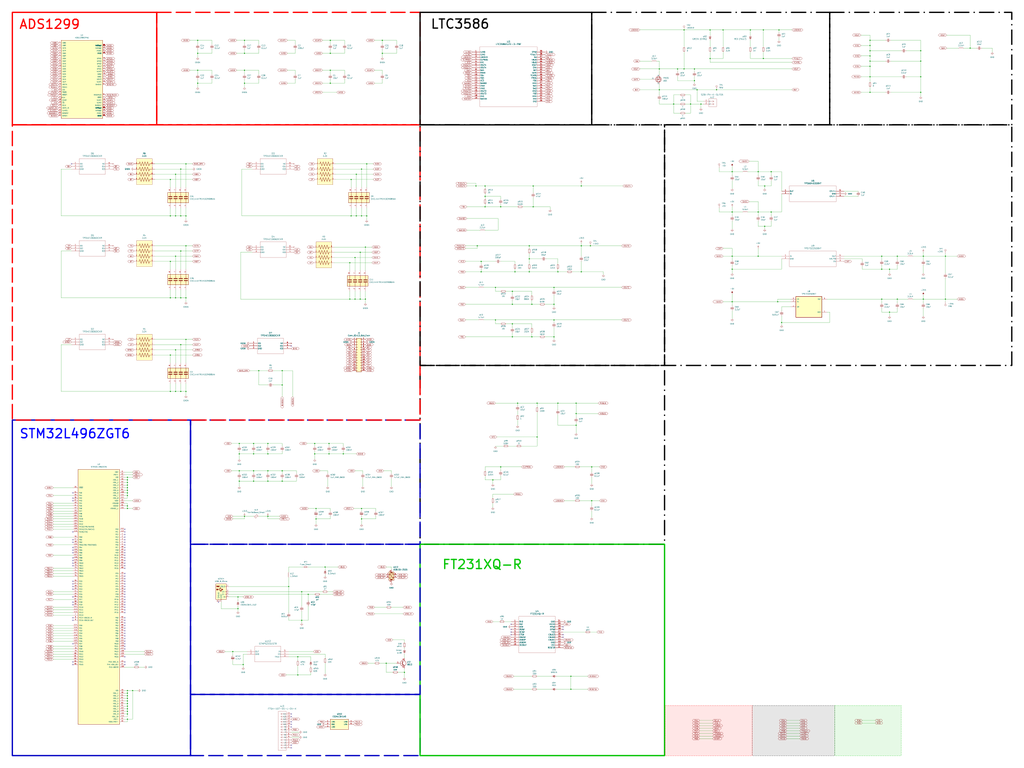
<source format=kicad_sch>
(kicad_sch (version 20250114) (generator "eeschema") (generator_version "9.0")
  (paper "User" 1000 750)
  (lib_symbols
    (symbol "ADS1299CPAG:ADS1299CPAG" (pin_names (offset 1.016))
      (property "Reference" "U" (at -20.3623 40.7246 0))
      (property "Value" "ADS1299CPAG" (at -20.3498 -41.2084 0))
      (symbol "ADS1299CPAG_0_0"
        (pin input line (at -22.86 38.1 0) (length 2.54) (name "IN8N") (number "1"))
        (pin input line (at -22.86 35.56 0) (length 2.54) (name "IN8P") (number "2"))
        (pin input line (at -22.86 33.02 0) (length 2.54) (name "IN7N") (number "3"))
        (pin input line (at -22.86 30.48 0) (length 2.54) (name "IN7P") (number "4"))
        (pin input line (at -22.86 27.94 0) (length 2.54) (name "IN6N") (number "5"))
        (pin input line (at -22.86 25.4 0) (length 2.54) (name "IN6P") (number "6"))
        (pin input line (at -22.86 22.86 0) (length 2.54) (name "IN5N") (number "7"))
        (pin input line (at -22.86 20.32 0) (length 2.54) (name "IN5P") (number "8"))
        (pin input line (at -22.86 17.78 0) (length 2.54) (name "IN4N") (number "9"))
        (pin input line (at -22.86 15.24 0) (length 2.54) (name "IN4P") (number "10"))
        (pin input line (at -22.86 12.7 0) (length 2.54) (name "IN3N") (number "11"))
        (pin input line (at -22.86 10.16 0) (length 2.54) (name "IN3P") (number "12"))
        (pin input line (at -22.86 7.62 0) (length 2.54) (name "IN2N") (number "13"))
        (pin input line (at -22.86 5.08 0) (length 2.54) (name "IN2P") (number "14"))
        (pin input line (at -22.86 2.54 0) (length 2.54) (name "IN1N") (number "15"))
        (pin input line (at -22.86 0 0) (length 2.54) (name "IN1P") (number "16"))
        (pin input line (at -22.86 -2.54 0) (length 2.54) (name "VREFN") (number "25"))
        (pin input line (at -22.86 -5.08 0) (length 2.54) (name "RESV1") (number "31"))
        (pin input line (at -22.86 -7.62 0) (length 2.54) (name "DIN") (number "34"))
        (pin input line (at -22.86 -10.16 0) (length 2.54) (name "~{PWDN}") (number "35"))
        (pin input line (at -22.86 -12.7 0) (length 2.54) (name "~{RESET}") (number "36"))
        (pin input clock (at -22.86 -15.24 0) (length 2.54) (name "CLK") (number "37"))
        (pin input line (at -22.86 -17.78 0) (length 2.54) (name "START") (number "38"))
        (pin input line (at -22.86 -20.32 0) (length 2.54) (name "~{CS}") (number "39"))
        (pin input line (at -22.86 -22.86 0) (length 2.54) (name "SCLK") (number "40"))
        (pin input line (at -22.86 -25.4 0) (length 2.54) (name "DAISY_IN") (number "41"))
        (pin input line (at -22.86 -27.94 0) (length 2.54) (name "CLKSEL") (number "52"))
        (pin input line (at -22.86 -30.48 0) (length 2.54) (name "BIASREF") (number "60"))
        (pin input line (at -22.86 -33.02 0) (length 2.54) (name "BIASIN") (number "62"))
        (pin power_in line (at 22.86 35.56 180) (length 2.54) (name "AVDD@1") (number "19"))
        (pin power_in line (at 22.86 35.56 180) (length 2.54) (name "AVDD@1") (number "21"))
        (pin power_in line (at 22.86 35.56 180) (length 2.54) (name "AVDD@1") (number "22"))
        (pin power_in line (at 22.86 35.56 180) (length 2.54) (name "AVDD@1") (number "56"))
        (pin power_in line (at 22.86 33.02 180) (length 2.54) (name "AVDD@2") (number "59"))
        (pin power_in line (at 22.86 30.48 180) (length 2.54) (name "AVDD1") (number "54"))
        (pin power_in line (at 22.86 27.94 180) (length 2.54) (name "DVDD") (number "48"))
        (pin power_in line (at 22.86 27.94 180) (length 2.54) (name "DVDD") (number "50"))
        (pin bidirectional line (at 22.86 22.86 180) (length 2.54) (name "GPIO4") (number "46"))
        (pin bidirectional line (at 22.86 20.32 180) (length 2.54) (name "GPIO3") (number "45"))
        (pin bidirectional line (at 22.86 17.78 180) (length 2.54) (name "GPIO2") (number "44"))
        (pin bidirectional line (at 22.86 15.24 180) (length 2.54) (name "DOUT") (number "43"))
        (pin bidirectional line (at 22.86 12.7 180) (length 2.54) (name "GPIO1") (number "42"))
        (pin bidirectional line (at 22.86 10.16 180) (length 2.54) (name "VCAP3") (number "55"))
        (pin bidirectional line (at 22.86 7.62 180) (length 2.54) (name "SRB2") (number "18"))
        (pin bidirectional line (at 22.86 5.08 180) (length 2.54) (name "SRB1") (number "17"))
        (pin bidirectional line (at 22.86 2.54 180) (length 2.54) (name "VREFP") (number "24"))
        (pin bidirectional line (at 22.86 0 180) (length 2.54) (name "VCAP4") (number "26"))
        (pin bidirectional line (at 22.86 -2.54 180) (length 2.54) (name "BIASINV") (number "61"))
        (pin output line (at 22.86 -12.7 180) (length 2.54) (name "RESERVED") (number "64"))
        (pin output line (at 22.86 -15.24 180) (length 2.54) (name "~{DRDY}") (number "47"))
        (pin output line (at 22.86 -17.78 180) (length 2.54) (name "VCAP1") (number "28"))
        (pin output line (at 22.86 -20.32 180) (length 2.54) (name "VCAP2") (number "30"))
        (pin output line (at 22.86 -22.86 180) (length 2.54) (name "BIASOUT") (number "63"))
        (pin power_in line (at 22.86 -25.4 180) (length 2.54) (name "AVSS@1") (number "20"))
        (pin power_in line (at 22.86 -25.4 180) (length 2.54) (name "AVSS@1") (number "23"))
        (pin power_in line (at 22.86 -25.4 180) (length 2.54) (name "AVSS@1") (number "32"))
        (pin power_in line (at 22.86 -25.4 180) (length 2.54) (name "AVSS@1") (number "57"))
        (pin power_in line (at 22.86 -27.94 180) (length 2.54) (name "AVSS@2") (number "58"))
        (pin power_in line (at 22.86 -30.48 180) (length 2.54) (name "AVSS1") (number "53"))
        (pin power_in line (at 22.86 -33.02 180) (length 2.54) (name "DGND") (number "33"))
        (pin power_in line (at 22.86 -33.02 180) (length 2.54) (name "DGND") (number "49"))
        (pin power_in line (at 22.86 -33.02 180) (length 2.54) (name "DGND") (number "51"))
      )
    )
    (symbol "CAY16-222J4LF:CAY16-222J4LF" (pin_names (offset 1.016))
      (property "Reference" "RN" (at -6.8624 13.4635 0))
      (property "Value" "CAY16-222J4LF" (at -6.614 -15.7546 0))
      (symbol "CAY16-222J4LF_0_0"
        (pin passive line (at -10.16 7.62 0) (length 5.08) (name "~") (number "1"))
        (pin passive line (at -10.16 2.54 0) (length 5.08) (name "~") (number "2"))
        (pin passive line (at -10.16 -2.54 0) (length 5.08) (name "~") (number "3"))
        (pin passive line (at -10.16 -7.62 0) (length 5.08) (name "~") (number "4"))
        (pin passive line (at 10.16 7.62 180) (length 5.08) (name "~") (number "8"))
        (pin passive line (at 10.16 2.54 180) (length 5.08) (name "~") (number "7"))
        (pin passive line (at 10.16 -2.54 180) (length 5.08) (name "~") (number "6"))
        (pin passive line (at 10.16 -7.62 180) (length 5.08) (name "~") (number "5"))
      )
    )
    (symbol "CKCL44X7R1H102M085AA:CKCL44X7R1H102M085AA" (pin_names (offset 1.016))
      (property "Reference" "C" (at -5.08 11.43 0))
      (property "Value" "CKCL44X7R1H102M085AA" (at -5.08 -12.7 0))
      (symbol "CKCL44X7R1H102M085AA_0_0"
        (pin passive line (at -10.16 7.62 0) (length 5.08) (name "~") (number "1"))
        (pin passive line (at -10.16 2.54 0) (length 5.08) (name "~") (number "2"))
        (pin passive line (at -10.16 -2.54 0) (length 5.08) (name "~") (number "3"))
        (pin passive line (at -10.16 -7.62 0) (length 5.08) (name "~") (number "4"))
        (pin passive line (at 10.16 7.62 180) (length 5.08) (name "~") (number "8"))
        (pin passive line (at 10.16 2.54 180) (length 5.08) (name "~") (number "7"))
        (pin passive line (at 10.16 -2.54 180) (length 5.08) (name "~") (number "6"))
        (pin passive line (at 10.16 -7.62 180) (length 5.08) (name "~") (number "5"))
      )
    )
    (symbol "C_Polarized_Small_1" (pin_numbers (hide yes)) (pin_names (offset 0.254) (hide yes))
      (property "Reference" "sC59" (at 2.54 1.8162 0))
      (property "Value" "1uF" (at 2.54 -0.7238 0))
      (symbol "C_Polarized_Small_1_1_1"
        (pin passive line (at 0 2.54 270) (length 1.8542) (name "~") (number "+"))
        (pin passive line (at 0 -2.54 90) (length 1.8542) (name "~") (number "-"))
      )
    )
    (symbol "C_Polarized_Small_2" (pin_numbers (hide yes)) (pin_names (offset 0.254) (hide yes))
      (property "Reference" "sC56" (at 2.54 1.8162 0))
      (property "Value" "1uF" (at 2.54 -0.7238 0))
      (symbol "C_Polarized_Small_2_1_1"
        (pin passive line (at 0 2.54 270) (length 1.8542) (name "~") (number "+"))
        (pin passive line (at 0 -2.54 90) (length 1.8542) (name "~") (number "-"))
      )
    )
    (symbol "Connector:TestPoint" (pin_numbers (hide yes)) (pin_names (offset 0.762) (hide yes))
      (property "Reference" "TP" (at 0 6.858 0))
      (property "Value" "TestPoint" (at 0 5.08 0))
      (symbol "TestPoint_1_1"
        (pin passive line (at 0 0 90) (length 2.54) (name "1") (number "1"))
      )
    )
    (symbol "Connector:USB_B_Micro" (pin_names (offset 1.016))
      (property "Reference" "J" (at -5.08 11.43 0))
      (property "Value" "USB_B_Micro" (at -5.08 8.89 0))
      (symbol "USB_B_Micro_1_1"
        (pin passive line (at -2.54 -10.16 90) (length 2.54) (name "Shield") (number "6"))
        (pin power_out line (at 0 -10.16 90) (length 2.54) (name "GND") (number "5"))
        (pin power_out line (at 7.62 5.08 180) (length 2.54) (name "VBUS") (number "1"))
        (pin bidirectional line (at 7.62 0 180) (length 2.54) (name "D+") (number "3"))
        (pin bidirectional line (at 7.62 -2.54 180) (length 2.54) (name "D-") (number "2"))
        (pin passive line (at 7.62 -5.08 180) (length 2.54) (name "ID") (number "4"))
      )
    )
    (symbol "Connector_Generic:Conn_02x13_Odd_Even" (pin_names (offset 1.016) (hide yes))
      (property "Reference" "J" (at 1.27 17.78 0))
      (property "Value" "Conn_02x13_Odd_Even" (at 1.27 -17.78 0))
      (symbol "Conn_02x13_Odd_Even_1_1"
        (pin passive line (at -5.08 15.24 0) (length 3.81) (name "Pin_1") (number "1"))
        (pin passive line (at -5.08 12.7 0) (length 3.81) (name "Pin_3") (number "3"))
        (pin passive line (at -5.08 10.16 0) (length 3.81) (name "Pin_5") (number "5"))
        (pin passive line (at -5.08 7.62 0) (length 3.81) (name "Pin_7") (number "7"))
        (pin passive line (at -5.08 5.08 0) (length 3.81) (name "Pin_9") (number "9"))
        (pin passive line (at -5.08 2.54 0) (length 3.81) (name "Pin_11") (number "11"))
        (pin passive line (at -5.08 0 0) (length 3.81) (name "Pin_13") (number "13"))
        (pin passive line (at -5.08 -2.54 0) (length 3.81) (name "Pin_15") (number "15"))
        (pin passive line (at -5.08 -5.08 0) (length 3.81) (name "Pin_17") (number "17"))
        (pin passive line (at -5.08 -7.62 0) (length 3.81) (name "Pin_19") (number "19"))
        (pin passive line (at -5.08 -10.16 0) (length 3.81) (name "Pin_21") (number "21"))
        (pin passive line (at -5.08 -12.7 0) (length 3.81) (name "Pin_23") (number "23"))
        (pin passive line (at -5.08 -15.24 0) (length 3.81) (name "Pin_25") (number "25"))
        (pin passive line (at 7.62 15.24 180) (length 3.81) (name "Pin_2") (number "2"))
        (pin passive line (at 7.62 12.7 180) (length 3.81) (name "Pin_4") (number "4"))
        (pin passive line (at 7.62 10.16 180) (length 3.81) (name "Pin_6") (number "6"))
        (pin passive line (at 7.62 7.62 180) (length 3.81) (name "Pin_8") (number "8"))
        (pin passive line (at 7.62 5.08 180) (length 3.81) (name "Pin_10") (number "10"))
        (pin passive line (at 7.62 2.54 180) (length 3.81) (name "Pin_12") (number "12"))
        (pin passive line (at 7.62 0 180) (length 3.81) (name "Pin_14") (number "14"))
        (pin passive line (at 7.62 -2.54 180) (length 3.81) (name "Pin_16") (number "16"))
        (pin passive line (at 7.62 -5.08 180) (length 3.81) (name "Pin_18") (number "18"))
        (pin passive line (at 7.62 -7.62 180) (length 3.81) (name "Pin_20") (number "20"))
        (pin passive line (at 7.62 -10.16 180) (length 3.81) (name "Pin_22") (number "22"))
        (pin passive line (at 7.62 -12.7 180) (length 3.81) (name "Pin_24") (number "24"))
        (pin passive line (at 7.62 -15.24 180) (length 3.81) (name "Pin_26") (number "26"))
      )
    )
    (symbol "D_Small_1" (pin_numbers (hide yes)) (pin_names (offset 0.254) (hide yes))
      (property "Reference" "sLD8" (at -1.2701 2.54 90))
      (property "Value" "Green" (at 1.2699 2.54 90))
      (symbol "D_Small_1_1_1"
        (pin passive line (at -2.54 0 0) (length 1.778) (name "K") (number "-"))
        (pin passive line (at 2.54 0 180) (length 1.778) (name "A") (number "+"))
      )
    )
    (symbol "D_Small_2" (pin_numbers (hide yes)) (pin_names (offset 0.254) (hide yes))
      (property "Reference" "sLD7" (at -1.2701 2.54 90))
      (property "Value" "Red" (at 1.2699 2.54 90))
      (symbol "D_Small_2_1_1"
        (pin passive line (at -2.54 0 0) (length 1.778) (name "K") (number "-"))
        (pin passive line (at 2.54 0 180) (length 1.778) (name "A") (number "+"))
      )
    )
    (symbol "D_Small_3" (pin_numbers (hide yes)) (pin_names (offset 0.254) (hide yes))
      (property "Reference" "pD2" (at 1.27 3.048 90))
      (property "Value" "GREEN (CHRG)" (at -1.27 3.048 90))
      (symbol "D_Small_3_1_1"
        (pin passive line (at -2.54 0 0) (length 1.778) (name "K") (number "-"))
        (pin passive line (at 2.54 0 180) (length 1.778) (name "A") (number "+"))
      )
    )
    (symbol "D_Small_4" (pin_numbers (hide yes)) (pin_names (offset 0.254) (hide yes))
      (property "Reference" "pD3" (at 1.27 3.81 90))
      (property "Value" "RED (FAULT)" (at -1.27 3.81 90))
      (symbol "D_Small_4_1_1"
        (pin passive line (at -2.54 0 0) (length 1.778) (name "K") (number "-"))
        (pin passive line (at 2.54 0 180) (length 1.778) (name "A") (number "+"))
      )
    )
    (symbol "Device:C_Polarized_Small" (pin_numbers (hide yes)) (pin_names (offset 0.254) (hide yes))
      (property "Reference" "sC42" (at 2.54 1.8162 0))
      (property "Value" "4.7uF" (at 2.54 -0.7238 0))
      (symbol "C_Polarized_Small_1_1"
        (pin passive line (at 0 2.54 270) (length 1.8542) (name "~") (number "+"))
        (pin passive line (at 0 -2.54 90) (length 1.8542) (name "~") (number "-"))
      )
    )
    (symbol "Device:C_Small" (pin_numbers (hide yes)) (pin_names (offset 0.254) (hide yes))
      (property "Reference" "C" (at 0.254 1.778 0))
      (property "Value" "C_Small" (at 0.254 -2.032 0))
      (symbol "C_Small_1_1"
        (pin passive line (at 0 2.54 270) (length 2.032) (name "~") (number "1"))
        (pin passive line (at 0 -2.54 90) (length 2.032) (name "~") (number "2"))
      )
    )
    (symbol "Device:D_Small" (pin_numbers (hide yes)) (pin_names (offset 0.254) (hide yes))
      (property "Reference" "D" (at -1.27 2.032 0))
      (property "Value" "D_Small" (at -3.81 -2.032 0))
      (symbol "D_Small_1_1"
        (pin passive line (at -2.54 0 0) (length 1.778) (name "K") (number "1"))
        (pin passive line (at 2.54 0 180) (length 1.778) (name "A") (number "2"))
      )
    )
    (symbol "Device:FerriteBead_Small" (pin_numbers (hide yes)) (pin_names (offset 0))
      (property "Reference" "FB" (at 1.905 1.27 0))
      (property "Value" "FerriteBead_Small" (at 1.905 -1.27 0))
      (symbol "FerriteBead_Small_1_1"
        (pin passive line (at 0 2.54 270) (length 1.27) (name "~") (number "1"))
        (pin passive line (at 0 -2.54 90) (length 1.27) (name "~") (number "2"))
      )
    )
    (symbol "Device:Fuse_Small" (pin_numbers (hide yes)) (pin_names (offset 0.254) (hide yes))
      (property "Reference" "F" (at 0 -1.524 0))
      (property "Value" "Fuse_Small" (at 0 1.524 0))
      (symbol "Fuse_Small_1_1"
        (pin passive line (at -2.54 0 0) (length 1.27) (name "~") (number "1"))
        (pin passive line (at 2.54 0 180) (length 1.27) (name "~") (number "2"))
      )
    )
    (symbol "Device:L_Small" (pin_numbers (hide yes)) (pin_names (offset 0.254) (hide yes))
      (property "Reference" "L" (at 0.762 1.016 0))
      (property "Value" "L_Small" (at 0.762 -1.016 0))
      (symbol "L_Small_1_1"
        (pin passive line (at 0 2.54 270) (length 0.508) (name "~") (number "1"))
        (pin passive line (at 0 -2.54 90) (length 0.508) (name "~") (number "2"))
      )
    )
    (symbol "Device:R_Small" (pin_numbers (hide yes)) (pin_names (offset 0.254) (hide yes))
      (property "Reference" "R" (at 0.762 0.508 0))
      (property "Value" "R_Small" (at 0.762 -1.016 0))
      (symbol "R_Small_1_1"
        (pin passive line (at 0 2.54 270) (length 0.762) (name "~") (number "1"))
        (pin passive line (at 0 -2.54 90) (length 0.762) (name "~") (number "2"))
      )
    )
    (symbol "ESDALC6V1W5:ESDALC6V1W5" (pin_names (offset 1.016))
      (property "Reference" "IC" (at 24.13 7.62 0))
      (property "Value" "ESDALC6V1W5" (at 24.13 5.08 0))
      (symbol "ESDALC6V1W5_0_0"
        (pin bidirectional line (at 0 0 0) (length 5.08) (name "I/01") (number "1"))
        (pin bidirectional line (at 0 -2.54 0) (length 5.08) (name "GND") (number "2"))
        (pin bidirectional line (at 0 -5.08 0) (length 5.08) (name "I/02") (number "3"))
        (pin bidirectional line (at 27.94 0 180) (length 5.08) (name "I/03") (number "4"))
        (pin bidirectional line (at 27.94 -2.54 180) (length 5.08) (name "I/04") (number "5"))
      )
    )
    (symbol "FT231XQ-R:FT231XQ-R" (pin_names (offset 0.254))
      (property "Reference" "U" (at 25.4 10.16 0))
      (property "Value" "FT231XQ-R" (at 25.4 7.62 0))
      (symbol "FT231XQ-R_0_1"
        (pin unspecified line (at 0 0 0) (length 7.62) (name "RXD") (number "1"))
        (pin unspecified line (at 0 -2.54 0) (length 7.62) (name "RI#") (number "2"))
        (pin power_out line (at 0 -5.08 0) (length 7.62) (name "GND") (number "3"))
        (pin unspecified line (at 0 -7.62 0) (length 7.62) (name "DSR#") (number "4"))
        (pin unspecified line (at 0 -10.16 0) (length 7.62) (name "DCD#") (number "5"))
        (pin unspecified line (at 0 -12.7 0) (length 7.62) (name "CTS#") (number "6"))
        (pin bidirectional line (at 0 -15.24 0) (length 7.62) (name "CBUS2") (number "7"))
        (pin unspecified line (at 0 -17.78 0) (length 7.62) (name "USBDP") (number "8"))
        (pin unspecified line (at 0 -20.32 0) (length 7.62) (name "USBDM") (number "9"))
        (pin output line (at 0 -22.86 0) (length 7.62) (name "3V3OUT") (number "10"))
        (pin power_out line (at 50.8 0 180) (length 7.62) (name "GND") (number "21"))
        (pin power_in line (at 50.8 -2.54 180) (length 7.62) (name "VCCIO") (number "20"))
        (pin unspecified line (at 50.8 -5.08 180) (length 7.62) (name "RTS#") (number "19"))
        (pin unspecified line (at 50.8 -7.62 180) (length 7.62) (name "DTR#") (number "18"))
        (pin unspecified line (at 50.8 -10.16 180) (length 7.62) (name "TXD") (number "17"))
        (pin bidirectional line (at 50.8 -12.7 180) (length 7.62) (name "CBUS3") (number "16"))
        (pin bidirectional line (at 50.8 -15.24 180) (length 7.62) (name "CBUS0") (number "15"))
        (pin bidirectional line (at 50.8 -17.78 180) (length 7.62) (name "CBUS1") (number "14"))
        (pin power_out line (at 50.8 -20.32 180) (length 7.62) (name "GND") (number "13"))
        (pin power_in line (at 50.8 -22.86 180) (length 7.62) (name "VCC") (number "12"))
        (pin unspecified line (at 50.8 -25.4 180) (length 7.62) (name "RESET#") (number "11"))
      )
    )
    (symbol "FTSH-107-01-L-DV-K:FTSH-107-01-L-DV-K" (pin_names (offset 0.254))
      (property "Reference" "J" (at 8.89 6.35 0))
      (property "Value" "FTSH-107-01-L-DV-K" (at 0 0 0))
      (symbol "FTSH-107-01-L-DV-K_0_1"
        (pin unspecified line (at 0 0 0) (length 5.08) (name "1") (number "1"))
        (pin unspecified line (at 0 -2.54 0) (length 5.08) (name "2") (number "2"))
        (pin unspecified line (at 0 -5.08 0) (length 5.08) (name "3") (number "3"))
        (pin unspecified line (at 0 -7.62 0) (length 5.08) (name "4") (number "4"))
        (pin unspecified line (at 0 -10.16 0) (length 5.08) (name "5") (number "5"))
        (pin unspecified line (at 0 -12.7 0) (length 5.08) (name "6") (number "6"))
        (pin unspecified line (at 0 -15.24 0) (length 5.08) (name "7") (number "7"))
        (pin unspecified line (at 0 -17.78 0) (length 5.08) (name "8") (number "8"))
        (pin unspecified line (at 0 -20.32 0) (length 5.08) (name "9") (number "9"))
        (pin unspecified line (at 0 -22.86 0) (length 5.08) (name "10") (number "10"))
        (pin unspecified line (at 0 -25.4 0) (length 5.08) (name "11") (number "11"))
        (pin unspecified line (at 0 -27.94 0) (length 5.08) (name "12") (number "12"))
        (pin unspecified line (at 0 -30.48 0) (length 5.08) (name "13") (number "13"))
        (pin unspecified line (at 0 -33.02 0) (length 5.08) (name "14") (number "14"))
      )
    )
    (symbol "LTC3586EUFE-3#PBF:LTC3586EUFE-3-PBF" (pin_names (offset 0.254))
      (property "Reference" "U" (at 35.56 10.16 0))
      (property "Value" "LTC3586EUFE-3-PBF" (at 35.56 7.62 0))
      (symbol "LTC3586EUFE-3-PBF_0_1"
        (pin input line (at 0 0 0) (length 7.62) (name "ILIM0") (number "1"))
        (pin input line (at 0 -2.54 0) (length 7.62) (name "ILIM1") (number "2"))
        (pin output line (at 0 -5.08 0) (length 7.62) (name "LDO3V3") (number "3"))
        (pin unspecified line (at 0 -7.62 0) (length 7.62) (name "CLPROG") (number "4"))
        (pin input line (at 0 -10.16 0) (length 7.62) (name "NTC") (number "5"))
        (pin output line (at 0 -12.7 0) (length 7.62) (name "VOUT4") (number "6"))
        (pin output line (at 0 -15.24 0) (length 7.62) (name "VOUT4") (number "7"))
        (pin unspecified line (at 0 -17.78 0) (length 7.62) (name "SW4") (number "8"))
        (pin input line (at 0 -20.32 0) (length 7.62) (name "MODE") (number "9"))
        (pin input line (at 0 -22.86 0) (length 7.62) (name "FB4") (number "10"))
        (pin input line (at 0 -25.4 0) (length 7.62) (name "FB3") (number "11"))
        (pin output line (at 0 -27.94 0) (length 7.62) (name "VC3") (number "12"))
        (pin unspecified line (at 0 -30.48 0) (length 7.62) (name "SWAB3") (number "13"))
        (pin input line (at 0 -33.02 0) (length 7.62) (name "VIN3") (number "14"))
        (pin input line (at 0 -35.56 0) (length 7.62) (name "VIN3") (number "15"))
        (pin output line (at 0 -38.1 0) (length 7.62) (name "VOUT3") (number "16"))
        (pin output line (at 0 -40.64 0) (length 7.62) (name "VOUT3") (number "17"))
        (pin input line (at 0 -43.18 0) (length 7.62) (name "EN3") (number "18"))
        (pin unspecified line (at 0 -45.72 0) (length 7.62) (name "SWCD3") (number "19"))
        (pin unspecified line (at 71.12 0 180) (length 7.62) (name "EPAD") (number "39"))
        (pin output line (at 71.12 -2.54 180) (length 7.62) (name "*FAULT") (number "38"))
        (pin unspecified line (at 71.12 -5.08 180) (length 7.62) (name "SW") (number "37"))
        (pin input line (at 71.12 -7.62 180) (length 7.62) (name "VBUS") (number "36"))
        (pin input line (at 71.12 -10.16 180) (length 7.62) (name "VBUS") (number "35"))
        (pin output line (at 71.12 -12.7 180) (length 7.62) (name "VOUT") (number "34"))
        (pin input line (at 71.12 -15.24 180) (length 7.62) (name "EN4") (number "33"))
        (pin unspecified line (at 71.12 -17.78 180) (length 7.62) (name "BAT") (number "32"))
        (pin output line (at 71.12 -20.32 180) (length 7.62) (name "GATE") (number "31"))
        (pin output line (at 71.12 -22.86 180) (length 7.62) (name "*CHRG") (number "30"))
        (pin unspecified line (at 71.12 -25.4 180) (length 7.62) (name "PROG") (number "29"))
        (pin input line (at 71.12 -27.94 180) (length 7.62) (name "FB1") (number "28"))
        (pin input line (at 71.12 -30.48 180) (length 7.62) (name "VIN1") (number "27"))
        (pin unspecified line (at 71.12 -33.02 180) (length 7.62) (name "SW1") (number "26"))
        (pin unspecified line (at 71.12 -35.56 180) (length 7.62) (name "SW2") (number "25"))
        (pin input line (at 71.12 -38.1 180) (length 7.62) (name "VIN2") (number "24"))
        (pin input line (at 71.12 -40.64 180) (length 7.62) (name "FB2") (number "23"))
        (pin input line (at 71.12 -43.18 180) (length 7.62) (name "VIN4") (number "22"))
        (pin input line (at 71.12 -45.72 180) (length 7.62) (name "EN1") (number "21"))
        (pin input line (at 71.12 -48.26 180) (length 7.62) (name "EN2") (number "20"))
      )
    )
    (symbol "Power_Protection:USBLC6-2SC6" (pin_names (hide yes))
      (property "Reference" "U" (at 0.635 5.715 0))
      (property "Value" "USBLC6-2SC6" (at 0.635 3.81 0))
      (symbol "USBLC6-2SC6_1_1"
        (pin passive line (at -5.08 0 0) (length 2.54) (name "I/O1") (number "1"))
        (pin passive line (at -5.08 -2.54 0) (length 2.54) (name "I/O2") (number "3"))
        (pin passive line (at 0 5.08 270) (length 2.54) (name "VBUS") (number "5"))
        (pin passive line (at 0 -7.62 90) (length 2.54) (name "GND") (number "2"))
        (pin passive line (at 5.08 0 180) (length 2.54) (name "I/O1") (number "6"))
        (pin passive line (at 5.08 -2.54 180) (length 2.54) (name "I/O2") (number "4"))
      )
    )
    (symbol "S2B_PH_K_S_LF__SN:S2B-PH-K-SLFSN" (pin_names (offset 0.254))
      (property "Reference" "J" (at 8.89 6.35 0))
      (property "Value" "S2B-PH-K-SLFSN" (at 0 0 0))
      (symbol "S2B-PH-K-SLFSN_1_1"
        (pin unspecified line (at 0 0 0) (length 5.08) (name "1") (number "1"))
        (pin unspecified line (at 0 -2.54 0) (length 5.08) (name "2") (number "2"))
      )
      (symbol "S2B-PH-K-SLFSN_1_2"
        (pin unspecified line (at 0 0 0) (length 5.08) (name "1") (number "1"))
        (pin unspecified line (at 0 -2.54 0) (length 5.08) (name "2") (number "2"))
      )
    )
    (symbol "STM32L496ZGT6:STM32L496ZGT6" (pin_names (offset 1.016))
      (property "Reference" "U" (at -20.32 102.87 0))
      (property "Value" "STM32L496ZGT6" (at -20.32 -151.13 0))
      (symbol "STM32L496ZGT6_0_0"
        (pin bidirectional line (at -25.4 83.82 0) (length 5.08) (name "~{NRST}") (number "25"))
        (pin bidirectional line (at -25.4 78.74 0) (length 5.08) (name "PA0") (number "34"))
        (pin bidirectional line (at -25.4 76.2 0) (length 5.08) (name "PA1") (number "35"))
        (pin bidirectional line (at -25.4 73.66 0) (length 5.08) (name "PA2") (number "36"))
        (pin bidirectional line (at -25.4 71.12 0) (length 5.08) (name "PA3") (number "37"))
        (pin bidirectional line (at -25.4 68.58 0) (length 5.08) (name "PA4") (number "40"))
        (pin bidirectional line (at -25.4 66.04 0) (length 5.08) (name "PA5") (number "41"))
        (pin bidirectional line (at -25.4 63.5 0) (length 5.08) (name "PA6") (number "42"))
        (pin bidirectional line (at -25.4 60.96 0) (length 5.08) (name "PA7") (number "43"))
        (pin bidirectional line (at -25.4 58.42 0) (length 5.08) (name "PA8") (number "100"))
        (pin bidirectional line (at -25.4 55.88 0) (length 5.08) (name "PA9") (number "101"))
        (pin bidirectional line (at -25.4 53.34 0) (length 5.08) (name "PA10") (number "102"))
        (pin bidirectional line (at -25.4 50.8 0) (length 5.08) (name "PA11") (number "103"))
        (pin bidirectional line (at -25.4 48.26 0) (length 5.08) (name "PA12") (number "104"))
        (pin bidirectional line (at -25.4 45.72 0) (length 5.08) (name "PA13(JTMS/SWDIO)") (number "105"))
        (pin bidirectional line (at -25.4 43.18 0) (length 5.08) (name "PA14(JTCK/SWCLK)") (number "109"))
        (pin bidirectional line (at -25.4 40.64 0) (length 5.08) (name "PA15(JTDI)") (number "110"))
        (pin bidirectional line (at -25.4 35.56 0) (length 5.08) (name "PB0") (number "46"))
        (pin bidirectional line (at -25.4 33.02 0) (length 5.08) (name "PB1") (number "47"))
        (pin bidirectional line (at -25.4 30.48 0) (length 5.08) (name "PB2") (number "48"))
        (pin bidirectional line (at -25.4 27.94 0) (length 5.08) (name "PB3(JTDO/TRACESWO)") (number "133"))
        (pin bidirectional line (at -25.4 25.4 0) (length 5.08) (name "PB4") (number "134"))
        (pin bidirectional line (at -25.4 22.86 0) (length 5.08) (name "PB5") (number "135"))
        (pin bidirectional line (at -25.4 20.32 0) (length 5.08) (name "PB6") (number "136"))
        (pin bidirectional line (at -25.4 17.78 0) (length 5.08) (name "PB7") (number "137"))
        (pin bidirectional line (at -25.4 15.24 0) (length 5.08) (name "PB8") (number "139"))
        (pin bidirectional line (at -25.4 12.7 0) (length 5.08) (name "PB9") (number "140"))
        (pin bidirectional line (at -25.4 10.16 0) (length 5.08) (name "PB10") (number "69"))
        (pin bidirectional line (at -25.4 7.62 0) (length 5.08) (name "PB11") (number "70"))
        (pin bidirectional line (at -25.4 5.08 0) (length 5.08) (name "PB12") (number "73"))
        (pin bidirectional line (at -25.4 2.54 0) (length 5.08) (name "PB13") (number "74"))
        (pin bidirectional line (at -25.4 0 0) (length 5.08) (name "PB14") (number "75"))
        (pin bidirectional line (at -25.4 -2.54 0) (length 5.08) (name "PB15") (number "76"))
        (pin bidirectional line (at -25.4 -7.62 0) (length 5.08) (name "PC0") (number "26"))
        (pin bidirectional line (at -25.4 -10.16 0) (length 5.08) (name "PC1") (number "27"))
        (pin bidirectional line (at -25.4 -12.7 0) (length 5.08) (name "PC2") (number "28"))
        (pin bidirectional line (at -25.4 -15.24 0) (length 5.08) (name "PC3") (number "29"))
        (pin bidirectional line (at -25.4 -17.78 0) (length 5.08) (name "PC4") (number "44"))
        (pin bidirectional line (at -25.4 -20.32 0) (length 5.08) (name "PC5") (number "45"))
        (pin bidirectional line (at -25.4 -22.86 0) (length 5.08) (name "PC6") (number "96"))
        (pin bidirectional line (at -25.4 -25.4 0) (length 5.08) (name "PC7") (number "97"))
        (pin bidirectional line (at -25.4 -27.94 0) (length 5.08) (name "PC8") (number "98"))
        (pin bidirectional line (at -25.4 -30.48 0) (length 5.08) (name "PC9") (number "99"))
        (pin bidirectional line (at -25.4 -33.02 0) (length 5.08) (name "PC10") (number "111"))
        (pin bidirectional line (at -25.4 -35.56 0) (length 5.08) (name "PC11") (number "112"))
        (pin bidirectional line (at -25.4 -38.1 0) (length 5.08) (name "PC12") (number "113"))
        (pin bidirectional line (at -25.4 -40.64 0) (length 5.08) (name "PC13") (number "7"))
        (pin bidirectional line (at -25.4 -43.18 0) (length 5.08) (name "PC14-OSC32_IN") (number "8"))
        (pin bidirectional line (at -25.4 -45.72 0) (length 5.08) (name "PC15-OSC32_OUT") (number "9"))
        (pin bidirectional line (at -25.4 -50.8 0) (length 5.08) (name "PD0") (number "114"))
        (pin bidirectional line (at -25.4 -53.34 0) (length 5.08) (name "PD1") (number "115"))
        (pin bidirectional line (at -25.4 -55.88 0) (length 5.08) (name "PD2") (number "116"))
        (pin bidirectional line (at -25.4 -58.42 0) (length 5.08) (name "PD3") (number "117"))
        (pin bidirectional line (at -25.4 -60.96 0) (length 5.08) (name "PD4") (number "118"))
        (pin bidirectional line (at -25.4 -63.5 0) (length 5.08) (name "PD5") (number "119"))
        (pin bidirectional line (at -25.4 -66.04 0) (length 5.08) (name "PD6") (number "122"))
        (pin bidirectional line (at -25.4 -68.58 0) (length 5.08) (name "PD7") (number "123"))
        (pin bidirectional line (at -25.4 -71.12 0) (length 5.08) (name "PD8") (number "77"))
        (pin bidirectional line (at -25.4 -73.66 0) (length 5.08) (name "PD9") (number "78"))
        (pin bidirectional line (at -25.4 -76.2 0) (length 5.08) (name "PD10") (number "79"))
        (pin bidirectional line (at -25.4 -78.74 0) (length 5.08) (name "PD11") (number "80"))
        (pin bidirectional line (at -25.4 -81.28 0) (length 5.08) (name "PD12") (number "81"))
        (pin bidirectional line (at -25.4 -83.82 0) (length 5.08) (name "PD13") (number "82"))
        (pin bidirectional line (at -25.4 -86.36 0) (length 5.08) (name "PD14") (number "85"))
        (pin bidirectional line (at -25.4 -88.9 0) (length 5.08) (name "PD15") (number "86"))
        (pin power_in line (at 25.4 99.06 180) (length 5.08) (name "VBAT") (number "6"))
        (pin power_in line (at 25.4 96.52 180) (length 5.08) (name "VREF+") (number "32"))
        (pin power_in line (at 25.4 93.98 180) (length 5.08) (name "VDD") (number "17"))
        (pin power_in line (at 25.4 91.44 180) (length 5.08) (name "VDD__1") (number "39"))
        (pin power_in line (at 25.4 88.9 180) (length 5.08) (name "VDD__2") (number "52"))
        (pin power_in line (at 25.4 86.36 180) (length 5.08) (name "VDD__3") (number "62"))
        (pin power_in line (at 25.4 83.82 180) (length 5.08) (name "VDD__4") (number "72"))
        (pin power_in line (at 25.4 81.28 180) (length 5.08) (name "VDD__5") (number "84"))
        (pin power_in line (at 25.4 78.74 180) (length 5.08) (name "VDD__6") (number "108"))
        (pin power_in line (at 25.4 76.2 180) (length 5.08) (name "VDD__7") (number "121"))
        (pin power_in line (at 25.4 73.66 180) (length 5.08) (name "VDD__8") (number "144"))
        (pin power_in line (at 25.4 71.12 180) (length 5.08) (name "VDDA") (number "33"))
        (pin power_in line (at 25.4 68.58 180) (length 5.08) (name "VDDUSB") (number "106"))
        (pin power_in line (at 25.4 66.04 180) (length 5.08) (name "VDDIO2") (number "95"))
        (pin power_in line (at 25.4 63.5 180) (length 5.08) (name "VDDIO2__1") (number "131"))
        (pin bidirectional line (at 25.4 43.18 180) (length 5.08) (name "PE0") (number "141"))
        (pin bidirectional line (at 25.4 40.64 180) (length 5.08) (name "PE1") (number "142"))
        (pin bidirectional line (at 25.4 38.1 180) (length 5.08) (name "PE2") (number "1"))
        (pin bidirectional line (at 25.4 35.56 180) (length 5.08) (name "PE3") (number "2"))
        (pin bidirectional line (at 25.4 33.02 180) (length 5.08) (name "PE4") (number "3"))
        (pin bidirectional line (at 25.4 30.48 180) (length 5.08) (name "PE5") (number "4"))
        (pin bidirectional line (at 25.4 27.94 180) (length 5.08) (name "PE6") (number "5"))
        (pin bidirectional line (at 25.4 25.4 180) (length 5.08) (name "PE7") (number "58"))
        (pin bidirectional line (at 25.4 22.86 180) (length 5.08) (name "PE8") (number "59"))
        (pin bidirectional line (at 25.4 20.32 180) (length 5.08) (name "PE9") (number "60"))
        (pin bidirectional line (at 25.4 17.78 180) (length 5.08) (name "PE10") (number "63"))
        (pin bidirectional line (at 25.4 15.24 180) (length 5.08) (name "PE11") (number "64"))
        (pin bidirectional line (at 25.4 12.7 180) (length 5.08) (name "PE12") (number "65"))
        (pin bidirectional line (at 25.4 10.16 180) (length 5.08) (name "PE13") (number "66"))
        (pin bidirectional line (at 25.4 7.62 180) (length 5.08) (name "PE14") (number "67"))
        (pin bidirectional line (at 25.4 5.08 180) (length 5.08) (name "PE15") (number "68"))
        (pin bidirectional line (at 25.4 0 180) (length 5.08) (name "PF0") (number "10"))
        (pin bidirectional line (at 25.4 -2.54 180) (length 5.08) (name "PF1") (number "11"))
        (pin bidirectional line (at 25.4 -5.08 180) (length 5.08) (name "PF2") (number "12"))
        (pin bidirectional line (at 25.4 -7.62 180) (length 5.08) (name "PF3") (number "13"))
        (pin bidirectional line (at 25.4 -10.16 180) (length 5.08) (name "PF4") (number "14"))
        (pin bidirectional line (at 25.4 -12.7 180) (length 5.08) (name "PF5") (number "15"))
        (pin bidirectional line (at 25.4 -15.24 180) (length 5.08) (name "PF6") (number "18"))
        (pin bidirectional line (at 25.4 -17.78 180) (length 5.08) (name "PF7") (number "19"))
        (pin bidirectional line (at 25.4 -20.32 180) (length 5.08) (name "PF8") (number "20"))
        (pin bidirectional line (at 25.4 -22.86 180) (length 5.08) (name "PF9") (number "21"))
        (pin bidirectional line (at 25.4 -25.4 180) (length 5.08) (name "PF10") (number "22"))
        (pin bidirectional line (at 25.4 -27.94 180) (length 5.08) (name "PF11") (number "49"))
        (pin bidirectional line (at 25.4 -30.48 180) (length 5.08) (name "PF12") (number "50"))
        (pin bidirectional line (at 25.4 -33.02 180) (length 5.08) (name "PF13") (number "53"))
        (pin bidirectional line (at 25.4 -35.56 180) (length 5.08) (name "PF14") (number "54"))
        (pin bidirectional line (at 25.4 -38.1 180) (length 5.08) (name "PF15") (number "55"))
        (pin bidirectional line (at 25.4 -43.18 180) (length 5.08) (name "PG0") (number "56"))
        (pin bidirectional line (at 25.4 -45.72 180) (length 5.08) (name "PG1") (number "57"))
        (pin bidirectional line (at 25.4 -48.26 180) (length 5.08) (name "PG2") (number "87"))
        (pin bidirectional line (at 25.4 -50.8 180) (length 5.08) (name "PG3") (number "88"))
        (pin bidirectional line (at 25.4 -53.34 180) (length 5.08) (name "PG4") (number "89"))
        (pin bidirectional line (at 25.4 -55.88 180) (length 5.08) (name "PG5") (number "90"))
        (pin bidirectional line (at 25.4 -58.42 180) (length 5.08) (name "PG6") (number "91"))
        (pin bidirectional line (at 25.4 -60.96 180) (length 5.08) (name "PG7") (number "92"))
        (pin bidirectional line (at 25.4 -63.5 180) (length 5.08) (name "PG8") (number "93"))
        (pin bidirectional line (at 25.4 -66.04 180) (length 5.08) (name "PG9") (number "124"))
        (pin bidirectional line (at 25.4 -68.58 180) (length 5.08) (name "PG10") (number "125"))
        (pin bidirectional line (at 25.4 -71.12 180) (length 5.08) (name "PG11") (number "126"))
        (pin bidirectional line (at 25.4 -73.66 180) (length 5.08) (name "PG12") (number "127"))
        (pin bidirectional line (at 25.4 -76.2 180) (length 5.08) (name "PG13") (number "128"))
        (pin bidirectional line (at 25.4 -78.74 180) (length 5.08) (name "PG14") (number "129"))
        (pin bidirectional line (at 25.4 -81.28 180) (length 5.08) (name "PG15") (number "132"))
        (pin bidirectional line (at 25.4 -86.36 180) (length 5.08) (name "PH0-OSC_IN") (number "23"))
        (pin bidirectional line (at 25.4 -88.9 180) (length 5.08) (name "PH1-OSC_OUT") (number "24"))
        (pin bidirectional line (at 25.4 -91.44 180) (length 5.08) (name "PH3-BOOT0") (number "138"))
        (pin power_in line (at 25.4 -114.3 180) (length 5.08) (name "VSS") (number "16"))
        (pin power_in line (at 25.4 -116.84 180) (length 5.08) (name "VSS__1") (number "38"))
        (pin power_in line (at 25.4 -119.38 180) (length 5.08) (name "VSS__2") (number "51"))
        (pin power_in line (at 25.4 -121.92 180) (length 5.08) (name "VSS__3") (number "61"))
        (pin power_in line (at 25.4 -124.46 180) (length 5.08) (name "VSS__4") (number "71"))
        (pin power_in line (at 25.4 -127 180) (length 5.08) (name "VSS__5") (number "83"))
        (pin power_in line (at 25.4 -129.54 180) (length 5.08) (name "VSS__6") (number "94"))
        (pin power_in line (at 25.4 -132.08 180) (length 5.08) (name "VSS__7") (number "107"))
        (pin power_in line (at 25.4 -134.62 180) (length 5.08) (name "VSS__8") (number "120"))
        (pin power_in line (at 25.4 -137.16 180) (length 5.08) (name "VSS__9") (number "130"))
        (pin power_in line (at 25.4 -139.7 180) (length 5.08) (name "VSS__10") (number "143"))
        (pin power_in line (at 25.4 -142.24 180) (length 5.08) (name "VREF-") (number "31"))
        (pin power_in line (at 25.4 -144.78 180) (length 5.08) (name "VSSA/VREF-") (number "30"))
      )
    )
    (symbol "STMPS2151STR:STMPS2151STR" (pin_names (offset 0.254))
      (property "Reference" "U" (at 20.32 10.16 0))
      (property "Value" "STMPS2151STR" (at 20.32 7.62 0))
      (symbol "STMPS2151STR_0_1"
        (pin output line (at 0 0 0) (length 7.62) (name "OUT") (number "1"))
        (pin power_out line (at 0 -2.54 0) (length 7.62) (name "GND") (number "2"))
        (pin power_in line (at 40.64 0 180) (length 7.62) (name "IN") (number "5"))
        (pin input line (at 40.64 -2.54 180) (length 7.62) (name "EN") (number "4"))
        (pin output line (at 40.64 -5.08 180) (length 7.62) (name "FAULT") (number "3"))
      )
    )
    (symbol "Simulation_SPICE:PMOS" (pin_numbers (hide yes)) (pin_names (offset 0))
      (property "Reference" "Q" (at 5.08 1.27 0))
      (property "Value" "PMOS" (at 5.08 -1.27 0))
      (symbol "PMOS_1_1"
        (pin input line (at -5.08 0 0) (length 2.54) (name "G") (number "2"))
        (pin passive line (at 2.54 5.08 270) (length 2.54) (name "D") (number "1"))
        (pin passive line (at 2.54 -5.08 90) (length 2.54) (name "S") (number "3"))
      )
    )
    (symbol "TPD4E1B06DCKR:TPD4E1B06DCKR" (pin_names (offset 0.254))
      (property "Reference" "U" (at 20.32 10.16 0))
      (property "Value" "TPD4E1B06DCKR" (at 20.32 7.62 0))
      (symbol "TPD4E1B06DCKR_0_1"
        (pin bidirectional line (at 0 0 0) (length 7.62) (name "IO1") (number "1"))
        (pin bidirectional line (at 0 -2.54 0) (length 7.62) (name "IO2") (number "2"))
        (pin power_in line (at 0 -5.08 0) (length 7.62) (name "GND") (number "3"))
        (pin no_connect line (at 40.64 0 180) (length 7.62) (name "NC") (number "6"))
        (pin bidirectional line (at 40.64 -2.54 180) (length 7.62) (name "IO4") (number "5"))
        (pin bidirectional line (at 40.64 -5.08 180) (length 7.62) (name "IO3") (number "4"))
      )
    )
    (symbol "TPS60403DBVT:TPS60403DBVT" (pin_names (offset 0.254))
      (property "Reference" "U" (at 30.48 10.16 0))
      (property "Value" "TPS60403DBVT" (at 30.48 7.62 0))
      (symbol "TPS60403DBVT_0_1"
        (pin output line (at 0 0 0) (length 7.62) (name "OUT") (number "1"))
        (pin input line (at 0 -2.54 0) (length 7.62) (name "IN") (number "2"))
        (pin unspecified line (at 60.96 0 180) (length 7.62) (name "CFLY+") (number "5"))
        (pin power_in line (at 60.96 -2.54 180) (length 7.62) (name "GND") (number "4"))
        (pin unspecified line (at 60.96 -5.08 180) (length 7.62) (name "CFLY-") (number "3"))
      )
    )
    (symbol "TPS72325DBVT:TPS72325DBVT" (pin_names (offset 1.016))
      (property "Reference" "U" (at -12.7 11.16 0))
      (property "Value" "TPS72325DBVT" (at -12.7 -14.16 0))
      (symbol "TPS72325DBVT_0_0"
        (pin input line (at -17.78 7.62 0) (length 5.08) (name "EN") (number "3"))
        (pin input line (at -17.78 5.08 0) (length 5.08) (name "IN") (number "2"))
        (pin bidirectional line (at -17.78 0 0) (length 5.08) (name "NR") (number "4"))
        (pin output line (at 17.78 7.62 180) (length 5.08) (name "OUT") (number "5"))
        (pin power_in line (at 17.78 -5.08 180) (length 5.08) (name "GND") (number "1"))
      )
    )
    (symbol "TPS73225DBVT:TPS73225DBVT" (pin_names (offset 0.254))
      (property "Reference" "U" (at 30.48 10.16 0))
      (property "Value" "TPS73225DBVT" (at 30.48 7.62 0))
      (symbol "TPS73225DBVT_0_1"
        (pin input line (at 0 0 0) (length 7.62) (name "IN") (number "1"))
        (pin power_in line (at 0 -2.54 0) (length 7.62) (name "GND") (number "2"))
        (pin output line (at 60.96 0 180) (length 7.62) (name "OUT") (number "5"))
        (pin bidirectional line (at 60.96 -2.54 180) (length 7.62) (name "NR/FB") (number "4"))
        (pin unspecified line (at 60.96 -5.08 180) (length 7.62) (name "EN") (number "3"))
      )
    )
    (symbol "Transistor_BJT:Q_NPN_BEC" (pin_names (offset 0) (hide yes))
      (property "Reference" "Q" (at 5.08 1.27 0))
      (property "Value" "Q_NPN_BEC" (at 5.08 -1.27 0))
      (symbol "Q_NPN_BEC_1_1"
        (pin input line (at -5.08 0 0) (length 2.54) (name "B") (number "1"))
        (pin passive line (at 2.54 5.08 270) (length 2.54) (name "C") (number "3"))
        (pin passive line (at 2.54 -5.08 90) (length 2.54) (name "E") (number "2"))
      )
    )
    (symbol "power:+2V5" (power) (pin_numbers (hide yes)) (pin_names (offset 0) (hide yes))
      (property "Value" "+2V5" (at 0 3.556 0))
      (symbol "+2V5_1_1"
        (pin power_in line (at 0 0 90) (length 0) (name "~") (number "1"))
      )
    )
    (symbol "power:+3V3" (power) (pin_numbers (hide yes)) (pin_names (offset 0) (hide yes))
      (property "Value" "+3V3" (at 0 3.556 0))
      (symbol "+3V3_1_1"
        (pin power_in line (at 0 0 90) (length 0) (name "~") (number "1"))
      )
    )
    (symbol "power:+5V" (power) (pin_numbers (hide yes)) (pin_names (offset 0) (hide yes))
      (property "Value" "+5V" (at 0 3.556 0))
      (symbol "+5V_1_1"
        (pin power_in line (at 0 0 90) (length 0) (name "~") (number "1"))
      )
    )
    (symbol "power:-2V5" (power) (pin_numbers (hide yes)) (pin_names (offset 0) (hide yes))
      (property "Value" "-2V5" (at 0 3.556 0))
      (symbol "-2V5_0_0"
        (pin power_in line (at 0 0 90) (length 0) (name "~") (number "1"))
      )
    )
    (symbol "power:-5V" (power) (pin_numbers (hide yes)) (pin_names (offset 0) (hide yes))
      (property "Value" "-5V" (at 0 3.556 0))
      (symbol "-5V_0_0"
        (pin power_in line (at 0 0 90) (length 0) (name "~") (number "1"))
      )
    )
    (symbol "power:GND" (power) (pin_numbers (hide yes)) (pin_names (offset 0) (hide yes))
      (property "Value" "GND" (at 0 -3.81 0))
      (symbol "GND_1_1"
        (pin power_in line (at 0 0 270) (length 0) (name "~") (number "1"))
      )
    )
    (symbol "power:GNDA" (power) (pin_numbers (hide yes)) (pin_names (offset 0) (hide yes))
      (property "Value" "GNDA" (at 0 -3.81 0))
      (symbol "GNDA_1_1"
        (pin power_in line (at 0 0 270) (length 0) (name "~") (number "1"))
      )
    )
  )
  (rectangle (start 734.695 688.975) (end 815.34 737.87) (stroke (width 0) (type dash) (color 0 0 0 1)) (fill (type color) (color 0 0 0 0.1)))
  (rectangle (start 648.97 121.92) (end 988.06 356.87) (stroke (width 1.27) (type dash_dot) (color 0 0 0 1)))
  (rectangle (start 649.605 688.975) (end 734.695 737.87) (stroke (width 0) (type dash) (color 255 0 0 1)) (fill (type color) (color 255 0 0 0.1)))
  (rectangle (start 186.055 531.495) (end 410.21 678.18) (stroke (width 1.27) (type dash)))
  (rectangle (start 410.21 531.495) (end 648.97 737.87) (stroke (width 1.27) (color 0 194 0 1)))
  (rectangle (start 153.035 12.065) (end 410.21 121.92) (stroke (width 1.27) (type dash) (color 255 0 0 1)))
  (rectangle (start 186.055 678.18) (end 410.21 737.87) (stroke (width 1.27) (type dash)))
  (rectangle (start 12.065 12.065) (end 153.035 121.92) (stroke (width 1.27) (color 255 0 0 1)))
  (rectangle (start 186.055 410.21) (end 410.21 531.495) (stroke (width 1.27) (type dash)))
  (rectangle (start 12.065 410.21) (end 186.055 737.87) (stroke (width 1.27)))
  (rectangle (start 410.21 121.92) (end 648.97 356.87) (stroke (width 1.27) (type dash_dot) (color 0 0 0 1)))
  (rectangle (start 810.26 12.065) (end 988.06 121.92) (stroke (width 1.27) (type dash_dot) (color 0 0 0 1)))
  (rectangle (start 410.21 356.87) (end 648.97 531.495) (stroke (width 1.27) (type dash_dot) (color 0 0 0 1)))
  (rectangle (start 577.85 12.065) (end 810.26 121.92) (stroke (width 1.27) (type dash_dot) (color 0 0 0 1)))
  (rectangle (start 12.065 121.92) (end 410.21 410.21) (stroke (width 1.27) (type dash) (color 255 0 0 1)))
  (rectangle (start 410.21 12.065) (end 577.85 121.92) (stroke (width 1.27) (color 0 0 0 1)))
  (rectangle (start 815.34 688.975) (end 880.11 737.87) (stroke (width 0) (type dash) (color 0 194 0 1)) (fill (type color) (color 0 194 0 0.1)))
  (text "ADS1299" (at 48.514 23.876 0) (effects (font (size 8.89 8.89) (thickness 1.27) (bold yes))))
  (text "FT231XQ-R" (at 470.916 551.434 0) (effects (font (size 8.89 8.89) (thickness 1.27) (bold yes))))
  (text "LTC3586" (at 449.326 23.622 0) (effects (font (size 8.89 8.89) (thickness 1.27) (bold yes))))
  (text "STM32L496ZGT6\n" (at 73.152 423.672 0) (effects (font (size 8.89 8.89) (thickness 1.27) (bold yes))))
  (junction (at 124.46 687.07))
  (junction (at 322.58 39.37))
  (junction (at 171.45 210.82))
  (junction (at 247.65 433.07))
  (junction (at 746.76 220.98))
  (junction (at 347.98 170.18))
  (junction (at 341.63 256.54))
  (junction (at 171.45 290.83))
  (junction (at 557.53 673.1))
  (junction (at 849.63 90.17))
  (junction (at 516.89 240.03))
  (junction (at 483.87 280.67))
  (junction (at 351.79 246.38))
  (junction (at 353.06 210.82))
  (junction (at 294.64 577.85))
  (junction (at 562.61 393.7))
  (junction (at 693.42 29.21))
  (junction (at 473.71 191.77))
  (junction (at 171.45 250.19))
  (junction (at 519.43 328.93))
  (junction (at 124.46 468.63))
  (junction (at 868.68 262.89))
  (junction (at 124.46 471.17))
  (junction (at 567.69 181.61))
  (junction (at 124.46 684.53))
  (junction (at 233.68 469.9))
  (junction (at 346.71 292.1))
  (junction (at 193.04 39.37))
  (junction (at 923.29 292.1))
  (junction (at 129.54 674.37))
  (junction (at 706.12 29.21))
  (junction (at 541.02 297.18))
  (junction (at 693.42 57.15))
  (junction (at 238.76 68.58))
  (junction (at 124.46 692.15))
  (junction (at 899.16 90.17))
  (junction (at 294.64 605.79))
  (junction (at 899.16 49.53))
  (junction (at 473.71 181.61))
  (junction (at 176.53 165.1))
  (junction (at 275.59 375.92))
  (junction (at 261.62 443.23))
  (junction (at 227.33 636.27))
  (junction (at 674.37 101.6))
  (junction (at 171.45 341.63))
  (junction (at 746.76 181.61))
  (junction (at 290.83 659.13))
  (junction (at 290.83 641.35))
  (junction (at 740.41 167.64))
  (junction (at 124.46 478.79))
  (junction (at 377.19 647.7))
  (junction (at 358.14 160.02))
  (junction (at 577.85 488.95))
  (junction (at 541.02 328.93))
  (junction (at 901.7 292.1))
  (junction (at 524.51 426.72))
  (junction (at 868.68 304.8))
  (junction (at 657.86 101.6))
  (junction (at 740.41 250.19))
  (junction (at 176.53 245.11))
  (junction (at 678.18 78.74))
  (junction (at 469.9 265.43))
  (junction (at 544.83 265.43))
  (junction (at 124.46 496.57))
  (junction (at 300.99 580.39))
  (junction (at 356.87 292.1))
  (junction (at 923.29 250.19))
  (junction (at 516.89 252.73))
  (junction (at 342.9 210.82))
  (junction (at 763.27 314.96))
  (junction (at 849.63 74.93))
  (junction (at 342.9 175.26))
  (junction (at 166.37 290.83))
  (junction (at 732.79 29.21))
  (junction (at 520.7 201.93))
  (junction (at 678.18 67.31))
  (junction (at 481.33 468.63))
  (junction (at 524.51 393.7))
  (junction (at 247.65 469.9))
  (junction (at 307.34 443.23))
  (junction (at 745.49 29.21))
  (junction (at 562.61 403.86))
  (junction (at 353.06 506.73))
  (junction (at 166.37 255.27))
  (junction (at 347.98 210.82))
  (junction (at 237.49 648.97))
  (junction (at 275.59 361.95))
  (junction (at 680.72 87.63))
  (junction (at 668.02 67.31))
  (junction (at 715.01 294.64))
  (junction (at 193.04 52.07))
  (junction (at 233.68 459.74))
  (junction (at 308.61 496.57))
  (junction (at 760.73 29.21))
  (junction (at 684.53 101.6))
  (junction (at 715.01 250.19))
  (junction (at 715.01 207.01))
  (junction (at 166.37 382.27))
  (junction (at 124.46 466.09))
  (junction (at 341.63 292.1))
  (junction (at 233.68 433.07))
  (junction (at 500.38 284.48))
  (junction (at 541.02 280.67))
  (junction (at 232.41 582.93))
  (junction (at 171.45 382.27))
  (junction (at 353.06 165.1))
  (junction (at 261.62 469.9))
  (junction (at 699.77 87.63))
  (junction (at 500.38 297.18))
  (junction (at 261.62 459.74))
  (junction (at 166.37 175.26))
  (junction (at 519.43 297.18))
  (junction (at 181.61 382.27))
  (junction (at 307.34 433.07))
  (junction (at 308.61 506.73))
  (junction (at 466.09 240.03))
  (junction (at 849.63 39.37))
  (junction (at 322.58 52.07))
  (junction (at 247.65 443.23))
  (junction (at 557.53 660.4))
  (junction (at 861.06 292.1))
  (junction (at 849.63 64.77))
  (junction (at 947.42 46.99))
  (junction (at 661.67 67.31))
  (junction (at 464.82 181.61))
  (junction (at 346.71 251.46))
  (junction (at 233.68 443.23))
  (junction (at 643.89 67.31))
  (junction (at 849.63 44.45))
  (junction (at 317.5 553.72))
  (junction (at 567.69 265.43))
  (junction (at 358.14 210.82))
  (junction (at 753.11 167.64))
  (junction (at 124.46 694.69))
  (junction (at 322.58 81.28))
  (junction (at 124.46 483.87))
  (junction (at 473.71 201.93))
  (junction (at 483.87 312.42))
  (junction (at 124.46 476.25))
  (junction (at 505.46 393.7))
  (junction (at 181.61 210.82))
  (junction (at 261.62 433.07))
  (junction (at 238.76 52.07))
  (junction (at 715.01 262.89))
  (junction (at 745.49 57.15))
  (junction (at 544.83 393.7))
  (junction (at 488.95 455.93))
  (junction (at 901.7 250.19))
  (junction (at 861.06 262.89))
  (junction (at 567.69 240.03))
  (junction (at 488.95 201.93))
  (junction (at 124.46 473.71))
  (junction (at 247.65 459.74))
  (junction (at 124.46 679.45))
  (junction (at 643.89 87.63))
  (junction (at 356.87 241.3))
  (junction (at 275.59 459.74))
  (junction (at 577.85 455.93))
  (junction (at 849.63 54.61))
  (junction (at 176.53 336.55))
  (junction (at 876.3 250.19))
  (junction (at 740.41 207.01))
  (junction (at 394.97 656.59))
  (junction (at 759.46 294.64))
  (junction (at 166.37 210.82))
  (junction (at 335.28 443.23))
  (junction (at 176.53 290.83))
  (junction (at 500.38 316.23))
  (junction (at 321.31 433.07))
  (junction (at 193.04 68.58))
  (junction (at 238.76 504.19))
  (junction (at 124.46 689.61))
  (junction (at 520.7 181.61))
  (junction (at 715.01 167.64))
  (junction (at 181.61 240.03))
  (junction (at 861.06 250.19))
  (junction (at 181.61 290.83))
  (junction (at 166.37 346.71))
  (junction (at 899.16 59.69))
  (junction (at 516.89 265.43))
  (junction (at 876.3 292.1))
  (junction (at 124.46 697.23))
  (junction (at 181.61 160.02))
  (junction (at 351.79 292.1))
  (junction (at 232.41 594.36))
  (junction (at 541.02 312.42))
  (junction (at 193.04 81.28))
  (junction (at 899.16 74.93))
  (junction (at 321.31 443.23))
  (junction (at 373.38 39.37))
  (junction (at 562.61 415.29))
  (junction (at 252.73 361.95))
  (junction (at 281.94 572.77))
  (junction (at 176.53 210.82))
  (junction (at 124.46 674.37))
  (junction (at 238.76 81.28))
  (junction (at 124.46 681.99))
  (junction (at 668.02 29.21))
  (junction (at 500.38 328.93))
  (junction (at 181.61 331.47))
  (junction (at 373.38 52.07))
  (junction (at 849.63 59.69))
  (junction (at 176.53 382.27))
  (junction (at 124.46 494.03))
  (junction (at 261.62 504.19))
  (junction (at 502.92 265.43))
  (junction (at 171.45 170.18))
  (junction (at 124.46 702.31))
  (junction (at 124.46 676.91))
  (junction (at 576.58 240.03))
  (junction (at 849.63 49.53))
  (junction (at 238.76 39.37))
  (junction (at 469.9 255.27))
  (junction (at 275.59 469.9))
  (junction (at 753.11 207.01))
  (junction (at 124.46 481.33))
  (junction (at 322.58 68.58))
  (junction (at 353.06 496.57))
  (no_connect (at 71.12 628.65))
  (no_connect (at 121.92 562.61))
  (no_connect (at 71.12 547.37))
  (no_connect (at 71.12 481.33))
  (no_connect (at 121.92 588.01))
  (no_connect (at 121.92 615.95))
  (no_connect (at 284.48 337.82))
  (no_connect (at 121.92 582.93))
  (no_connect (at 121.92 519.43))
  (no_connect (at 284.48 697.23))
  (no_connect (at 71.12 575.31))
  (no_connect (at 121.92 552.45))
  (no_connect (at 121.92 595.63))
  (no_connect (at 121.92 549.91))
  (no_connect (at 284.48 704.85))
  (no_connect (at 121.92 527.05))
  (no_connect (at 121.92 524.51))
  (no_connect (at 121.92 560.07))
  (no_connect (at 121.92 628.65))
  (no_connect (at 69.85 160.02))
  (no_connect (at 71.12 549.91))
  (no_connect (at 121.92 598.17))
  (no_connect (at 121.92 537.21))
  (no_connect (at 499.11 609.6))
  (no_connect (at 71.12 588.01))
  (no_connect (at 71.12 552.45))
  (no_connect (at 121.92 610.87))
  (no_connect (at 213.36 588.01))
  (no_connect (at 71.12 570.23))
  (no_connect (at 549.91 614.68))
  (no_connect (at 121.92 575.31))
  (no_connect (at 121.92 577.85))
  (no_connect (at 71.12 519.43))
  (no_connect (at 284.48 699.77))
  (no_connect (at 121.92 646.43))
  (no_connect (at 71.12 648.97))
  (no_connect (at 499.11 619.76))
  (no_connect (at 71.12 572.77))
  (no_connect (at 71.12 534.67))
  (no_connect (at 71.12 537.21))
  (no_connect (at 71.12 603.25))
  (no_connect (at 71.12 486.41))
  (no_connect (at 121.92 534.67))
  (no_connect (at 71.12 544.83))
  (no_connect (at 499.11 617.22))
  (no_connect (at 71.12 582.93))
  (no_connect (at 499.11 614.68))
  (no_connect (at 284.48 707.39))
  (no_connect (at 121.92 613.41))
  (no_connect (at 121.92 608.33))
  (no_connect (at 121.92 641.35))
  (no_connect (at 121.92 547.37))
  (no_connect (at 121.92 565.15))
  (no_connect (at 121.92 593.09))
  (no_connect (at 71.12 567.69))
  (no_connect (at 71.12 529.59))
  (no_connect (at 121.92 521.97))
  (no_connect (at 121.92 633.73))
  (no_connect (at 284.48 727.71))
  (no_connect (at 121.92 605.79))
  (no_connect (at 121.92 532.13))
  (no_connect (at 71.12 488.95))
  (no_connect (at 121.92 621.03))
  (no_connect (at 121.92 603.25))
  (no_connect (at 121.92 648.97))
  (no_connect (at 549.91 619.76))
  (no_connect (at 121.92 542.29))
  (no_connect (at 121.92 580.39))
  (no_connect (at 121.92 585.47))
  (no_connect (at 121.92 529.59))
  (no_connect (at 284.48 730.25))
  (no_connect (at 549.91 612.14))
  (no_connect (at 121.92 567.69))
  (no_connect (at 71.12 590.55))
  (no_connect (at 121.92 570.23))
  (no_connect (at 71.12 605.79))
  (no_connect (at 121.92 516.89))
  (no_connect (at 121.92 572.77))
  (no_connect (at 121.92 618.49))
  (no_connect (at 121.92 554.99))
  (no_connect (at 121.92 623.57))
  (no_connect (at 121.92 590.55))
  (no_connect (at 71.12 527.05))
  (no_connect (at 121.92 544.83))
  (no_connect (at 71.12 646.43))
  (no_connect (at 121.92 626.11))
  (no_connect (at 121.92 539.75))
  (no_connect (at 549.91 622.3))
  (no_connect (at 121.92 631.19))
  (no_connect (at 71.12 539.75))
  (no_connect (at 284.48 709.93))
  (wire (pts (xy 541.02 280.67) (xy 541.02 283.21)))
  (wire (pts (xy 71.12 504.19) (xy 52.07 504.19)))
  (wire (pts (xy 233.68 459.74) (xy 233.68 462.28)))
  (wire (pts (xy 207.01 52.07) (xy 193.04 52.07)))
  (wire (pts (xy 294.64 605.79) (xy 294.64 608.33)))
  (wire (pts (xy 176.53 203.2) (xy 176.53 210.82)))
  (wire (pts (xy 261.62 433.07) (xy 275.59 433.07)))
  (wire (pts (xy 326.39 241.3) (xy 356.87 241.3)))
  (wire (pts (xy 288.29 52.07) (xy 288.29 48.26)))
  (wire (pts (xy 886.46 292.1) (xy 876.3 292.1)))
  (wire (pts (xy 124.46 466.09) (xy 121.92 466.09)))
  (wire (pts (xy 336.55 77.47) (xy 336.55 81.28)))
  (wire (pts (xy 171.45 210.82) (xy 176.53 210.82)))
  (wire (pts (xy 312.42 459.74) (xy 320.04 459.74)))
  (wire (pts (xy 71.12 516.89) (xy 52.07 516.89)))
  (wire (pts (xy 281.94 558.8) (xy 281.94 553.72)))
  (wire (pts (xy 768.35 706.12) (xy 781.05 706.12)))
  (wire (pts (xy 544.83 393.7) (xy 562.61 393.7)))
  (wire (pts (xy 317.5 638.81) (xy 281.94 638.81)))
  (wire (pts (xy 294.64 577.85) (xy 294.64 591.82)))
  (wire (pts (xy 317.5 553.72) (xy 330.2 553.72)))
  (wire (pts (xy 373.38 72.39) (xy 373.38 68.58)))
  (wire (pts (xy 181.61 210.82) (xy 181.61 203.2)))
  (wire (pts (xy 307.34 440.69) (xy 307.34 443.23)))
  (wire (pts (xy 500.38 297.18) (xy 500.38 293.37)))
  (wire (pts (xy 481.33 486.41) (xy 481.33 482.6)))
  (wire (pts (xy 706.12 29.21) (xy 706.12 45.72)))
  (wire (pts (xy 661.67 74.93) (xy 661.67 78.74)))
  (wire (pts (xy 124.46 494.03) (xy 124.46 496.57)))
  (wire (pts (xy 233.68 433.07) (xy 247.65 433.07)))
  (wire (pts (xy 130.81 651.51) (xy 121.92 651.51)))
  (wire (pts (xy 394.97 652.78) (xy 394.97 656.59)))
  (wire (pts (xy 509.27 435.61) (xy 524.51 435.61)))
  (wire (pts (xy 246.38 246.38) (xy 234.95 246.38)))
  (wire (pts (xy 387.35 39.37) (xy 387.35 43.18)))
  (wire (pts (xy 335.28 443.23) (xy 347.98 443.23)))
  (wire (pts (xy 541.02 280.67) (xy 483.87 280.67)))
  (wire (pts (xy 683.26 721.36) (xy 695.96 721.36)))
  (wire (pts (xy 322.58 39.37) (xy 336.55 39.37)))
  (wire (pts (xy 71.12 613.41) (xy 52.07 613.41)))
  (wire (pts (xy 351.79 246.38) (xy 351.79 264.16)))
  (wire (pts (xy 516.89 240.03) (xy 516.89 242.57)))
  (wire (pts (xy 740.41 176.53) (xy 740.41 181.61)))
  (wire (pts (xy 502.92 262.89) (xy 502.92 265.43)))
  (wire (pts (xy 223.52 580.39) (xy 300.99 580.39)))
  (wire (pts (xy 354.33 467.36) (xy 354.33 474.98)))
  (wire (pts (xy 753.11 207.01) (xy 740.41 207.01)))
  (wire (pts (xy 923.29 292.1) (xy 934.72 292.1)))
  (wire (pts (xy 71.12 631.19) (xy 52.07 631.19)))
  (wire (pts (xy 124.46 481.33) (xy 124.46 483.87)))
  (wire (pts (xy 124.46 679.45) (xy 124.46 676.91)))
  (wire (pts (xy 71.12 483.87) (xy 52.07 483.87)))
  (wire (pts (xy 524.51 673.1) (xy 538.48 673.1)))
  (wire (pts (xy 288.29 43.18) (xy 288.29 39.37)))
  (wire (pts (xy 124.46 704.85) (xy 124.46 702.31)))
  (wire (pts (xy 252.73 361.95) (xy 252.73 375.92)))
  (wire (pts (xy 481.33 482.6) (xy 501.65 482.6)))
  (wire (pts (xy 176.53 165.1) (xy 187.96 165.1)))
  (wire (pts (xy 314.96 90.17) (xy 328.93 90.17)))
  (wire (pts (xy 176.53 290.83) (xy 181.61 290.83)))
  (wire (pts (xy 226.06 433.07) (xy 233.68 433.07)))
  (wire (pts (xy 246.38 165.1) (xy 236.22 165.1)))
  (wire (pts (xy 810.26 304.8) (xy 807.72 304.8)))
  (wire (pts (xy 483.87 316.23) (xy 488.95 316.23)))
  (wire (pts (xy 731.52 157.48) (xy 740.41 157.48)))
  (wire (pts (xy 166.37 346.71) (xy 187.96 346.71)))
  (wire (pts (xy 557.53 660.4) (xy 543.56 660.4)))
  (wire (pts (xy 121.92 676.91) (xy 124.46 676.91)))
  (wire (pts (xy 365.76 599.44) (xy 393.7 599.44)))
  (wire (pts (xy 285.75 387.35) (xy 285.75 361.95)))
  (wire (pts (xy 121.92 471.17) (xy 124.46 471.17)))
  (wire (pts (xy 505.46 415.29) (xy 505.46 410.21)))
  (wire (pts (xy 510.54 201.93) (xy 520.7 201.93)))
  (wire (pts (xy 193.04 68.58) (xy 185.42 68.58)))
  (wire (pts (xy 124.46 689.61) (xy 124.46 692.15)))
  (wire (pts (xy 181.61 214.63) (xy 181.61 210.82)))
  (wire (pts (xy 693.42 45.72) (xy 693.42 39.37)))
  (wire (pts (xy 281.94 563.88) (xy 281.94 572.77)))
  (wire (pts (xy 171.45 341.63) (xy 171.45 354.33)))
  (wire (pts (xy 488.95 199.39) (xy 488.95 201.93)))
  (wire (pts (xy 227.33 504.19) (xy 238.76 504.19)))
  (wire (pts (xy 341.63 292.1) (xy 346.71 292.1)))
  (wire (pts (xy 899.16 49.53) (xy 885.19 49.53)))
  (wire (pts (xy 861.06 304.8) (xy 868.68 304.8)))
  (wire (pts (xy 500.38 284.48) (xy 494.03 284.48)))
  (wire (pts (xy 181.61 331.47) (xy 187.96 331.47)))
  (wire (pts (xy 303.53 645.16) (xy 303.53 641.35)))
  (wire (pts (xy 886.46 250.19) (xy 876.3 250.19)))
  (wire (pts (xy 500.38 288.29) (xy 500.38 284.48)))
  (wire (pts (xy 763.27 314.96) (xy 763.27 317.5)))
  (wire (pts (xy 71.12 560.07) (xy 52.07 560.07)))
  (wire (pts (xy 869.95 59.69) (xy 899.16 59.69)))
  (wire (pts (xy 181.61 240.03) (xy 187.96 240.03)))
  (wire (pts (xy 842.01 260.35) (xy 842.01 262.89)))
  (wire (pts (xy 124.46 699.77) (xy 124.46 697.23)))
  (wire (pts (xy 71.12 598.17) (xy 52.07 598.17)))
  (wire (pts (xy 275.59 469.9) (xy 289.56 469.9)))
  (wire (pts (xy 124.46 681.99) (xy 124.46 679.45)))
  (wire (pts (xy 643.89 87.63) (xy 680.72 87.63)))
  (wire (pts (xy 232.41 596.9) (xy 232.41 594.36)))
  (wire (pts (xy 923.29 250.19) (xy 934.72 250.19)))
  (wire (pts (xy 753.11 167.64) (xy 740.41 167.64)))
  (wire (pts (xy 166.37 255.27) (xy 187.96 255.27)))
  (wire (pts (xy 732.79 29.21) (xy 745.49 29.21)))
  (wire (pts (xy 336.55 81.28) (xy 322.58 81.28)))
  (wire (pts (xy 71.12 494.03) (xy 52.07 494.03)))
  (wire (pts (xy 516.89 265.43) (xy 502.92 265.43)))
  (wire (pts (xy 810.26 304.8) (xy 810.26 314.96)))
  (wire (pts (xy 151.13 240.03) (xy 181.61 240.03)))
  (wire (pts (xy 768.35 708.66) (xy 781.05 708.66)))
  (wire (pts (xy 275.59 375.92) (xy 266.7 375.92)))
  (wire (pts (xy 234.95 292.1) (xy 341.63 292.1)))
  (wire (pts (xy 557.53 673.1) (xy 543.56 673.1)))
  (wire (pts (xy 322.58 43.18) (xy 322.58 39.37)))
  (wire (pts (xy 294.64 596.9) (xy 294.64 605.79)))
  (wire (pts (xy 577.85 472.44) (xy 577.85 466.09)))
  (wire (pts (xy 207.01 39.37) (xy 207.01 43.18)))
  (wire (pts (xy 519.43 297.18) (xy 500.38 297.18)))
  (wire (pts (xy 715.01 259.08) (xy 715.01 262.89)))
  (wire (pts (xy 322.58 52.07) (xy 322.58 48.26)))
  (wire (pts (xy 247.65 469.9) (xy 247.65 467.36)))
  (wire (pts (xy 643.89 101.6) (xy 657.86 101.6)))
  (wire (pts (xy 322.58 39.37) (xy 314.96 39.37)))
  (wire (pts (xy 71.12 506.73) (xy 52.07 506.73)))
  (wire (pts (xy 336.55 48.26) (xy 336.55 52.07)))
  (wire (pts (xy 702.31 207.01) (xy 715.01 207.01)))
  (wire (pts (xy 234.95 246.38) (xy 234.95 292.1)))
  (wire (pts (xy 753.11 220.98) (xy 753.11 215.9)))
  (wire (pts (xy 124.46 473.71) (xy 124.46 471.17)))
  (wire (pts (xy 71.12 621.03) (xy 52.07 621.03)))
  (wire (pts (xy 768.35 721.36) (xy 781.05 721.36)))
  (wire (pts (xy 849.63 59.69) (xy 864.87 59.69)))
  (wire (pts (xy 524.51 402.59) (xy 524.51 426.72)))
  (wire (pts (xy 226.06 459.74) (xy 233.68 459.74)))
  (wire (pts (xy 745.49 57.15) (xy 732.79 57.15)))
  (wire (pts (xy 505.46 393.7) (xy 505.46 396.24)))
  (wire (pts (xy 69.85 165.1) (xy 59.69 165.1)))
  (wire (pts (xy 181.61 382.27) (xy 181.61 374.65)))
  (wire (pts (xy 261.62 469.9) (xy 275.59 469.9)))
  (wire (pts (xy 237.49 638.81) (xy 237.49 648.97)))
  (wire (pts (xy 876.3 304.8) (xy 876.3 300.99)))
  (wire (pts (xy 121.92 491.49) (xy 124.46 491.49)))
  (wire (pts (xy 740.41 242.57) (xy 740.41 250.19)))
  (wire (pts (xy 661.67 67.31) (xy 661.67 69.85)))
  (wire (pts (xy 481.33 607.06) (xy 487.68 607.06)))
  (wire (pts (xy 321.31 433.07) (xy 335.28 433.07)))
  (wire (pts (xy 290.83 641.35) (xy 290.83 645.16)))
  (wire (pts (xy 238.76 52.07) (xy 238.76 48.26)))
  (wire (pts (xy 501.65 660.4) (xy 519.43 660.4)))
  (wire (pts (xy 501.65 673.1) (xy 519.43 673.1)))
  (wire (pts (xy 469.9 262.89) (xy 469.9 265.43)))
  (wire (pts (xy 544.83 265.43) (xy 516.89 265.43)))
  (wire (pts (xy 394.97 638.81) (xy 394.97 642.62)))
  (wire (pts (xy 901.7 250.19) (xy 891.54 250.19)))
  (wire (pts (xy 247.65 443.23) (xy 247.65 440.69)))
  (wire (pts (xy 753.11 171.45) (xy 753.11 167.64)))
  (wire (pts (xy 121.92 463.55) (xy 129.54 463.55)))
  (wire (pts (xy 383.54 624.84) (xy 394.97 624.84)))
  (wire (pts (xy 562.61 393.7) (xy 584.2 393.7)))
  (wire (pts (xy 496.57 435.61) (xy 504.19 435.61)))
  (wire (pts (xy 706.12 242.57) (xy 715.01 242.57)))
  (wire (pts (xy 715.01 287.02) (xy 715.01 294.64)))
  (wire (pts (xy 684.53 101.6) (xy 687.07 101.6)))
  (wire (pts (xy 849.63 54.61) (xy 849.63 59.69)))
  (wire (pts (xy 171.45 283.21) (xy 171.45 290.83)))
  (wire (pts (xy 861.06 259.08) (xy 861.06 262.89)))
  (wire (pts (xy 151.13 336.55) (xy 176.53 336.55)))
  (wire (pts (xy 317.5 553.72) (xy 300.99 553.72)))
  (wire (pts (xy 71.12 491.49) (xy 52.07 491.49)))
  (wire (pts (xy 669.29 101.6) (xy 674.37 101.6)))
  (wire (pts (xy 320.04 459.74) (xy 320.04 462.28)))
  (wire (pts (xy 71.12 499.11) (xy 52.07 499.11)))
  (wire (pts (xy 868.68 262.89) (xy 876.3 262.89)))
  (wire (pts (xy 502.92 257.81) (xy 502.92 255.27)))
  (wire (pts (xy 121.92 684.53) (xy 124.46 684.53)))
  (wire (pts (xy 520.7 201.93) (xy 537.21 201.93)))
  (wire (pts (xy 485.14 426.72) (xy 524.51 426.72)))
  (wire (pts (xy 71.12 618.49) (xy 52.07 618.49)))
  (wire (pts (xy 387.35 52.07) (xy 373.38 52.07)))
  (wire (pts (xy 353.06 165.1) (xy 364.49 165.1)))
  (wire (pts (xy 643.89 59.69) (xy 643.89 67.31)))
  (wire (pts (xy 868.68 262.89) (xy 868.68 266.7)))
  (wire (pts (xy 725.17 207.01) (xy 715.01 207.01)))
  (wire (pts (xy 322.58 68.58) (xy 314.96 68.58)))
  (wire (pts (xy 373.38 43.18) (xy 373.38 39.37)))
  (wire (pts (xy 541.02 312.42) (xy 607.06 312.42)))
  (wire (pts (xy 763.27 308.61) (xy 763.27 314.96)))
  (wire (pts (xy 763.27 207.01) (xy 753.11 207.01)))
  (wire (pts (xy 693.42 57.15) (xy 693.42 60.96)))
  (wire (pts (xy 683.26 713.74) (xy 695.96 713.74)))
  (wire (pts (xy 382.27 593.09) (xy 393.7 593.09)))
  (wire (pts (xy 365.76 593.09) (xy 377.19 593.09)))
  (wire (pts (xy 715.01 242.57) (xy 715.01 250.19)))
  (wire (pts (xy 454.66 280.67) (xy 467.36 280.67)))
  (wire (pts (xy 740.41 207.01) (xy 740.41 210.82)))
  (wire (pts (xy 353.06 165.1) (xy 353.06 182.88)))
  (wire (pts (xy 680.72 87.63) (xy 680.72 99.06)))
  (wire (pts (xy 567.69 265.43) (xy 558.8 265.43)))
  (wire (pts (xy 678.18 78.74) (xy 678.18 81.28)))
  (wire (pts (xy 678.18 67.31) (xy 773.43 67.31)))
  (wire (pts (xy 699.77 87.63) (xy 680.72 87.63)))
  (wire (pts (xy 71.12 542.29) (xy 52.07 542.29)))
  (wire (pts (xy 320.04 577.85) (xy 325.12 577.85)))
  (wire (pts (xy 252.73 52.07) (xy 238.76 52.07)))
  (wire (pts (xy 562.61 403.86) (xy 584.2 403.86)))
  (wire (pts (xy 346.71 251.46) (xy 363.22 251.46)))
  (wire (pts (xy 678.18 78.74) (xy 678.18 74.93)))
  (wire (pts (xy 171.45 382.27) (xy 176.53 382.27)))
  (wire (pts (xy 342.9 175.26) (xy 342.9 182.88)))
  (wire (pts (xy 849.63 54.61) (xy 840.74 54.61)))
  (wire (pts (xy 715.01 176.53) (xy 715.01 184.15)))
  (wire (pts (xy 706.12 57.15) (xy 693.42 57.15)))
  (wire (pts (xy 763.27 299.72) (xy 763.27 303.53)))
  (wire (pts (xy 842.01 703.58) (xy 854.71 703.58)))
  (wire (pts (xy 281.94 572.77) (xy 281.94 598.17)))
  (wire (pts (xy 353.06 210.82) (xy 358.14 210.82)))
  (wire (pts (xy 473.71 468.63) (xy 481.33 468.63)))
  (wire (pts (xy 849.63 49.53) (xy 880.11 49.53)))
  (wire (pts (xy 121.92 468.63) (xy 124.46 468.63)))
  (wire (pts (xy 763.27 207.01) (xy 763.27 189.23)))
  (wire (pts (xy 544.83 252.73) (xy 544.83 257.81)))
  (wire (pts (xy 71.12 514.35) (xy 52.07 514.35)))
  (wire (pts (xy 193.04 81.28) (xy 193.04 77.47)))
  (wire (pts (xy 759.46 292.1) (xy 759.46 294.64)))
  (wire (pts (xy 288.29 52.07) (xy 280.67 52.07)))
  (wire (pts (xy 303.53 656.59) (xy 303.53 659.13)))
  (wire (pts (xy 574.04 660.4) (xy 557.53 660.4)))
  (wire (pts (xy 541.02 312.42) (xy 483.87 312.42)))
  (wire (pts (xy 124.46 486.41) (xy 121.92 486.41)))
  (wire (pts (xy 321.31 443.23) (xy 321.31 440.69)))
  (wire (pts (xy 121.92 687.07) (xy 124.46 687.07)))
  (wire (pts (xy 373.38 68.58) (xy 365.76 68.58)))
  (wire (pts (xy 181.61 240.03) (xy 181.61 262.89)))
  (wire (pts (xy 124.46 687.07) (xy 124.46 689.61)))
  (wire (pts (xy 124.46 676.91) (xy 124.46 674.37)))
  (wire (pts (xy 275.59 433.07) (xy 275.59 435.61)))
  (wire (pts (xy 519.43 284.48) (xy 519.43 288.29)))
  (wire (pts (xy 71.12 593.09) (xy 52.07 593.09)))
  (wire (pts (xy 69.85 245.11) (xy 59.69 245.11)))
  (wire (pts (xy 237.49 582.93) (xy 232.41 582.93)))
  (wire (pts (xy 281.94 603.25) (xy 281.94 605.79)))
  (wire (pts (xy 577.85 494.03) (xy 577.85 488.95)))
  (wire (pts (xy 124.46 476.25) (xy 124.46 473.71)))
  (wire (pts (xy 746.76 220.98) (xy 753.11 220.98)))
  (wire (pts (xy 71.12 600.71) (xy 52.07 600.71)))
  (wire (pts (xy 353.06 504.19) (xy 353.06 506.73)))
  (wire (pts (xy 702.31 203.2) (xy 702.31 207.01)))
  (wire (pts (xy 842.01 252.73) (xy 824.23 252.73)))
  (wire (pts (xy 669.29 92.71) (xy 674.37 92.71)))
  (wire (pts (xy 252.73 48.26) (xy 252.73 52.07)))
  (wire (pts (xy 273.05 506.73) (xy 261.62 506.73)))
  (wire (pts (xy 322.58 81.28) (xy 322.58 77.47)))
  (wire (pts (xy 524.51 393.7) (xy 544.83 393.7)))
  (wire (pts (xy 346.71 459.74) (xy 354.33 459.74)))
  (wire (pts (xy 193.04 72.39) (xy 193.04 68.58)))
  (wire (pts (xy 353.06 496.57) (xy 367.03 496.57)))
  (wire (pts (xy 899.16 90.17) (xy 899.16 74.93)))
  (wire (pts (xy 454.66 242.57) (xy 466.09 242.57)))
  (wire (pts (xy 121.92 473.71) (xy 124.46 473.71)))
  (wire (pts (xy 481.33 468.63) (xy 488.95 468.63)))
  (wire (pts (xy 455.93 213.36) (xy 486.41 213.36)))
  (wire (pts (xy 732.79 45.72) (xy 732.79 39.37)))
  (wire (pts (xy 745.49 29.21) (xy 760.73 29.21)))
  (wire (pts (xy 166.37 175.26) (xy 187.96 175.26)))
  (wire (pts (xy 134.62 674.37) (xy 129.54 674.37)))
  (wire (pts (xy 223.52 577.85) (xy 294.64 577.85)))
  (wire (pts (xy 252.73 68.58) (xy 252.73 72.39)))
  (wire (pts (xy 151.13 341.63) (xy 171.45 341.63)))
  (wire (pts (xy 238.76 68.58) (xy 231.14 68.58)))
  (wire (pts (xy 71.12 641.35) (xy 52.07 641.35)))
  (wire (pts (xy 455.93 201.93) (xy 473.71 201.93)))
  (wire (pts (xy 454.66 328.93) (xy 500.38 328.93)))
  (wire (pts (xy 261.62 443.23) (xy 275.59 443.23)))
  (wire (pts (xy 71.12 554.99) (xy 52.07 554.99)))
  (wire (pts (xy 238.76 68.58) (xy 252.73 68.58)))
  (wire (pts (xy 861.06 292.1) (xy 876.3 292.1)))
  (wire (pts (xy 924.56 46.99) (xy 935.99 46.99)))
  (wire (pts (xy 342.9 175.26) (xy 364.49 175.26)))
  (wire (pts (xy 715.01 167.64) (xy 715.01 171.45)))
  (wire (pts (xy 861.06 262.89) (xy 868.68 262.89)))
  (wire (pts (xy 715.01 250.19) (xy 706.12 250.19)))
  (wire (pts (xy 469.9 255.27) (xy 469.9 257.81)))
  (wire (pts (xy 303.53 641.35) (xy 290.83 641.35)))
  (wire (pts (xy 923.29 294.64) (xy 923.29 292.1)))
  (wire (pts (xy 483.87 284.48) (xy 488.95 284.48)))
  (wire (pts (xy 207.01 68.58) (xy 207.01 72.39)))
  (wire (pts (xy 121.92 697.23) (xy 124.46 697.23)))
  (wire (pts (xy 849.63 74.93) (xy 840.74 74.93)))
  (wire (pts (xy 320.04 467.36) (xy 320.04 474.98)))
  (wire (pts (xy 236.22 165.1) (xy 236.22 210.82)))
  (wire (pts (xy 454.66 255.27) (xy 469.9 255.27)))
  (wire (pts (xy 516.89 252.73) (xy 528.32 252.73)))
  (wire (pts (xy 668.02 67.31) (xy 678.18 67.31)))
  (wire (pts (xy 464.82 179.07) (xy 464.82 181.61)))
  (wire (pts (xy 624.84 59.69) (xy 636.27 59.69)))
  (wire (pts (xy 702.31 163.83) (xy 702.31 167.64)))
  (wire (pts (xy 661.67 67.31) (xy 668.02 67.31)))
  (wire (pts (xy 842.01 255.27) (xy 842.01 252.73)))
  (wire (pts (xy 307.34 443.23) (xy 321.31 443.23)))
  (wire (pts (xy 71.12 633.73) (xy 52.07 633.73)))
  (wire (pts (xy 181.61 290.83) (xy 181.61 283.21)))
  (wire (pts (xy 275.59 459.74) (xy 275.59 462.28)))
  (wire (pts (xy 121.92 461.01) (xy 129.54 461.01)))
  (wire (pts (xy 124.46 687.07) (xy 124.46 684.53)))
  (wire (pts (xy 566.42 455.93) (xy 577.85 455.93)))
  (wire (pts (xy 768.35 716.28) (xy 781.05 716.28)))
  (wire (pts (xy 322.58 496.57) (xy 322.58 499.11)))
  (wire (pts (xy 519.43 328.93) (xy 500.38 328.93)))
  (wire (pts (xy 71.12 626.11) (xy 52.07 626.11)))
  (wire (pts (xy 668.02 29.21) (xy 693.42 29.21)))
  (wire (pts (xy 353.06 511.81) (xy 353.06 506.73)))
  (wire (pts (xy 227.33 640.08) (xy 227.33 636.27)))
  (wire (pts (xy 342.9 203.2) (xy 342.9 210.82)))
  (wire (pts (xy 693.42 29.21) (xy 693.42 34.29)))
  (wire (pts (xy 176.53 210.82) (xy 181.61 210.82)))
  (wire (pts (xy 669.29 110.49) (xy 674.37 110.49)))
  (wire (pts (xy 181.61 331.47) (xy 181.61 354.33)))
  (wire (pts (xy 151.13 165.1) (xy 176.53 165.1)))
  (wire (pts (xy 684.53 105.41) (xy 684.53 101.6)))
  (wire (pts (xy 763.27 167.64) (xy 753.11 167.64)))
  (wire (pts (xy 567.69 181.61) (xy 608.33 181.61)))
  (wire (pts (xy 327.66 170.18) (xy 347.98 170.18)))
  (wire (pts (xy 562.61 403.86) (xy 562.61 407.67)))
  (wire (pts (xy 693.42 29.21) (xy 706.12 29.21)))
  (wire (pts (xy 557.53 673.1) (xy 574.04 673.1)))
  (wire (pts (xy 868.68 304.8) (xy 876.3 304.8)))
  (wire (pts (xy 166.37 382.27) (xy 171.45 382.27)))
  (wire (pts (xy 124.46 702.31) (xy 129.54 702.31)))
  (wire (pts (xy 807.72 292.1) (xy 861.06 292.1)))
  (wire (pts (xy 341.63 256.54) (xy 341.63 264.16)))
  (wire (pts (xy 541.02 328.93) (xy 532.13 328.93)))
  (wire (pts (xy 746.76 181.61) (xy 753.11 181.61)))
  (wire (pts (xy 166.37 283.21) (xy 166.37 290.83)))
  (wire (pts (xy 247.65 459.74) (xy 247.65 462.28)))
  (wire (pts (xy 377.19 553.72) (xy 382.27 553.72)))
  (wire (pts (xy 901.7 292.1) (xy 901.7 295.91)))
  (wire (pts (xy 69.85 336.55) (xy 59.69 336.55)))
  (wire (pts (xy 288.29 72.39) (xy 288.29 68.58)))
  (wire (pts (xy 923.29 271.78) (xy 923.29 292.1)))
  (wire (pts (xy 715.01 250.19) (xy 715.01 254)))
  (wire (pts (xy 306.07 636.27) (xy 281.94 636.27)))
  (wire (pts (xy 356.87 241.3) (xy 363.22 241.3)))
  (wire (pts (xy 387.35 48.26) (xy 387.35 52.07)))
  (wire (pts (xy 551.18 455.93) (xy 561.34 455.93)))
  (wire (pts (xy 176.53 336.55) (xy 176.53 354.33)))
  (wire (pts (xy 353.06 203.2) (xy 353.06 210.82)))
  (wire (pts (xy 901.7 250.19) (xy 901.7 254)))
  (wire (pts (xy 176.53 165.1) (xy 176.53 182.88)))
  (wire (pts (xy 176.53 245.11) (xy 176.53 262.89)))
  (wire (pts (xy 327.66 165.1) (xy 353.06 165.1)))
  (wire (pts (xy 71.12 557.53) (xy 52.07 557.53)))
  (wire (pts (xy 524.51 393.7) (xy 524.51 397.51)))
  (wire (pts (xy 567.69 255.27) (xy 567.69 265.43)))
  (wire (pts (xy 308.61 511.81) (xy 308.61 506.73)))
  (wire (pts (xy 171.45 290.83) (xy 176.53 290.83)))
  (wire (pts (xy 181.61 160.02) (xy 187.96 160.02)))
  (wire (pts (xy 71.12 509.27) (xy 52.07 509.27)))
  (wire (pts (xy 454.66 240.03) (xy 466.09 240.03)))
  (wire (pts (xy 233.68 469.9) (xy 247.65 469.9)))
  (wire (pts (xy 307.34 433.07) (xy 321.31 433.07)))
  (wire (pts (xy 351.79 292.1) (xy 356.87 292.1)))
  (wire (pts (xy 763.27 262.89) (xy 715.01 262.89)))
  (wire (pts (xy 347.98 210.82) (xy 353.06 210.82)))
  (wire (pts (xy 261.62 506.73) (xy 261.62 504.19)))
  (wire (pts (xy 300.99 580.39) (xy 300.99 586.74)))
  (wire (pts (xy 193.04 85.09) (xy 193.04 81.28)))
  (wire (pts (xy 488.95 455.93) (xy 509.27 455.93)))
  (wire (pts (xy 166.37 255.27) (xy 166.37 262.89)))
  (wire (pts (xy 121.92 699.77) (xy 124.46 699.77)))
  (wire (pts (xy 71.12 476.25) (xy 52.07 476.25)))
  (wire (pts (xy 732.79 29.21) (xy 732.79 34.29)))
  (wire (pts (xy 71.12 643.89) (xy 52.07 643.89)))
  (wire (pts (xy 151.13 160.02) (xy 181.61 160.02)))
  (wire (pts (xy 342.9 210.82) (xy 347.98 210.82)))
  (wire (pts (xy 657.86 110.49) (xy 657.86 101.6)))
  (wire (pts (xy 768.35 711.2) (xy 781.05 711.2)))
  (wire (pts (xy 347.98 170.18) (xy 347.98 182.88)))
  (wire (pts (xy 358.14 160.02) (xy 358.14 182.88)))
  (wire (pts (xy 151.13 175.26) (xy 166.37 175.26)))
  (wire (pts (xy 121.92 481.33) (xy 124.46 481.33)))
  (wire (pts (xy 516.89 252.73) (xy 516.89 257.81)))
  (wire (pts (xy 377.19 647.7) (xy 387.35 647.7)))
  (wire (pts (xy 657.86 92.71) (xy 657.86 101.6)))
  (wire (pts (xy 71.12 524.51) (xy 52.07 524.51)))
  (wire (pts (xy 373.38 52.07) (xy 373.38 48.26)))
  (wire (pts (xy 541.02 297.18) (xy 532.13 297.18)))
  (wire (pts (xy 351.79 246.38) (xy 363.22 246.38)))
  (wire (pts (xy 706.12 50.8) (xy 706.12 57.15)))
  (wire (pts (xy 505.46 405.13) (xy 505.46 401.32)))
  (wire (pts (xy 576.58 240.03) (xy 607.06 240.03)))
  (wire (pts (xy 567.69 240.03) (xy 567.69 250.19)))
  (wire (pts (xy 740.41 220.98) (xy 746.76 220.98)))
  (wire (pts (xy 71.12 511.81) (xy 52.07 511.81)))
  (wire (pts (xy 233.68 474.98) (xy 233.68 469.9)))
  (wire (pts (xy 824.23 250.19) (xy 861.06 250.19)))
  (wire (pts (xy 261.62 504.19) (xy 252.73 504.19)))
  (wire (pts (xy 840.74 44.45) (xy 849.63 44.45)))
  (wire (pts (xy 321.31 433.07) (xy 321.31 435.61)))
  (wire (pts (xy 261.62 440.69) (xy 261.62 443.23)))
  (wire (pts (xy 71.12 562.61) (xy 52.07 562.61)))
  (wire (pts (xy 233.68 448.31) (xy 233.68 443.23)))
  (wire (pts (xy 924.56 34.29) (xy 947.42 34.29)))
  (wire (pts (xy 541.02 312.42) (xy 541.02 314.96)))
  (wire (pts (xy 969.01 50.8) (xy 969.01 46.99)))
  (wire (pts (xy 308.61 496.57) (xy 322.58 496.57)))
  (wire (pts (xy 505.46 201.93) (xy 488.95 201.93)))
  (wire (pts (xy 275.59 469.9) (xy 275.59 467.36)))
  (wire (pts (xy 288.29 39.37) (xy 280.67 39.37)))
  (wire (pts (xy 483.87 435.61) (xy 491.49 435.61)))
  (wire (pts (xy 373.38 39.37) (xy 387.35 39.37)))
  (wire (pts (xy 307.34 433.07) (xy 307.34 435.61)))
  (wire (pts (xy 753.11 210.82) (xy 753.11 207.01)))
  (wire (pts (xy 488.95 191.77) (xy 473.71 191.77)))
  (wire (pts (xy 223.52 572.77) (xy 281.94 572.77)))
  (wire (pts (xy 247.65 459.74) (xy 261.62 459.74)))
  (wire (pts (xy 624.84 29.21) (xy 668.02 29.21)))
  (wire (pts (xy 124.46 674.37) (xy 121.92 674.37)))
  (wire (pts (xy 849.63 64.77) (xy 840.74 64.77)))
  (wire (pts (xy 947.42 46.99) (xy 941.07 46.99)))
  (wire (pts (xy 322.58 506.73) (xy 322.58 504.19)))
  (wire (pts (xy 124.46 697.23) (xy 124.46 694.69)))
  (wire (pts (xy 193.04 43.18) (xy 193.04 39.37)))
  (wire (pts (xy 121.92 496.57) (xy 124.46 496.57)))
  (wire (pts (xy 624.84 87.63) (xy 643.89 87.63)))
  (wire (pts (xy 238.76 39.37) (xy 231.14 39.37)))
  (wire (pts (xy 810.26 314.96) (xy 763.27 314.96)))
  (wire (pts (xy 292.1 715.01) (xy 284.48 715.01)))
  (wire (pts (xy 589.28 265.43) (xy 567.69 265.43)))
  (wire (pts (xy 473.71 201.93) (xy 473.71 199.39)))
  (wire (pts (xy 577.85 461.01) (xy 577.85 455.93)))
  (wire (pts (xy 566.42 488.95) (xy 577.85 488.95)))
  (wire (pts (xy 151.13 255.27) (xy 166.37 255.27)))
  (wire (pts (xy 740.41 250.19) (xy 763.27 250.19)))
  (wire (pts (xy 693.42 57.15) (xy 693.42 50.8)))
  (wire (pts (xy 901.7 288.29) (xy 901.7 292.1)))
  (wire (pts (xy 861.06 292.1) (xy 861.06 295.91)))
  (wire (pts (xy 308.61 506.73) (xy 322.58 506.73)))
  (wire (pts (xy 763.27 167.64) (xy 763.27 186.69)))
  (wire (pts (xy 232.41 594.36) (xy 232.41 591.82)))
  (wire (pts (xy 176.53 245.11) (xy 187.96 245.11)))
  (wire (pts (xy 715.01 215.9) (xy 715.01 223.52)))
  (wire (pts (xy 354.33 459.74) (xy 354.33 462.28)))
  (wire (pts (xy 279.4 659.13) (xy 290.83 659.13)))
  (wire (pts (xy 876.3 262.89) (xy 876.3 259.08)))
  (wire (pts (xy 303.53 659.13) (xy 290.83 659.13)))
  (wire (pts (xy 544.83 415.29) (xy 544.83 405.13)))
  (wire (pts (xy 356.87 292.1) (xy 356.87 284.48)))
  (wire (pts (xy 473.71 464.82) (xy 473.71 468.63)))
  (wire (pts (xy 326.39 246.38) (xy 351.79 246.38)))
  (wire (pts (xy 953.77 46.99) (xy 947.42 46.99)))
  (wire (pts (xy 876.3 292.1) (xy 876.3 295.91)))
  (wire (pts (xy 715.01 250.19) (xy 740.41 250.19)))
  (wire (pts (xy 500.38 284.48) (xy 519.43 284.48)))
  (wire (pts (xy 151.13 170.18) (xy 171.45 170.18)))
  (wire (pts (xy 171.45 250.19) (xy 171.45 262.89)))
  (wire (pts (xy 299.72 433.07) (xy 307.34 433.07)))
  (wire (pts (xy 715.01 162.56) (xy 715.01 167.64)))
  (wire (pts (xy 289.56 469.9) (xy 289.56 467.36)))
  (wire (pts (xy 869.95 90.17) (xy 899.16 90.17)))
  (wire (pts (xy 715.01 207.01) (xy 715.01 210.82)))
  (wire (pts (xy 693.42 60.96) (xy 773.43 60.96)))
  (wire (pts (xy 193.04 39.37) (xy 185.42 39.37)))
  (wire (pts (xy 382.27 459.74) (xy 382.27 462.28)))
  (wire (pts (xy 261.62 462.28) (xy 261.62 459.74)))
  (wire (pts (xy 294.64 577.85) (xy 314.96 577.85)))
  (wire (pts (xy 849.63 49.53) (xy 849.63 54.61)))
  (wire (pts (xy 683.26 706.12) (xy 695.96 706.12)))
  (wire (pts (xy 181.61 160.02) (xy 181.61 182.88)))
  (wire (pts (xy 336.55 68.58) (xy 336.55 72.39)))
  (wire (pts (xy 261.62 361.95) (xy 252.73 361.95)))
  (wire (pts (xy 864.87 90.17) (xy 849.63 90.17)))
  (wire (pts (xy 166.37 290.83) (xy 171.45 290.83)))
  (wire (pts (xy 683.26 711.2) (xy 695.96 711.2)))
  (wire (pts (xy 516.89 240.03) (xy 567.69 240.03)))
  (wire (pts (xy 567.69 240.03) (xy 576.58 240.03)))
  (wire (pts (xy 469.9 255.27) (xy 483.87 255.27)))
  (wire (pts (xy 520.7 193.04) (xy 520.7 201.93)))
  (wire (pts (xy 643.89 67.31) (xy 643.89 72.39)))
  (wire (pts (xy 740.41 167.64) (xy 740.41 171.45)))
  (wire (pts (xy 215.9 588.01) (xy 215.9 594.36)))
  (wire (pts (xy 582.93 617.22) (xy 576.58 617.22)))
  (wire (pts (xy 346.71 284.48) (xy 346.71 292.1)))
  (wire (pts (xy 500.38 316.23) (xy 519.43 316.23)))
  (wire (pts (xy 288.29 68.58) (xy 280.67 68.58)))
  (wire (pts (xy 455.93 224.79) (xy 468.63 224.79)))
  (wire (pts (xy 740.41 207.01) (xy 730.25 207.01)))
  (wire (pts (xy 377.19 656.59) (xy 377.19 647.7)))
  (wire (pts (xy 842.01 706.12) (xy 854.71 706.12)))
  (wire (pts (xy 370.84 647.7) (xy 377.19 647.7)))
  (wire (pts (xy 901.7 259.08) (xy 901.7 266.7)))
  (wire (pts (xy 347.98 203.2) (xy 347.98 210.82)))
  (wire (pts (xy 121.92 704.85) (xy 124.46 704.85)))
  (wire (pts (xy 746.76 223.52) (xy 746.76 220.98)))
  (wire (pts (xy 233.68 467.36) (xy 233.68 469.9)))
  (wire (pts (xy 849.63 34.29) (xy 849.63 39.37)))
  (wire (pts (xy 753.11 181.61) (xy 753.11 176.53)))
  (wire (pts (xy 238.76 39.37) (xy 252.73 39.37)))
  (wire (pts (xy 680.72 99.06) (xy 687.07 99.06)))
  (wire (pts (xy 275.59 387.35) (xy 275.59 375.92)))
  (wire (pts (xy 275.59 443.23) (xy 275.59 440.69)))
  (wire (pts (xy 732.79 50.8) (xy 732.79 57.15)))
  (wire (pts (xy 505.46 393.7) (xy 524.51 393.7)))
  (wire (pts (xy 519.43 325.12) (xy 519.43 328.93)))
  (wire (pts (xy 715.01 201.93) (xy 715.01 207.01)))
  (wire (pts (xy 176.53 382.27) (xy 181.61 382.27)))
  (wire (pts (xy 668.02 50.8) (xy 668.02 67.31)))
  (wire (pts (xy 317.5 642.62) (xy 317.5 638.81)))
  (wire (pts (xy 345.44 496.57) (xy 353.06 496.57)))
  (wire (pts (xy 923.29 247.65) (xy 923.29 250.19)))
  (wire (pts (xy 472.44 312.42) (xy 483.87 312.42)))
  (wire (pts (xy 233.68 443.23) (xy 247.65 443.23)))
  (wire (pts (xy 358.14 210.82) (xy 358.14 203.2)))
  (wire (pts (xy 121.92 483.87) (xy 124.46 483.87)))
  (wire (pts (xy 849.63 90.17) (xy 849.63 85.09)))
  (wire (pts (xy 502.92 255.27) (xy 488.95 255.27)))
  (wire (pts (xy 266.7 361.95) (xy 275.59 361.95)))
  (wire (pts (xy 121.92 692.15) (xy 124.46 692.15)))
  (wire (pts (xy 322.58 68.58) (xy 336.55 68.58)))
  (wire (pts (xy 171.45 374.65) (xy 171.45 382.27)))
  (wire (pts (xy 520.7 181.61) (xy 520.7 187.96)))
  (wire (pts (xy 899.16 74.93) (xy 899.16 59.69)))
  (wire (pts (xy 273.05 504.19) (xy 261.62 504.19)))
  (wire (pts (xy 577.85 455.93) (xy 585.47 455.93)))
  (wire (pts (xy 519.43 293.37) (xy 519.43 297.18)))
  (wire (pts (xy 261.62 435.61) (xy 261.62 433.07)))
  (wire (pts (xy 746.76 184.15) (xy 746.76 181.61)))
  (wire (pts (xy 842.01 262.89) (xy 861.06 262.89)))
  (wire (pts (xy 303.53 650.24) (xy 303.53 651.51)))
  (wire (pts (xy 664.21 92.71) (xy 657.86 92.71)))
  (wire (pts (xy 849.63 59.69) (xy 849.63 64.77)))
  (wire (pts (xy 541.02 331.47) (xy 541.02 328.93)))
  (wire (pts (xy 121.92 476.25) (xy 124.46 476.25)))
  (wire (pts (xy 849.63 74.93) (xy 880.11 74.93)))
  (wire (pts (xy 247.65 469.9) (xy 261.62 469.9)))
  (wire (pts (xy 466.09 242.57) (xy 466.09 240.03)))
  (wire (pts (xy 740.41 157.48) (xy 740.41 167.64)))
  (wire (pts (xy 233.68 433.07) (xy 233.68 435.61)))
  (wire (pts (xy 166.37 346.71) (xy 166.37 354.33)))
  (wire (pts (xy 773.43 87.63) (xy 699.77 87.63)))
  (wire (pts (xy 486.41 213.36) (xy 486.41 224.79)))
  (wire (pts (xy 252.73 81.28) (xy 238.76 81.28)))
  (wire (pts (xy 227.33 636.27) (xy 241.3 636.27)))
  (wire (pts (xy 683.26 718.82) (xy 695.96 718.82)))
  (wire (pts (xy 641.35 59.69) (xy 643.89 59.69)))
  (wire (pts (xy 849.63 80.01) (xy 849.63 74.93)))
  (wire (pts (xy 356.87 295.91) (xy 356.87 292.1)))
  (wire (pts (xy 661.67 78.74) (xy 678.18 78.74)))
  (wire (pts (xy 307.34 448.31) (xy 307.34 443.23)))
  (wire (pts (xy 353.06 496.57) (xy 353.06 499.11)))
  (wire (pts (xy 899.16 59.69) (xy 899.16 49.53)))
  (wire (pts (xy 473.71 455.93) (xy 488.95 455.93)))
  (wire (pts (xy 121.92 689.61) (xy 124.46 689.61)))
  (wire (pts (xy 71.12 532.13) (xy 52.07 532.13)))
  (wire (pts (xy 59.69 290.83) (xy 166.37 290.83)))
  (wire (pts (xy 300.99 496.57) (xy 308.61 496.57)))
  (wire (pts (xy 207.01 81.28) (xy 193.04 81.28)))
  (wire (pts (xy 551.18 488.95) (xy 561.34 488.95)))
  (wire (pts (xy 861.06 300.99) (xy 861.06 304.8)))
  (wire (pts (xy 237.49 638.81) (xy 241.3 638.81)))
  (wire (pts (xy 233.68 459.74) (xy 247.65 459.74)))
  (wire (pts (xy 664.21 101.6) (xy 657.86 101.6)))
  (wire (pts (xy 129.54 674.37) (xy 124.46 674.37)))
  (wire (pts (xy 840.74 34.29) (xy 849.63 34.29)))
  (wire (pts (xy 261.62 467.36) (xy 261.62 469.9)))
  (wire (pts (xy 674.37 92.71) (xy 674.37 101.6)))
  (wire (pts (xy 124.46 468.63) (xy 124.46 466.09)))
  (wire (pts (xy 124.46 478.79) (xy 124.46 476.25)))
  (wire (pts (xy 454.66 297.18) (xy 500.38 297.18)))
  (wire (pts (xy 524.51 426.72) (xy 524.51 435.61)))
  (wire (pts (xy 59.69 336.55) (xy 59.69 382.27)))
  (wire (pts (xy 52.07 577.85) (xy 71.12 577.85)))
  (wire (pts (xy 643.89 92.71) (xy 643.89 87.63)))
  (wire (pts (xy 166.37 203.2) (xy 166.37 210.82)))
  (wire (pts (xy 763.27 299.72) (xy 772.16 299.72)))
  (wire (pts (xy 247.65 443.23) (xy 261.62 443.23)))
  (wire (pts (xy 367.03 496.57) (xy 367.03 499.11)))
  (wire (pts (xy 567.69 237.49) (xy 567.69 240.03)))
  (wire (pts (xy 868.68 304.8) (xy 868.68 308.61)))
  (wire (pts (xy 140.97 638.81) (xy 121.92 638.81)))
  (wire (pts (xy 171.45 250.19) (xy 187.96 250.19)))
  (wire (pts (xy 71.12 580.39) (xy 52.07 580.39)))
  (wire (pts (xy 308.61 496.57) (xy 308.61 499.11)))
  (wire (pts (xy 500.38 320.04) (xy 500.38 316.23)))
  (wire (pts (xy 281.94 641.35) (xy 290.83 641.35)))
  (wire (pts (xy 885.19 74.93) (xy 899.16 74.93)))
  (wire (pts (xy 247.65 433.07) (xy 261.62 433.07)))
  (wire (pts (xy 577.85 505.46) (xy 577.85 499.11)))
  (wire (pts (xy 322.58 81.28) (xy 314.96 81.28)))
  (wire (pts (xy 901.7 250.19) (xy 923.29 250.19)))
  (wire (pts (xy 290.83 650.24) (xy 290.83 659.13)))
  (wire (pts (xy 236.22 210.82) (xy 342.9 210.82)))
  (wire (pts (xy 861.06 250.19) (xy 876.3 250.19)))
  (wire (pts (xy 71.12 501.65) (xy 52.07 501.65)))
  (wire (pts (xy 71.12 615.95) (xy 52.07 615.95)))
  (wire (pts (xy 166.37 374.65) (xy 166.37 382.27)))
  (wire (pts (xy 252.73 77.47) (xy 252.73 81.28)))
  (wire (pts (xy 527.05 328.93) (xy 519.43 328.93)))
  (wire (pts (xy 322.58 52.07) (xy 314.96 52.07)))
  (wire (pts (xy 473.71 181.61) (xy 473.71 184.15)))
  (wire (pts (xy 171.45 170.18) (xy 187.96 170.18)))
  (wire (pts (xy 327.66 160.02) (xy 358.14 160.02)))
  (wire (pts (xy 849.63 64.77) (xy 849.63 74.93)))
  (wire (pts (xy 71.12 623.57) (xy 52.07 623.57)))
  (wire (pts (xy 124.46 491.49) (xy 124.46 494.03)))
  (wire (pts (xy 238.76 85.09) (xy 238.76 81.28)))
  (wire (pts (xy 335.28 440.69) (xy 335.28 443.23)))
  (wire (pts (xy 129.54 674.37) (xy 129.54 702.31)))
  (wire (pts (xy 124.46 471.17) (xy 124.46 468.63)))
  (wire (pts (xy 124.46 692.15) (xy 124.46 694.69)))
  (wire (pts (xy 901.7 246.38) (xy 901.7 250.19)))
  (wire (pts (xy 275.59 361.95) (xy 275.59 375.92)))
  (wire (pts (xy 455.93 179.07) (xy 464.82 179.07)))
  (wire (pts (xy 899.16 39.37) (xy 899.16 49.53)))
  (wire (pts (xy 519.43 316.23) (xy 519.43 320.04)))
  (wire (pts (xy 353.06 506.73) (xy 367.03 506.73)))
  (wire (pts (xy 901.7 292.1) (xy 923.29 292.1)))
  (wire (pts (xy 327.66 175.26) (xy 342.9 175.26)))
  (wire (pts (xy 760.73 39.37) (xy 760.73 36.83)))
  (wire (pts (xy 308.61 504.19) (xy 308.61 506.73)))
  (wire (pts (xy 373.38 81.28) (xy 373.38 77.47)))
  (wire (pts (xy 745.49 29.21) (xy 745.49 45.72)))
  (wire (pts (xy 238.76 52.07) (xy 231.14 52.07)))
  (wire (pts (xy 171.45 203.2) (xy 171.45 210.82)))
  (wire (pts (xy 702.31 167.64) (xy 715.01 167.64)))
  (wire (pts (xy 71.12 496.57) (xy 52.07 496.57)))
  (wire (pts (xy 562.61 393.7) (xy 562.61 403.86)))
  (wire (pts (xy 454.66 312.42) (xy 467.36 312.42)))
  (wire (pts (xy 544.83 393.7) (xy 544.83 400.05)))
  (wire (pts (xy 300.99 591.82) (xy 300.99 605.79)))
  (wire (pts (xy 300.99 580.39) (xy 307.34 580.39)))
  (wire (pts (xy 373.38 39.37) (xy 365.76 39.37)))
  (wire (pts (xy 500.38 328.93) (xy 500.38 325.12)))
  (wire (pts (xy 674.37 101.6) (xy 684.53 101.6)))
  (wire (pts (xy 500.38 316.23) (xy 494.03 316.23)))
  (wire (pts (xy 373.38 81.28) (xy 365.76 81.28)))
  (wire (pts (xy 124.46 694.69) (xy 121.92 694.69)))
  (wire (pts (xy 347.98 170.18) (xy 364.49 170.18)))
  (wire (pts (xy 176.53 283.21) (xy 176.53 290.83)))
  (wire (pts (xy 481.33 472.44) (xy 481.33 468.63)))
  (wire (pts (xy 285.75 361.95) (xy 275.59 361.95)))
  (wire (pts (xy 674.37 110.49) (xy 674.37 101.6)))
  (wire (pts (xy 740.41 196.85) (xy 740.41 207.01)))
  (wire (pts (xy 768.35 703.58) (xy 781.05 703.58)))
  (wire (pts (xy 382.27 467.36) (xy 382.27 474.98)))
  (wire (pts (xy 124.46 483.87) (xy 124.46 486.41)))
  (wire (pts (xy 275.59 459.74) (xy 289.56 459.74)))
  (wire (pts (xy 840.74 90.17) (xy 849.63 90.17)))
  (wire (pts (xy 121.92 702.31) (xy 124.46 702.31)))
  (wire (pts (xy 643.89 97.79) (xy 643.89 101.6)))
  (wire (pts (xy 683.26 708.66) (xy 695.96 708.66)))
  (wire (pts (xy 71.12 585.47) (xy 52.07 585.47)))
  (wire (pts (xy 824.23 186.69) (xy 838.2 186.69)))
  (wire (pts (xy 238.76 72.39) (xy 238.76 68.58)))
  (wire (pts (xy 861.06 250.19) (xy 861.06 254)))
  (wire (pts (xy 151.13 250.19) (xy 171.45 250.19)))
  (wire (pts (xy 899.16 93.98) (xy 899.16 90.17)))
  (wire (pts (xy 772.16 292.1) (xy 759.46 292.1)))
  (wire (pts (xy 233.68 440.69) (xy 233.68 443.23)))
  (wire (pts (xy 176.53 336.55) (xy 187.96 336.55)))
  (wire (pts (xy 567.69 179.07) (xy 567.69 181.61)))
  (wire (pts (xy 288.29 81.28) (xy 280.67 81.28)))
  (wire (pts (xy 312.42 580.39) (xy 325.12 580.39)))
  (wire (pts (xy 481.33 495.3) (xy 481.33 491.49)))
  (wire (pts (xy 238.76 504.19) (xy 247.65 504.19)))
  (wire (pts (xy 394.97 656.59) (xy 394.97 661.67)))
  (wire (pts (xy 346.71 292.1) (xy 351.79 292.1)))
  (wire (pts (xy 541.02 280.67) (xy 607.06 280.67)))
  (wire (pts (xy 388.62 656.59) (xy 394.97 656.59)))
  (wire (pts (xy 59.69 210.82) (xy 166.37 210.82)))
  (wire (pts (xy 166.37 175.26) (xy 166.37 182.88)))
  (wire (pts (xy 232.41 582.93) (xy 223.52 582.93)))
  (wire (pts (xy 71.12 595.63) (xy 52.07 595.63)))
  (wire (pts (xy 541.02 320.04) (xy 541.02 328.93)))
  (wire (pts (xy 516.89 262.89) (xy 516.89 265.43)))
  (wire (pts (xy 715.01 294.64) (xy 715.01 298.45)))
  (wire (pts (xy 469.9 265.43) (xy 454.66 265.43)))
  (wire (pts (xy 541.02 288.29) (xy 541.02 297.18)))
  (wire (pts (xy 383.54 656.59) (xy 377.19 656.59)))
  (wire (pts (xy 71.12 610.87) (xy 52.07 610.87)))
  (wire (pts (xy 121.92 488.95) (xy 129.54 488.95)))
  (wire (pts (xy 473.71 201.93) (xy 488.95 201.93)))
  (wire (pts (xy 193.04 55.88) (xy 193.04 52.07)))
  (wire (pts (xy 176.53 374.65) (xy 176.53 382.27)))
  (wire (pts (xy 464.82 181.61) (xy 473.71 181.61)))
  (wire (pts (xy 768.35 718.82) (xy 781.05 718.82)))
  (wire (pts (xy 346.71 251.46) (xy 346.71 264.16)))
  (wire (pts (xy 124.46 478.79) (xy 124.46 481.33)))
  (wire (pts (xy 151.13 331.47) (xy 181.61 331.47)))
  (wire (pts (xy 281.94 553.72) (xy 295.91 553.72)))
  (wire (pts (xy 59.69 165.1) (xy 59.69 210.82)))
  (wire (pts (xy 683.26 703.58) (xy 695.96 703.58)))
  (wire (pts (xy 336.55 39.37) (xy 336.55 43.18)))
  (wire (pts (xy 678.18 67.31) (xy 678.18 69.85)))
  (wire (pts (xy 760.73 31.75) (xy 760.73 29.21)))
  (wire (pts (xy 281.94 605.79) (xy 294.64 605.79)))
  (wire (pts (xy 288.29 81.28) (xy 288.29 77.47)))
  (wire (pts (xy 520.7 181.61) (xy 567.69 181.61)))
  (wire (pts (xy 356.87 241.3) (xy 356.87 264.16)))
  (wire (pts (xy 124.46 684.53) (xy 124.46 681.99)))
  (wire (pts (xy 849.63 44.45) (xy 849.63 49.53)))
  (wire (pts (xy 527.05 297.18) (xy 519.43 297.18)))
  (wire (pts (xy 227.33 648.97) (xy 237.49 648.97)))
  (wire (pts (xy 207.01 48.26) (xy 207.01 52.07)))
  (wire (pts (xy 472.44 280.67) (xy 483.87 280.67)))
  (wire (pts (xy 351.79 284.48) (xy 351.79 292.1)))
  (wire (pts (xy 300.99 605.79) (xy 294.64 605.79)))
  (wire (pts (xy 181.61 386.08) (xy 181.61 382.27)))
  (wire (pts (xy 394.97 627.38) (xy 394.97 624.84)))
  (wire (pts (xy 140.97 636.27) (xy 121.92 636.27)))
  (wire (pts (xy 624.84 77.47) (xy 636.27 77.47)))
  (wire (pts (xy 492.76 607.06) (xy 499.11 607.06)))
  (wire (pts (xy 121.92 494.03) (xy 124.46 494.03)))
  (wire (pts (xy 335.28 435.61) (xy 335.28 433.07)))
  (wire (pts (xy 124.46 496.57) (xy 129.54 496.57)))
  (wire (pts (xy 715.01 294.64) (xy 706.12 294.64)))
  (wire (pts (xy 745.49 50.8) (xy 745.49 57.15)))
  (wire (pts (xy 473.71 189.23) (xy 473.71 191.77)))
  (wire (pts (xy 341.63 256.54) (xy 363.22 256.54)))
  (wire (pts (xy 473.71 191.77) (xy 473.71 194.31)))
  (wire (pts (xy 322.58 72.39) (xy 322.58 68.58)))
  (wire (pts (xy 238.76 43.18) (xy 238.76 39.37)))
  (wire (pts (xy 488.95 194.31) (xy 488.95 191.77)))
  (wire (pts (xy 488.95 468.63) (xy 488.95 464.82)))
  (wire (pts (xy 367.03 506.73) (xy 367.03 504.19)))
  (wire (pts (xy 336.55 52.07) (xy 322.58 52.07)))
  (wire (pts (xy 483.87 312.42) (xy 483.87 316.23)))
  (wire (pts (xy 321.31 443.23) (xy 335.28 443.23)))
  (wire (pts (xy 745.49 57.15) (xy 773.43 57.15)))
  (wire (pts (xy 901.7 292.1) (xy 891.54 292.1)))
  (wire (pts (xy 557.53 660.4) (xy 557.53 673.1)))
  (wire (pts (xy 181.61 294.64) (xy 181.61 290.83)))
  (wire (pts (xy 247.65 433.07) (xy 247.65 435.61)))
  (wire (pts (xy 121.92 478.79) (xy 124.46 478.79)))
  (wire (pts (xy 923.29 266.7) (xy 923.29 250.19)))
  (wire (pts (xy 71.12 638.81) (xy 52.07 638.81)))
  (wire (pts (xy 140.97 651.51) (xy 135.89 651.51)))
  (wire (pts (xy 760.73 29.21) (xy 773.43 29.21)))
  (wire (pts (xy 706.12 29.21) (xy 732.79 29.21)))
  (wire (pts (xy 121.92 679.45) (xy 124.46 679.45)))
  (wire (pts (xy 768.35 713.74) (xy 781.05 713.74)))
  (wire (pts (xy 544.83 262.89) (xy 544.83 265.43)))
  (wire (pts (xy 358.14 214.63) (xy 358.14 210.82)))
  (wire (pts (xy 289.56 459.74) (xy 289.56 462.28)))
  (wire (pts (xy 193.04 68.58) (xy 207.01 68.58)))
  (wire (pts (xy 901.7 300.99) (xy 901.7 308.61)))
  (wire (pts (xy 151.13 245.11) (xy 176.53 245.11)))
  (wire (pts (xy 374.65 459.74) (xy 382.27 459.74)))
  (wire (pts (xy 171.45 341.63) (xy 187.96 341.63)))
  (wire (pts (xy 683.26 716.28) (xy 695.96 716.28)))
  (wire (pts (xy 129.54 466.09) (xy 124.46 466.09)))
  (wire (pts (xy 373.38 55.88) (xy 373.38 52.07)))
  (wire (pts (xy 969.01 46.99) (xy 958.85 46.99)))
  (wire (pts (xy 59.69 382.27) (xy 166.37 382.27)))
  (wire (pts (xy 541.02 299.72) (xy 541.02 297.18)))
  (wire (pts (xy 207.01 77.47) (xy 207.01 81.28)))
  (wire (pts (xy 624.84 67.31) (xy 643.89 67.31)))
  (wire (pts (xy 252.73 39.37) (xy 252.73 43.18)))
  (wire (pts (xy 359.41 647.7) (xy 365.76 647.7)))
  (wire (pts (xy 740.41 167.64) (xy 730.25 167.64)))
  (wire (pts (xy 553.72 265.43) (xy 544.83 265.43)))
  (wire (pts (xy 326.39 251.46) (xy 346.71 251.46)))
  (wire (pts (xy 215.9 594.36) (xy 232.41 594.36)))
  (wire (pts (xy 668.02 29.21) (xy 668.02 45.72)))
  (wire (pts (xy 664.21 110.49) (xy 657.86 110.49)))
  (wire (pts (xy 849.63 39.37) (xy 864.87 39.37)))
  (wire (pts (xy 715.01 262.89) (xy 715.01 266.7)))
  (wire (pts (xy 483.87 280.67) (xy 483.87 284.48)))
  (wire (pts (xy 876.3 250.19) (xy 876.3 254)))
  (wire (pts (xy 562.61 412.75) (xy 562.61 415.29)))
  (wire (pts (xy 166.37 210.82) (xy 171.45 210.82)))
  (wire (pts (xy 473.71 181.61) (xy 520.7 181.61)))
  (wire (pts (xy 947.42 34.29) (xy 947.42 46.99)))
  (wire (pts (xy 382.27 553.72) (xy 382.27 556.26)))
  (wire (pts (xy 71.12 636.27) (xy 52.07 636.27)))
  (wire (pts (xy 455.93 181.61) (xy 464.82 181.61)))
  (wire (pts (xy 643.89 82.55) (xy 643.89 87.63)))
  (wire (pts (xy 740.41 181.61) (xy 746.76 181.61)))
  (wire (pts (xy 715.01 303.53) (xy 715.01 311.15)))
  (wire (pts (xy 317.5 647.7) (xy 317.5 657.86)))
  (wire (pts (xy 643.89 67.31) (xy 661.67 67.31)))
  (wire (pts (xy 466.09 240.03) (xy 516.89 240.03)))
  (wire (pts (xy 725.17 167.64) (xy 715.01 167.64)))
  (wire (pts (xy 824.23 191.77) (xy 838.2 191.77)))
  (wire (pts (xy 571.5 617.22) (xy 549.91 617.22)))
  (wire (pts (xy 488.95 459.74) (xy 488.95 455.93)))
  (wire (pts (xy 358.14 160.02) (xy 364.49 160.02)))
  (wire (pts (xy 394.97 633.73) (xy 394.97 632.46)))
  (wire (pts (xy 227.33 506.73) (xy 238.76 506.73)))
  (wire (pts (xy 326.39 256.54) (xy 341.63 256.54)))
  (wire (pts (xy 238.76 506.73) (xy 238.76 504.19)))
  (wire (pts (xy 469.9 265.43) (xy 502.92 265.43)))
  (wire (pts (xy 562.61 415.29) (xy 544.83 415.29)))
  (wire (pts (xy 516.89 247.65) (xy 516.89 252.73)))
  (wire (pts (xy 232.41 586.74) (xy 232.41 582.93)))
  (wire (pts (xy 193.04 39.37) (xy 207.01 39.37)))
  (wire (pts (xy 237.49 651.51) (xy 237.49 648.97)))
  (wire (pts (xy 473.71 224.79) (xy 486.41 224.79)))
  (wire (pts (xy 238.76 81.28) (xy 238.76 77.47)))
  (wire (pts (xy 219.71 636.27) (xy 227.33 636.27)))
  (wire (pts (xy 341.63 284.48) (xy 341.63 292.1)))
  (wire (pts (xy 252.73 375.92) (xy 261.62 375.92)))
  (wire (pts (xy 121.92 681.99) (xy 124.46 681.99)))
  (wire (pts (xy 589.28 267.97) (xy 589.28 265.43)))
  (wire (pts (xy 243.84 361.95) (xy 252.73 361.95)))
  (wire (pts (xy 292.1 720.09) (xy 284.48 720.09)))
  (wire (pts (xy 544.83 252.73) (xy 533.4 252.73)))
  (wire (pts (xy 763.27 252.73) (xy 763.27 262.89)))
  (wire (pts (xy 59.69 245.11) (xy 59.69 290.83)))
  (wire (pts (xy 261.62 459.74) (xy 275.59 459.74)))
  (wire (pts (xy 869.95 39.37) (xy 899.16 39.37)))
  (wire (pts (xy 759.46 294.64) (xy 772.16 294.64)))
  (wire (pts (xy 524.51 660.4) (xy 538.48 660.4)))
  (wire (pts (xy 740.41 215.9) (xy 740.41 220.98)))
  (wire (pts (xy 171.45 170.18) (xy 171.45 182.88)))
  (wire (pts (xy 562.61 422.91) (xy 562.61 415.29)))
  (wire (pts (xy 715.01 294.64) (xy 759.46 294.64)))
  (wire (pts (xy 317.5 562.61) (xy 317.5 561.34)))
  (wire (pts (xy 227.33 645.16) (xy 227.33 648.97)))
  (wire (pts (xy 151.13 346.71) (xy 166.37 346.71)))
  (wire (pts (xy 849.63 39.37) (xy 849.63 44.45)))
  (wire (pts (xy 193.04 52.07) (xy 193.04 48.26)))
  (wire (pts (xy 577.85 488.95) (xy 585.47 488.95)))
  (wire (pts (xy 537.21 201.93) (xy 537.21 204.47)))
  (wire (pts (xy 731.52 196.85) (xy 740.41 196.85)))
  (wire (pts (xy 473.71 459.74) (xy 473.71 455.93)))
  (wire (pts (xy 505.46 393.7) (xy 483.87 393.7)))
  (wire (pts (xy 317.5 556.26) (xy 317.5 553.72)))
  (global_label "{slash}CS" (shape bidirectional) (at 695.96 706.12 0) (property "Intersheetrefs" "${INTERSHEET_REFS}" (effects (hide yes))))
  (global_label "IN7P" (shape bidirectional) (at 187.96 245.11 0) (property "Intersheetrefs" "${INTERSHEET_REFS}" (effects (hide yes))))
  (global_label "MODE" (shape bidirectional) (at 781.05 721.36 0) (property "Intersheetrefs" "${INTERSHEET_REFS}" (effects (hide yes))))
  (global_label "6N" (shape bidirectional) (at 130.81 250.19 180) (property "Intersheetrefs" "${INTERSHEET_REFS}" (effects (hide yes))))
  (global_label "NTC" (shape bidirectional) (at 461.01 60.96 180) (property "Intersheetrefs" "${INTERSHEET_REFS}" (effects (hide yes))))
  (global_label "6P" (shape bidirectional) (at 110.49 242.57 0) (property "Intersheetrefs" "${INTERSHEET_REFS}" (effects (hide yes))))
  (global_label "IN2P" (shape bidirectional) (at 364.49 175.26 0) (property "Intersheetrefs" "${INTERSHEET_REFS}" (effects (hide yes))))
  (global_label "3N" (shape bidirectional) (at 307.34 160.02 180) (property "Intersheetrefs" "${INTERSHEET_REFS}" (effects (hide yes))))
  (global_label "CLPROG" (shape bidirectional) (at 461.01 58.42 180) (property "Intersheetrefs" "${INTERSHEET_REFS}" (effects (hide yes))))
  (global_label "NTC" (shape bidirectional) (at 485.14 426.72 180) (property "Intersheetrefs" "${INTERSHEET_REFS}" (effects (hide yes))))
  (global_label "ENP" (shape bidirectional) (at 706.12 242.57 180) (property "Intersheetrefs" "${INTERSHEET_REFS}" (effects (hide yes))))
  (global_label "PA6" (shape bidirectional) (at 52.07 496.57 180) (property "Intersheetrefs" "${INTERSHEET_REFS}" (effects (hide yes))))
  (global_label "VCAP4" (shape bidirectional) (at 102.87 80.01 0) (property "Intersheetrefs" "${INTERSHEET_REFS}" (effects (hide yes))))
  (global_label "IN4N" (shape bidirectional) (at 363.22 251.46 0) (property "Intersheetrefs" "${INTERSHEET_REFS}" (effects (hide yes))))
  (global_label "IN5N" (shape bidirectional) (at 363.22 241.3 0) (property "Intersheetrefs" "${INTERSHEET_REFS}" (effects (hide yes))))
  (global_label "VCAP3" (shape bidirectional) (at 102.87 69.85 0) (property "Intersheetrefs" "${INTERSHEET_REFS}" (effects (hide yes))))
  (global_label "_SRB2" (shape bidirectional) (at 102.87 72.39 0) (property "Intersheetrefs" "${INTERSHEET_REFS}" (effects (hide yes))))
  (global_label "PA7" (shape bidirectional) (at 52.07 499.11 180) (property "Intersheetrefs" "${INTERSHEET_REFS}" (effects (hide yes))))
  (global_label "3P" (shape bidirectional) (at 356.87 351.79 0) (property "Intersheetrefs" "${INTERSHEET_REFS}" (effects (hide yes))))
  (global_label "PD11" (shape bidirectional) (at 52.07 638.81 180) (property "Intersheetrefs" "${INTERSHEET_REFS}" (effects (hide yes))))
  (global_label "RESET#" (shape bidirectional) (at 549.91 632.46 0) (property "Intersheetrefs" "${INTERSHEET_REFS}" (effects (hide yes))))
  (global_label "DVDD" (shape bidirectional) (at 102.87 52.07 0) (property "Intersheetrefs" "${INTERSHEET_REFS}" (effects (hide yes))))
  (global_label "SRB1" (shape bidirectional) (at 110.49 334.01 0) (property "Intersheetrefs" "${INTERSHEET_REFS}" (effects (hide yes))))
  (global_label "PA8" (shape bidirectional) (at 52.07 501.65 180) (property "Intersheetrefs" "${INTERSHEET_REFS}" (effects (hide yes))))
  (global_label "MODE" (shape bidirectional) (at 461.01 71.12 180) (property "Intersheetrefs" "${INTERSHEET_REFS}" (effects (hide yes))))
  (global_label "PD12" (shape bidirectional) (at 52.07 641.35 180) (property "Intersheetrefs" "${INTERSHEET_REFS}" (effects (hide yes))))
  (global_label "1N" (shape bidirectional) (at 344.17 356.87 180) (property "Intersheetrefs" "${INTERSHEET_REFS}" (effects (hide yes))))
  (global_label "RESV1" (shape bidirectional) (at 57.15 85.09 180) (property "Intersheetrefs" "${INTERSHEET_REFS}" (effects (hide yes))))
  (global_label "GPIO4" (shape bidirectional) (at 102.87 57.15 0) (property "Intersheetrefs" "${INTERSHEET_REFS}" (effects (hide yes))))
  (global_label "SW1" (shape bidirectional) (at 532.13 83.82 0) (property "Intersheetrefs" "${INTERSHEET_REFS}" (effects (hide yes))))
  (global_label "-5VCC" (shape bidirectional) (at 706.12 294.64 180) (property "Intersheetrefs" "${INTERSHEET_REFS}" (effects (hide yes))))
  (global_label "{slash}DRDY" (shape bidirectional) (at 695.96 708.66 0) (property "Intersheetrefs" "${INTERSHEET_REFS}" (effects (hide yes))))
  (global_label "GPIO3" (shape bidirectional) (at 102.87 59.69 0) (property "Intersheetrefs" "${INTERSHEET_REFS}" (effects (hide yes))))
  (global_label "PROG" (shape bidirectional) (at 501.65 482.6 0) (property "Intersheetrefs" "${INTERSHEET_REFS}" (effects (hide yes))))
  (global_label "AVDD" (shape bidirectional) (at 344.17 331.47 180) (property "Intersheetrefs" "${INTERSHEET_REFS}" (effects (hide yes))))
  (global_label "VCAP1" (shape bidirectional) (at 280.67 39.37 180) (property "Intersheetrefs" "${INTERSHEET_REFS}" (effects (hide yes))))
  (global_label "PB14" (shape bidirectional) (at 52.07 560.07 180) (property "Intersheetrefs" "${INTERSHEET_REFS}" (effects (hide yes))))
  (global_label "EN4" (shape bidirectional) (at 532.13 66.04 0) (property "Intersheetrefs" "${INTERSHEET_REFS}" (effects (hide yes))))
  (global_label "CLKSEL" (shape bidirectional) (at 57.15 107.95 180) (property "Intersheetrefs" "${INTERSHEET_REFS}" (effects (hide yes))))
  (global_label "PB3" (shape bidirectional) (at 284.48 712.47 0) (property "Intersheetrefs" "${INTERSHEET_REFS}" (effects (hide yes))))
  (global_label "*FAULT" (shape bidirectional) (at 773.43 57.15 0) (property "Intersheetrefs" "${INTERSHEET_REFS}" (effects (hide yes))))
  (global_label "PD1" (shape bidirectional) (at 768.35 711.2 180) (property "Intersheetrefs" "${INTERSHEET_REFS}" (effects (hide yes))))
  (global_label "1P" (shape bidirectional) (at 356.87 356.87 0) (property "Intersheetrefs" "${INTERSHEET_REFS}" (effects (hide yes))))
  (global_label "IN6P" (shape bidirectional) (at 187.96 255.27 0) (property "Intersheetrefs" "${INTERSHEET_REFS}" (effects (hide yes))))
  (global_label "7N" (shape bidirectional) (at 130.81 240.03 180) (property "Intersheetrefs" "${INTERSHEET_REFS}" (effects (hide yes))))
  (global_label "3N" (shape bidirectional) (at 287.02 246.38 0) (property "Intersheetrefs" "${INTERSHEET_REFS}" (effects (hide yes))))
  (global_label "IN3N" (shape bidirectional) (at 57.15 67.31 180) (property "Intersheetrefs" "${INTERSHEET_REFS}" (effects (hide yes))))
  (global_label "2N" (shape bidirectional) (at 246.38 162.56 180) (property "Intersheetrefs" "${INTERSHEET_REFS}" (effects (hide yes))))
  (global_label "CBUS2" (shape bidirectional) (at 501.65 673.1 180) (property "Intersheetrefs" "${INTERSHEET_REFS}" (effects (hide yes))))
  (global_label "IN6N" (shape bidirectional) (at 57.15 52.07 180) (property "Intersheetrefs" "${INTERSHEET_REFS}" (effects (hide yes))))
  (global_label "VDD" (shape bidirectional) (at 346.71 459.74 180) (property "Intersheetrefs" "${INTERSHEET_REFS}" (effects (hide yes))))
  (global_label "AVOUT3" (shape bidirectional) (at 454.66 242.57 180) (property "Intersheetrefs" "${INTERSHEET_REFS}" (effects (hide yes))))
  (global_label "1N" (shape bidirectional) (at 287.02 165.1 0) (property "Intersheetrefs" "${INTERSHEET_REFS}" (effects (hide yes))))
  (global_label "IN7N" (shape bidirectional) (at 187.96 240.03 0) (property "Intersheetrefs" "${INTERSHEET_REFS}" (effects (hide yes))))
  (global_label "*CHRG" (shape bidirectional) (at 773.43 60.96 0) (property "Intersheetrefs" "${INTERSHEET_REFS}" (effects (hide yes))))
  (global_label "PD2" (shape bidirectional) (at 768.35 708.66 180) (property "Intersheetrefs" "${INTERSHEET_REFS}" (effects (hide yes))))
  (global_label "PA1" (shape bidirectional) (at 52.07 483.87 180) (property "Intersheetrefs" "${INTERSHEET_REFS}" (effects (hide yes))))
  (global_label "PD9" (shape bidirectional) (at 52.07 633.73 180) (property "Intersheetrefs" "${INTERSHEET_REFS}" (effects (hide yes))))
  (global_label "DAISY_IN" (shape bidirectional) (at 57.15 105.41 180) (property "Intersheetrefs" "${INTERSHEET_REFS}" (effects (hide yes))))
  (global_label "AVDD" (shape bidirectional) (at 185.42 68.58 180) (property "Intersheetrefs" "${INTERSHEET_REFS}" (effects (hide yes))))
  (global_label "IN2N" (shape bidirectional) (at 364.49 170.18 0) (property "Intersheetrefs" "${INTERSHEET_REFS}" (effects (hide yes))))
  (global_label "PD13" (shape bidirectional) (at 52.07 643.89 180) (property "Intersheetrefs" "${INTERSHEET_REFS}" (effects (hide yes))))
  (global_label "NRST" (shape bidirectional) (at 284.48 702.31 0) (property "Intersheetrefs" "${INTERSHEET_REFS}" (effects (hide yes))))
  (global_label "VOUT3" (shape bidirectional) (at 607.06 240.03 0) (property "Intersheetrefs" "${INTERSHEET_REFS}" (effects (hide yes))))
  (global_label "USB_DN" (shape bidirectional) (at 377.19 561.34 180) (property "Intersheetrefs" "${INTERSHEET_REFS}" (effects (hide yes))))
  (global_label "PB12" (shape bidirectional) (at 52.07 554.99 180) (property "Intersheetrefs" "${INTERSHEET_REFS}" (effects (hide yes))))
  (global_label "CBUS1" (shape bidirectional) (at 501.65 660.4 180) (property "Intersheetrefs" "${INTERSHEET_REFS}" (effects (hide yes))))
  (global_label "AVBUS" (shape bidirectional) (at 532.13 60.96 0) (property "Intersheetrefs" "${INTERSHEET_REFS}" (effects (hide yes))))
  (global_label "EN2" (shape bidirectional) (at 781.05 708.66 0) (property "Intersheetrefs" "${INTERSHEET_REFS}" (effects (hide yes))))
  (global_label "SW1" (shape bidirectional) (at 454.66 312.42 180) (property "Intersheetrefs" "${INTERSHEET_REFS}" (effects (hide yes))))
  (global_label "PD4" (shape bidirectional) (at 52.07 621.03 180) (property "Intersheetrefs" "${INTERSHEET_REFS}" (effects (hide yes))))
  (global_label "IN5N" (shape bidirectional) (at 57.15 57.15 180) (property "Intersheetrefs" "${INTERSHEET_REFS}" (effects (hide yes))))
  (global_label "LDO3V3" (shape bidirectional) (at 551.18 488.95 180) (property "Intersheetrefs" "${INTERSHEET_REFS}" (effects (hide yes))))
  (global_label "USB_DP" (shape bidirectional) (at 387.35 563.88 0) (property "Intersheetrefs" "${INTERSHEET_REFS}" (effects (hide yes))))
  (global_label "SW2" (shape bidirectional) (at 454.66 280.67 180) (property "Intersheetrefs" "${INTERSHEET_REFS}" (effects (hide yes))))
  (global_label "VCAP4" (shape bidirectional) (at 365.76 68.58 180) (property "Intersheetrefs" "${INTERSHEET_REFS}" (effects (hide yes))))
  (global_label "ENP" (shape bidirectional) (at 824.23 255.27 0) (property "Intersheetrefs" "${INTERSHEET_REFS}" (effects (hide yes))))
  (global_label "5P" (shape bidirectional) (at 356.87 346.71 0) (property "Intersheetrefs" "${INTERSHEET_REFS}" (effects (hide yes))))
  (global_label "AVSS" (shape bidirectional) (at 102.87 110.49 0) (property "Intersheetrefs" "${INTERSHEET_REFS}" (effects (hide yes))))
  (global_label "DVDD" (shape bidirectional) (at 227.33 506.73 180) (property "Intersheetrefs" "${INTERSHEET_REFS}" (effects (hide yes))))
  (global_label "3V3OUT" (shape bidirectional) (at 574.04 660.4 0) (property "Intersheetrefs" "${INTERSHEET_REFS}" (effects (hide yes))))
  (global_label "{slash}PWDN" (shape bidirectional) (at 57.15 90.17 180) (property "Intersheetrefs" "${INTERSHEET_REFS}" (effects (hide yes))))
  (global_label "IN2N" (shape bidirectional) (at 57.15 72.39 180) (property "Intersheetrefs" "${INTERSHEET_REFS}" (effects (hide yes))))
  (global_label "VIN2" (shape bidirectional) (at 532.13 88.9 0) (property "Intersheetrefs" "${INTERSHEET_REFS}" (effects (hide yes))))
  (global_label "VDD" (shape bidirectional) (at 129.54 496.57 0) (property "Intersheetrefs" "${INTERSHEET_REFS}" (effects (hide yes))))
  (global_label "8P" (shape bidirectional) (at 130.81 175.26 180) (property "Intersheetrefs" "${INTERSHEET_REFS}" (effects (hide yes))))
  (global_label "AVSS" (shape bidirectional) (at 344.17 361.95 180) (property "Intersheetrefs" "${INTERSHEET_REFS}" (effects (hide yes))))
  (global_label "PC10" (shape bidirectional) (at 768.35 721.36 180) (property "Intersheetrefs" "${INTERSHEET_REFS}" (effects (hide yes))))
  (global_label "AVSS" (shape bidirectional) (at 110.49 336.55 0) (property "Intersheetrefs" "${INTERSHEET_REFS}" (effects (hide yes))))
  (global_label "IN3N" (shape bidirectional) (at 364.49 160.02 0) (property "Intersheetrefs" "${INTERSHEET_REFS}" (effects (hide yes))))
  (global_label "BIASOUT" (shape bidirectional) (at 102.87 102.87 0) (property "Intersheetrefs" "${INTERSHEET_REFS}" (effects (hide yes))))
  (global_label "IN4N" (shape bidirectional) (at 57.15 62.23 180) (property "Intersheetrefs" "${INTERSHEET_REFS}" (effects (hide yes))))
  (global_label "PA9" (shape bidirectional) (at 365.76 593.09 180) (property "Intersheetrefs" "${INTERSHEET_REFS}" (effects (hide yes))))
  (global_label "PD3" (shape bidirectional) (at 768.35 706.12 180) (property "Intersheetrefs" "${INTERSHEET_REFS}" (effects (hide yes))))
  (global_label "PVOUT4" (shape bidirectional) (at 455.93 179.07 180) (property "Intersheetrefs" "${INTERSHEET_REFS}" (effects (hide yes))))
  (global_label "USB_DN" (shape bidirectional) (at 325.12 580.39 0) (property "Intersheetrefs" "${INTERSHEET_REFS}" (effects (hide yes))))
  (global_label "DVDD" (shape bidirectional) (at 185.42 39.37 180) (property "Intersheetrefs" "${INTERSHEET_REFS}" (effects (hide yes))))
  (global_label "5P" (shape bidirectional) (at 246.38 241.3 180) (property "Intersheetrefs" "${INTERSHEET_REFS}" (effects (hide yes))))
  (global_label "PD2" (shape bidirectional) (at 52.07 615.95 180) (property "Intersheetrefs" "${INTERSHEET_REFS}" (effects (hide yes))))
  (global_label "VOUT4" (shape bidirectional) (at 608.33 181.61 0) (property "Intersheetrefs" "${INTERSHEET_REFS}" (effects (hide yes))))
  (global_label "NRST" (shape bidirectional) (at 52.07 476.25 180) (property "Intersheetrefs" "${INTERSHEET_REFS}" (effects (hide yes))))
  (global_label "VOUT" (shape bidirectional) (at 840.74 34.29 180) (property "Intersheetrefs" "${INTERSHEET_REFS}" (effects (hide yes))))
  (global_label "PG14" (shape bidirectional) (at 140.97 638.81 0) (property "Intersheetrefs" "${INTERSHEET_REFS}" (effects (hide yes))))
  (global_label "8N" (shape bidirectional) (at 130.81 170.18 180) (property "Intersheetrefs" "${INTERSHEET_REFS}" (effects (hide yes))))
  (global_label "SW4" (shape bidirectional) (at 461.01 68.58 180) (property "Intersheetrefs" "${INTERSHEET_REFS}" (effects (hide yes))))
  (global_label "7P" (shape bidirectional) (at 130.81 245.11 180) (property "Intersheetrefs" "${INTERSHEET_REFS}" (effects (hide yes))))
  (global_label "PB13" (shape bidirectional) (at 52.07 557.53 180) (property "Intersheetrefs" "${INTERSHEET_REFS}" (effects (hide yes))))
  (global_label "PA12" (shape bidirectional) (at 52.07 511.81 180) (property "Intersheetrefs" "${INTERSHEET_REFS}" (effects (hide yes))))
  (global_label "2N" (shape bidirectional) (at 344.17 354.33 180) (property "Intersheetrefs" "${INTERSHEET_REFS}" (effects (hide yes))))
  (global_label "FB3" (shape bidirectional) (at 461.01 76.2 180) (property "Intersheetrefs" "${INTERSHEET_REFS}" (effects (hide yes))))
  (global_label "AVSS" (shape bidirectional) (at 280.67 81.28 180) (property "Intersheetrefs" "${INTERSHEET_REFS}" (effects (hide yes))))
  (global_label "EN1" (shape bidirectional) (at 781.05 711.2 0) (property "Intersheetrefs" "${INTERSHEET_REFS}" (effects (hide yes))))
  (global_label "VDD" (shape bidirectional) (at 129.54 461.01 0) (property "Intersheetrefs" "${INTERSHEET_REFS}" (effects (hide yes))))
  (global_label "IN1P" (shape bidirectional) (at 187.96 336.55 0) (property "Intersheetrefs" "${INTERSHEET_REFS}" (effects (hide yes))))
  (global_label "AVDD" (shape bidirectional) (at 102.87 46.99 0) (property "Intersheetrefs" "${INTERSHEET_REFS}" (effects (hide yes))))
  (global_label "VREFN" (shape bidirectional) (at 57.15 82.55 180) (property "Intersheetrefs" "${INTERSHEET_REFS}" (effects (hide yes))))
  (global_label "IN6N" (shape bidirectional) (at 187.96 250.19 0) (property "Intersheetrefs" "${INTERSHEET_REFS}" (effects (hide yes))))
  (global_label "PC4" (shape bidirectional) (at 683.26 716.28 180) (property "Intersheetrefs" "${INTERSHEET_REFS}" (effects (hide yes))))
  (global_label "EN3" (shape bidirectional) (at 461.01 93.98 180) (property "Intersheetrefs" "${INTERSHEET_REFS}" (effects (hide yes))))
  (global_label "FB1" (shape bidirectional) (at 454.66 328.93 180) (property "Intersheetrefs" "${INTERSHEET_REFS}" (effects (hide yes))))
  (global_label "SW2" (shape bidirectional) (at 532.13 86.36 0) (property "Intersheetrefs" "${INTERSHEET_REFS}" (effects (hide yes))))
  (global_label "IN8N" (shape bidirectional) (at 57.15 41.91 180) (property "Intersheetrefs" "${INTERSHEET_REFS}" (effects (hide yes))))
  (global_label "VBUS" (shape bidirectional) (at 393.7 593.09 0) (property "Intersheetrefs" "${INTERSHEET_REFS}" (effects (hide yes))))
  (global_label "IN1P" (shape bidirectional) (at 57.15 80.01 180) (property "Intersheetrefs" "${INTERSHEET_REFS}" (effects (hide yes))))
  (global_label "PC12" (shape bidirectional) (at 768.35 716.28 180) (property "Intersheetrefs" "${INTERSHEET_REFS}" (effects (hide yes))))
  (global_label "AVSS" (shape bidirectional) (at 314.96 52.07 180) (property "Intersheetrefs" "${INTERSHEET_REFS}" (effects (hide yes))))
  (global_label "VDD" (shape bidirectional) (at 226.06 459.74 180) (property "Intersheetrefs" "${INTERSHEET_REFS}" (effects (hide yes))))
  (global_label "PA5" (shape bidirectional) (at 683.26 708.66 180) (property "Intersheetrefs" "${INTERSHEET_REFS}" (effects (hide yes))))
  (global_label "VOUT" (shape bidirectional) (at 624.84 67.31 180) (property "Intersheetrefs" "${INTERSHEET_REFS}" (effects (hide yes))))
  (global_label "FB4" (shape bidirectional) (at 461.01 73.66 180) (property "Intersheetrefs" "${INTERSHEET_REFS}" (effects (hide yes))))
  (global_label "PVOUT4" (shape bidirectional) (at 461.01 63.5 180) (property "Intersheetrefs" "${INTERSHEET_REFS}" (effects (hide yes))))
  (global_label "4P" (shape bidirectional) (at 356.87 349.25 0) (property "Intersheetrefs" "${INTERSHEET_REFS}" (effects (hide yes))))
  (global_label "PD6" (shape bidirectional) (at 52.07 626.11 180) (property "Intersheetrefs" "${INTERSHEET_REFS}" (effects (hide yes))))
  (global_label "8P" (shape bidirectional) (at 356.87 339.09 0) (property "Intersheetrefs" "${INTERSHEET_REFS}" (effects (hide yes))))
  (global_label "PC13" (shape bidirectional) (at 52.07 600.71 180) (property "Intersheetrefs" "${INTERSHEET_REFS}" (effects (hide yes))))
  (global_label "FB3" (shape bidirectional) (at 454.66 265.43 180) (property "Intersheetrefs" "${INTERSHEET_REFS}" (effects (hide yes))))
  (global_label "VIN1" (shape bidirectional) (at 840.74 44.45 180) (property "Intersheetrefs" "${INTERSHEET_REFS}" (effects (hide yes))))
  (global_label "3P" (shape bidirectional) (at 307.34 165.1 180) (property "Intersheetrefs" "${INTERSHEET_REFS}" (effects (hide yes))))
  (global_label "BIASOUT" (shape bidirectional) (at 275.59 387.35 270) (property "Intersheetrefs" "${INTERSHEET_REFS}" (effects (hide yes))))
  (global_label "5VCC" (shape bidirectional) (at 706.12 250.19 180) (property "Intersheetrefs" "${INTERSHEET_REFS}" (effects (hide yes))))
  (global_label "USB_DP" (shape bidirectional) (at 325.12 577.85 0) (property "Intersheetrefs" "${INTERSHEET_REFS}" (effects (hide yes))))
  (global_label "AVDD" (shape bidirectional) (at 243.84 337.82 180) (property "Intersheetrefs" "${INTERSHEET_REFS}" (effects (hide yes))))
  (global_label "VDD" (shape bidirectional) (at 284.48 725.17 0) (property "Intersheetrefs" "${INTERSHEET_REFS}" (effects (hide yes))))
  (global_label "6N" (shape bidirectional) (at 344.17 344.17 180) (property "Intersheetrefs" "${INTERSHEET_REFS}" (effects (hide yes))))
  (global_label "SRB1" (shape bidirectional) (at 356.87 359.41 0) (property "Intersheetrefs" "${INTERSHEET_REFS}" (effects (hide yes))))
  (global_label "SRB2" (shape bidirectional) (at 69.85 334.01 180) (property "Intersheetrefs" "${INTERSHEET_REFS}" (effects (hide yes))))
  (global_label "BIAS_DRV" (shape bidirectional) (at 243.84 361.95 180) (property "Intersheetrefs" "${INTERSHEET_REFS}" (effects (hide yes))))
  (global_label "VBUS" (shape bidirectional) (at 377.19 553.72 180) (property "Intersheetrefs" "${INTERSHEET_REFS}" (effects (hide yes))))
  (global_label "VOUT1" (shape bidirectional) (at 607.06 312.42 0) (property "Intersheetrefs" "${INTERSHEET_REFS}" (effects (hide yes))))
  (global_label "*FAULT" (shape bidirectional) (at 532.13 53.34 0) (property "Intersheetrefs" "${INTERSHEET_REFS}" (effects (hide yes))))
  (global_label "SW" (shape bidirectional) (at 532.13 55.88 0) (property "Intersheetrefs" "${INTERSHEET_REFS}" (effects (hide yes))))
  (global_label "AVSS" (shape bidirectional) (at 328.93 90.17 0) (property "Intersheetrefs" "${INTERSHEET_REFS}" (effects (hide yes))))
  (global_label "AVDD" (shape bidirectional) (at 273.05 504.19 0) (property "Intersheetrefs" "${INTERSHEET_REFS}" (effects (hide yes))))
  (global_label "USB_ID" (shape bidirectional) (at 393.7 599.44 0) (property "Intersheetrefs" "${INTERSHEET_REFS}" (effects (hide yes))))
  (global_label "PB7" (shape bidirectional) (at 52.07 542.29 180) (property "Intersheetrefs" "${INTERSHEET_REFS}" (effects (hide yes))))
  (global_label "PC4" (shape bidirectional) (at 52.07 577.85 180) (property "Intersheetrefs" "${INTERSHEET_REFS}" (effects (hide yes))))
  (global_label "VBUS" (shape bidirectional) (at 219.71 636.27 180) (property "Intersheetrefs" "${INTERSHEET_REFS}" (effects (hide yes))))
  (global_label "VOUT" (shape bidirectional) (at 532.13 63.5 0) (property "Intersheetrefs" "${INTERSHEET_REFS}" (effects (hide yes))))
  (global_label "PD8" (shape bidirectional) (at 52.07 631.19 180) (property "Intersheetrefs" "${INTERSHEET_REFS}" (effects (hide yes))))
  (global_label "PA4" (shape bidirectional) (at 52.07 491.49 180) (property "Intersheetrefs" "${INTERSHEET_REFS}" (effects (hide yes))))
  (global_label "EN1" (shape bidirectional) (at 532.13 96.52 0) (property "Intersheetrefs" "${INTERSHEET_REFS}" (effects (hide yes))))
  (global_label "LDO3V3" (shape bidirectional) (at 551.18 455.93 180) (property "Intersheetrefs" "${INTERSHEET_REFS}" (effects (hide yes))))
  (global_label "SW" (shape bidirectional) (at 624.84 59.69 180) (property "Intersheetrefs" "${INTERSHEET_REFS}" (effects (hide yes))))
  (global_label "IN3P" (shape bidirectional) (at 57.15 69.85 180) (property "Intersheetrefs" "${INTERSHEET_REFS}" (effects (hide yes))))
  (global_label "7P" (shape bidirectional) (at 356.87 341.63 0) (property "Intersheetrefs" "${INTERSHEET_REFS}" (effects (hide yes))))
  (global_label "AVSS" (shape bidirectional) (at 365.76 81.28 180) (property "Intersheetrefs" "${INTERSHEET_REFS}" (effects (hide yes))))
  (global_label "_SRB2" (shape bidirectional) (at 187.96 341.63 0) (property "Intersheetrefs" "${INTERSHEET_REFS}" (effects (hide yes))))
  (global_label "PVBUS" (shape bidirectional) (at 532.13 58.42 0) (property "Intersheetrefs" "${INTERSHEET_REFS}" (effects (hide yes))))
  (global_label "AVDD" (shape bidirectional) (at 102.87 49.53 0) (property "Intersheetrefs" "${INTERSHEET_REFS}" (effects (hide yes))))
  (global_label "BIASIN" (shape bidirectional) (at 285.75 387.35 270) (property "Intersheetrefs" "${INTERSHEET_REFS}" (effects (hide yes))))
  (global_label "PA5" (shape bidirectional) (at 52.07 494.03 180) (property "Intersheetrefs" "${INTERSHEET_REFS}" (effects (hide yes))))
  (global_label "2P" (shape bidirectional) (at 307.34 175.26 180) (property "Intersheetrefs" "${INTERSHEET_REFS}" (effects (hide yes))))
  (global_label "PVOUT3" (shape bidirectional) (at 454.66 240.03 180) (property "Intersheetrefs" "${INTERSHEET_REFS}" (effects (hide yes))))
  (global_label "BAT" (shape bidirectional) (at 532.13 68.58 0) (property "Intersheetrefs" "${INTERSHEET_REFS}" (effects (hide yes))))
  (global_label "VDD" (shape bidirectional) (at 312.42 459.74 180) (property "Intersheetrefs" "${INTERSHEET_REFS}" (effects (hide yes))))
  (global_label "FB1" (shape bidirectional) (at 532.13 78.74 0) (property "Intersheetrefs" "${INTERSHEET_REFS}" (effects (hide yes))))
  (global_label "VDD" (shape bidirectional) (at 227.33 504.19 180) (property "Intersheetrefs" "${INTERSHEET_REFS}" (effects (hide yes))))
  (global_label "1N" (shape bidirectional) (at 130.81 331.47 180) (property "Intersheetrefs" "${INTERSHEET_REFS}" (effects (hide yes))))
  (global_label "START" (shape bidirectional) (at 57.15 97.79 180) (property "Intersheetrefs" "${INTERSHEET_REFS}" (effects (hide yes))))
  (global_label "PVOUT3" (shape bidirectional) (at 461.01 88.9 180) (property "Intersheetrefs" "${INTERSHEET_REFS}" (effects (hide yes))))
  (global_label "PD4" (shape bidirectional) (at 768.35 703.58 180) (property "Intersheetrefs" "${INTERSHEET_REFS}" (effects (hide yes))))
  (global_label "SWCD3" (shape bidirectional) (at 461.01 96.52 180) (property "Intersheetrefs" "${INTERSHEET_REFS}" (effects (hide yes))))
  (global_label "VDD" (shape bidirectional) (at 279.4 659.13 180) (property "Intersheetrefs" "${INTERSHEET_REFS}" (effects (hide yes))))
  (global_label "VDD" (shape bidirectional) (at 306.07 636.27 0) (property "Intersheetrefs" "${INTERSHEET_REFS}" (effects (hide yes))))
  (global_label "IN1N" (shape bidirectional) (at 57.15 77.47 180) (property "Intersheetrefs" "${INTERSHEET_REFS}" (effects (hide yes))))
  (global_label "{slash}RESET" (shape bidirectional) (at 57.15 92.71 180) (property "Intersheetrefs" "${INTERSHEET_REFS}" (effects (hide yes))))
  (global_label "BIAS" (shape bidirectional) (at 284.48 340.36 0) (property "Intersheetrefs" "${INTERSHEET_REFS}" (effects (hide yes))))
  (global_label "SW4" (shape bidirectional) (at 924.56 46.99 180) (property "Intersheetrefs" "${INTERSHEET_REFS}" (effects (hide yes))))
  (global_label "DOUT" (shape bidirectional) (at 695.96 711.2 0) (property "Intersheetrefs" "${INTERSHEET_REFS}" (effects (hide yes))))
  (global_label "PD0" (shape bidirectional) (at 768.35 713.74 180) (property "Intersheetrefs" "${INTERSHEET_REFS}" (effects (hide yes))))
  (global_label "BIASREF" (shape bidirectional) (at 57.15 110.49 180) (property "Intersheetrefs" "${INTERSHEET_REFS}" (effects (hide yes))))
  (global_label "DIN" (shape bidirectional) (at 695.96 713.74 0) (property "Intersheetrefs" "${INTERSHEET_REFS}" (effects (hide yes))))
  (global_label "PVIN3" (shape bidirectional) (at 461.01 86.36 180) (property "Intersheetrefs" "${INTERSHEET_REFS}" (effects (hide yes))))
  (global_label "AVDD" (shape bidirectional) (at 300.99 496.57 180) (property "Intersheetrefs" "${INTERSHEET_REFS}" (effects (hide yes))))
  (global_label "LDO3V3" (shape bidirectional) (at 624.84 29.21 180) (property "Intersheetrefs" "${INTERSHEET_REFS}" (effects (hide yes))))
  (global_label "SRB2" (shape bidirectional) (at 344.17 359.41 180) (property "Intersheetrefs" "${INTERSHEET_REFS}" (effects (hide yes))))
  (global_label "EN4" (shape bidirectional) (at 781.05 703.58 0) (property "Intersheetrefs" "${INTERSHEET_REFS}" (effects (hide yes))))
  (global_label "IN3P" (shape bidirectional) (at 364.49 165.1 0) (property "Intersheetrefs" "${INTERSHEET_REFS}" (effects (hide yes))))
  (global_label "VDD" (shape bidirectional) (at 374.65 459.74 180) (property "Intersheetrefs" "${INTERSHEET_REFS}" (effects (hide yes))))
  (global_label "PD10" (shape bidirectional) (at 52.07 636.27 180) (property "Intersheetrefs" "${INTERSHEET_REFS}" (effects (hide yes))))
  (global_label "GPIO2" (shape bidirectional) (at 102.87 62.23 0) (property "Intersheetrefs" "${INTERSHEET_REFS}" (effects (hide yes))))
  (global_label "VIN4" (shape bidirectional) (at 532.13 93.98 0) (property "Intersheetrefs" "${INTERSHEET_REFS}" (effects (hide yes))))
  (global_label "ILIM0" (shape bidirectional) (at 781.05 716.28 0) (property "Intersheetrefs" "${INTERSHEET_REFS}" (effects (hide yes))))
  (global_label "VBUS" (shape bidirectional) (at 330.2 553.72 0) (property "Intersheetrefs" "${INTERSHEET_REFS}" (effects (hide yes))))
  (global_label "EN3" (shape bidirectional) (at 781.05 706.12 0) (property "Intersheetrefs" "${INTERSHEET_REFS}" (effects (hide yes))))
  (global_label "PA14" (shape bidirectional) (at 284.48 717.55 0) (property "Intersheetrefs" "${INTERSHEET_REFS}" (effects (hide yes))))
  (global_label "5P" (shape bidirectional) (at 306.07 246.38 180) (property "Intersheetrefs" "${INTERSHEET_REFS}" (effects (hide yes))))
  (global_label "PD0" (shape bidirectional) (at 52.07 610.87 180) (property "Intersheetrefs" "${INTERSHEET_REFS}" (effects (hide yes))))
  (global_label "PA13" (shape bidirectional) (at 345.44 704.85 0) (property "Intersheetrefs" "${INTERSHEET_REFS}" (effects (hide yes))))
  (global_label "VIN4" (shape bidirectional) (at 840.74 64.77 180) (property "Intersheetrefs" "${INTERSHEET_REFS}" (effects (hide yes))))
  (global_label "5N" (shape bidirectional) (at 110.49 245.11 0) (property "Intersheetrefs" "${INTERSHEET_REFS}" (effects (hide yes))))
  (global_label "NRST" (shape bidirectional) (at 317.5 709.93 180) (property "Intersheetrefs" "${INTERSHEET_REFS}" (effects (hide yes))))
  (global_label "AVSS" (shape bidirectional) (at 934.72 292.1 0) (property "Intersheetrefs" "${INTERSHEET_REFS}" (effects (hide yes))))
  (global_label "5N" (shape bidirectional) (at 344.17 346.71 180) (property "Intersheetrefs" "${INTERSHEET_REFS}" (effects (hide yes))))
  (global_label "AVDD" (shape bidirectional) (at 934.72 250.19 0) (property "Intersheetrefs" "${INTERSHEET_REFS}" (effects (hide yes))))
  (global_label "2P" (shape bidirectional) (at 356.87 354.33 0) (property "Intersheetrefs" "${INTERSHEET_REFS}" (effects (hide yes))))
  (global_label "PA1" (shape bidirectional) (at 683.26 703.58 180) (property "Intersheetrefs" "${INTERSHEET_REFS}" (effects (hide yes))))
  (global_label "VDD" (shape bidirectional) (at 226.06 433.07 180) (property "Intersheetrefs" "${INTERSHEET_REFS}" (effects (hide yes))))
  (global_label "VREF+" (shape bidirectional) (at 129.54 463.55 0) (property "Intersheetrefs" "${INTERSHEET_REFS}" (effects (hide yes))))
  (global_label "BIAS" (shape bidirectional) (at 356.87 336.55 0) (property "Intersheetrefs" "${INTERSHEET_REFS}" (effects (hide yes))))
  (global_label "VOUT" (shape bidirectional) (at 773.43 67.31 0) (property "Intersheetrefs" "${INTERSHEET_REFS}" (effects (hide yes))))
  (global_label "IN5P" (shape bidirectional) (at 57.15 59.69 180) (property "Intersheetrefs" "${INTERSHEET_REFS}" (effects (hide yes))))
  (global_label "VREFP" (shape bidirectional) (at 314.96 68.58 180) (property "Intersheetrefs" "${INTERSHEET_REFS}" (effects (hide yes))))
  (global_label "SCLK" (shape bidirectional) (at 57.15 102.87 180) (property "Intersheetrefs" "${INTERSHEET_REFS}" (effects (hide yes))))
  (global_label "4N" (shape bidirectional) (at 306.07 251.46 180) (property "Intersheetrefs" "${INTERSHEET_REFS}" (effects (hide yes))))
  (global_label "4N" (shape bidirectional) (at 246.38 243.84 180) (property "Intersheetrefs" "${INTERSHEET_REFS}" (effects (hide yes))))
  (global_label "1P" (shape bidirectional) (at 69.85 331.47 180) (property "Intersheetrefs" "${INTERSHEET_REFS}" (effects (hide yes))))
  (global_label "RXD" (shape bidirectional) (at 481.33 607.06 180) (property "Intersheetrefs" "${INTERSHEET_REFS}" (effects (hide yes))))
  (global_label "IN8P" (shape bidirectional) (at 57.15 44.45 180) (property "Intersheetrefs" "${INTERSHEET_REFS}" (effects (hide yes))))
  (global_label "AVDD" (shape bidirectional) (at 356.87 331.47 0) (property "Intersheetrefs" "${INTERSHEET_REFS}" (effects (hide yes))))
  (global_label "PC7" (shape bidirectional) (at 52.07 585.47 180) (property "Intersheetrefs" "${INTERSHEET_REFS}" (effects (hide yes))))
  (global_label "IN5P" (shape bidirectional) (at 363.22 246.38 0) (property "Intersheetrefs" "${INTERSHEET_REFS}" (effects (hide yes))))
  (global_label "PVIN3" (shape bidirectional) (at 840.74 74.93 180) (property "Intersheetrefs" "${INTERSHEET_REFS}" (effects (hide yes))))
  (global_label "PROG" (shape bidirectional) (at 532.13 76.2 0) (property "Intersheetrefs" "${INTERSHEET_REFS}" (effects (hide yes))))
  (global_label "FB2" (shape bidirectional) (at 532.13 91.44 0) (property "Intersheetrefs" "${INTERSHEET_REFS}" (effects (hide yes))))
  (global_label "CBUS2" (shape bidirectional) (at 499.11 622.3 180) (property "Intersheetrefs" "${INTERSHEET_REFS}" (effects (hide yes))))
  (global_label "PC11" (shape bidirectional) (at 52.07 595.63 180) (property "Intersheetrefs" "${INTERSHEET_REFS}" (effects (hide yes))))
  (global_label "PA14" (shape bidirectional) (at 345.44 707.39 0) (property "Intersheetrefs" "${INTERSHEET_REFS}" (effects (hide yes))))
  (global_label "PA4" (shape bidirectional) (at 683.26 706.12 180) (property "Intersheetrefs" "${INTERSHEET_REFS}" (effects (hide yes))))
  (global_label "ILIM1" (shape bidirectional) (at 461.01 53.34 180) (property "Intersheetrefs" "${INTERSHEET_REFS}" (effects (hide yes))))
  (global_label "PD1" (shape bidirectional) (at 52.07 613.41 180) (property "Intersheetrefs" "${INTERSHEET_REFS}" (effects (hide yes))))
  (global_label "AVIN3" (shape bidirectional) (at 840.74 90.17 180) (property "Intersheetrefs" "${INTERSHEET_REFS}" (effects (hide yes))))
  (global_label "VCAP1" (shape bidirectional) (at 102.87 97.79 0) (property "Intersheetrefs" "${INTERSHEET_REFS}" (effects (hide yes))))
  (global_label "AVSS" (shape bidirectional) (at 280.67 52.07 180) (property "Intersheetrefs" "${INTERSHEET_REFS}" (effects (hide yes))))
  (global_label "PD3" (shape bidirectional) (at 52.07 618.49 180) (property "Intersheetrefs" "${INTERSHEET_REFS}" (effects (hide yes))))
  (global_label "START" (shape bidirectional) (at 695.96 721.36 0) (property "Intersheetrefs" "${INTERSHEET_REFS}" (effects (hide yes))))
  (global_label "BIASINV" (shape bidirectional) (at 102.87 82.55 0) (property "Intersheetrefs" "${INTERSHEET_REFS}" (effects (hide yes))))
  (global_label "VDD" (shape bidirectional) (at 383.54 624.84 180) (property "Intersheetrefs" "${INTERSHEET_REFS}" (effects (hide yes))))
  (global_label "PD6" (shape bidirectional) (at 842.01 703.58 180) (property "Intersheetrefs" "${INTERSHEET_REFS}" (effects (hide yes))))
  (global_label "PC5" (shape bidirectional) (at 683.26 718.82 180) (property "Intersheetrefs" "${INTERSHEET_REFS}" (effects (hide yes))))
  (global_label "IN8P" (shape bidirectional) (at 187.96 175.26 0) (property "Intersheetrefs" "${INTERSHEET_REFS}" (effects (hide yes))))
  (global_label "VCAP2" (shape bidirectional) (at 280.67 68.58 180) (property "Intersheetrefs" "${INTERSHEET_REFS}" (effects (hide yes))))
  (global_label "5N" (shape bidirectional) (at 306.07 241.3 180) (property "Intersheetrefs" "${INTERSHEET_REFS}" (effects (hide yes))))
  (global_label "6N" (shape bidirectional) (at 69.85 242.57 180) (property "Intersheetrefs" "${INTERSHEET_REFS}" (effects (hide yes))))
  (global_label "IN4P" (shape bidirectional) (at 57.15 64.77 180) (property "Intersheetrefs" "${INTERSHEET_REFS}" (effects (hide yes))))
  (global_label "AVSS" (shape bidirectional) (at 356.87 361.95 0) (property "Intersheetrefs" "${INTERSHEET_REFS}" (effects (hide yes))))
  (global_label "-5VCC" (shape bidirectional) (at 731.52 157.48 180) (property "Intersheetrefs" "${INTERSHEET_REFS}" (effects (hide yes))))
  (global_label "PA13" (shape bidirectional) (at 52.07 514.35 180) (property "Intersheetrefs" "${INTERSHEET_REFS}" (effects (hide yes))))
  (global_label "VIN1" (shape bidirectional) (at 532.13 81.28 0) (property "Intersheetrefs" "${INTERSHEET_REFS}" (effects (hide yes))))
  (global_label "2P" (shape bidirectional) (at 287.02 162.56 0) (property "Intersheetrefs" "${INTERSHEET_REFS}" (effects (hide yes))))
  (global_label "CLK" (shape bidirectional) (at 57.15 95.25 180) (property "Intersheetrefs" "${INTERSHEET_REFS}" (effects (hide yes))))
  (global_label "AVBUS" (shape bidirectional) (at 584.2 403.86 0) (property "Intersheetrefs" "${INTERSHEET_REFS}" (effects (hide yes))))
  (global_label "PC11" (shape bidirectional) (at 768.35 718.82 180) (property "Intersheetrefs" "${INTERSHEET_REFS}" (effects (hide yes))))
  (global_label "VC3" (shape bidirectional) (at 454.66 255.27 180) (property "Intersheetrefs" "${INTERSHEET_REFS}" (effects (hide yes))))
  (global_label "AVSS" (shape bidirectional) (at 365.76 39.37 180) (property "Intersheetrefs" "${INTERSHEET_REFS}" (effects (hide yes))))
  (global_label "IN1N" (shape bidirectional) (at 187.96 331.47 0) (property "Intersheetrefs" "${INTERSHEET_REFS}" (effects (hide yes))))
  (global_label "8N" (shape bidirectional) (at 344.17 339.09 180) (property "Intersheetrefs" "${INTERSHEET_REFS}" (effects (hide yes))))
  (global_label "6P" (shape bidirectional) (at 356.87 344.17 0) (property "Intersheetrefs" "${INTERSHEET_REFS}" (effects (hide yes))))
  (global_label "7N" (shape bidirectional) (at 344.17 341.63 180) (property "Intersheetrefs" "${INTERSHEET_REFS}" (effects (hide yes))))
  (global_label "AVDD" (shape bidirectional) (at 129.54 488.95 0) (property "Intersheetrefs" "${INTERSHEET_REFS}" (effects (hide yes))))
  (global_label "3N" (shape bidirectional) (at 344.17 351.79 180) (property "Intersheetrefs" "${INTERSHEET_REFS}" (effects (hide yes))))
  (global_label "LDO3V3" (shape bidirectional) (at 773.43 29.21 0) (property "Intersheetrefs" "${INTERSHEET_REFS}" (effects (hide yes))))
  (global_label "USB_DP" (shape bidirectional) (at 377.19 563.88 180) (property "Intersheetrefs" "${INTERSHEET_REFS}" (effects (hide yes))))
  (global_label "FB2" (shape bidirectional) (at 454.66 297.18 180) (property "Intersheetrefs" "${INTERSHEET_REFS}" (effects (hide yes))))
  (global_label "RESET#" (shape bidirectional) (at 574.04 673.1 0) (property "Intersheetrefs" "${INTERSHEET_REFS}" (effects (hide yes))))
  (global_label "USB_DN" (shape bidirectional) (at 499.11 627.38 180) (property "Intersheetrefs" "${INTERSHEET_REFS}" (effects (hide yes))))
  (global_label "BIAS" (shape bidirectional) (at 130.81 160.02 180) (property "Intersheetrefs" "${INTERSHEET_REFS}" (effects (hide yes))))
  (global_label "CBUS1" (shape bidirectional) (at 549.91 624.84 0) (property "Intersheetrefs" "${INTERSHEET_REFS}" (effects (hide yes))))
  (global_label "VDD" (shape bidirectional) (at 129.54 466.09 0) (property "Intersheetrefs" "${INTERSHEET_REFS}" (effects (hide yes))))
  (global_label "8P" (shape bidirectional) (at 110.49 162.56 0) (property "Intersheetrefs" "${INTERSHEET_REFS}" (effects (hide yes))))
  (global_label "2N" (shape bidirectional) (at 307.34 170.18 180) (property "Intersheetrefs" "${INTERSHEET_REFS}" (effects (hide yes))))
  (global_label "BIAS_DRV" (shape bidirectional) (at 187.96 160.02 0) (property "Intersheetrefs" "${INTERSHEET_REFS}" (effects (hide yes))))
  (global_label "PB0" (shape bidirectional) (at 683.26 721.36 180) (property "Intersheetrefs" "${INTERSHEET_REFS}" (effects (hide yes))))
  (global_label "7P" (shape bidirectional) (at 69.85 240.03 180) (property "Intersheetrefs" "${INTERSHEET_REFS}" (effects (hide yes))))
  (global_label "VBUS" (shape bidirectional) (at 483.87 393.7 180) (property "Intersheetrefs" "${INTERSHEET_REFS}" (effects (hide yes))))
  (global_label "TXD" (shape bidirectional) (at 582.93 617.22 0) (property "Intersheetrefs" "${INTERSHEET_REFS}" (effects (hide yes))))
  (global_label "PD5" (shape bidirectional) (at 842.01 706.12 180) (property "Intersheetrefs" "${INTERSHEET_REFS}" (effects (hide yes))))
  (global_label "4N" (shape bidirectional) (at 344.17 349.25 180) (property "Intersheetrefs" "${INTERSHEET_REFS}" (effects (hide yes))))
  (global_label "RESERVED" (shape bidirectional) (at 102.87 92.71 0) (property "Intersheetrefs" "${INTERSHEET_REFS}" (effects (hide yes))))
  (global_label "CLPROG" (shape bidirectional) (at 509.27 455.93 0) (property "Intersheetrefs" "${INTERSHEET_REFS}" (effects (hide yes))))
  (global_label "6P" (shape bidirectional) (at 130.81 255.27 180) (property "Intersheetrefs" "${INTERSHEET_REFS}" (effects (hide yes))))
  (global_label "{slash}PWDN" (shape bidirectional) (at 695.96 716.28 0) (property "Intersheetrefs" "${INTERSHEET_REFS}" (effects (hide yes))))
  (global_label "7N" (shape bidirectional) (at 110.49 165.1 0) (property "Intersheetrefs" "${INTERSHEET_REFS}" (effects (hide yes))))
  (global_label "VCAP2" (shape bidirectional) (at 102.87 100.33 0) (property "Intersheetrefs" "${INTERSHEET_REFS}" (effects (hide yes))))
  (global_label "FB4" (shape bidirectional) (at 455.93 201.93 180) (property "Intersheetrefs" "${INTERSHEET_REFS}" (effects (hide yes))))
  (global_label "1P" (shape bidirectional) (at 130.81 336.55 180) (property "Intersheetrefs" "${INTERSHEET_REFS}" (effects (hide yes))))
  (global_label "5VCC" (shape bidirectional) (at 731.52 196.85 180) (property "Intersheetrefs" "${INTERSHEET_REFS}" (effects (hide yes))))
  (global_label "VDD" (shape bidirectional) (at 549.91 609.6 0) (property "Intersheetrefs" "${INTERSHEET_REFS}" (effects (hide yes))))
  (global_label "BIAS" (shape bidirectional) (at 344.17 336.55 180) (property "Intersheetrefs" "${INTERSHEET_REFS}" (effects (hide yes))))
  (global_label "AVDD" (shape bidirectional) (at 102.87 44.45 0) (property "Intersheetrefs" "${INTERSHEET_REFS}" (effects (hide yes))))
  (global_label "BIASIN" (shape bidirectional) (at 57.15 113.03 180) (property "Intersheetrefs" "${INTERSHEET_REFS}" (effects (hide yes))))
  (global_label "USB_DP" (shape bidirectional) (at 499.11 624.84 180) (property "Intersheetrefs" "${INTERSHEET_REFS}" (effects (hide yes))))
  (global_label "LDO3V3" (shape bidirectional) (at 461.01 55.88 180) (property "Intersheetrefs" "${INTERSHEET_REFS}" (effects (hide yes))))
  (global_label "AVDD" (shape bidirectional) (at 231.14 68.58 180) (property "Intersheetrefs" "${INTERSHEET_REFS}" (effects (hide yes))))
  (global_label "GATE" (shape bidirectional) (at 624.84 77.47 180) (property "Intersheetrefs" "${INTERSHEET_REFS}" (effects (hide yes))))
  (global_label "PA14" (shape bidirectional) (at 52.07 516.89 180) (property "Intersheetrefs" "${INTERSHEET_REFS}" (effects (hide yes))))
  (global_label "{slash}DRDY" (shape bidirectional) (at 102.87 95.25 0) (property "Intersheetrefs" "${INTERSHEET_REFS}" (effects (hide yes))))
  (global_label "RXD" (shape bidirectional) (at 854.71 706.12 0) (property "Intersheetrefs" "${INTERSHEET_REFS}" (effects (hide yes))))
  (global_label "AVSS" (shape bidirectional) (at 102.87 107.95 0) (property "Intersheetrefs" "${INTERSHEET_REFS}" (effects (hide yes))))
  (global_label "AVOUT4" (shape bidirectional) (at 461.01 66.04 180) (property "Intersheetrefs" "${INTERSHEET_REFS}" (effects (hide yes))))
  (global_label "BAT" (shape bidirectional) (at 773.43 87.63 0) (property "Intersheetrefs" "${INTERSHEET_REFS}" (effects (hide yes))))
  (global_label "ILIM1" (shape bidirectional) (at 781.05 718.82 0) (property "Intersheetrefs" "${INTERSHEET_REFS}" (effects (hide yes))))
  (global_label "USB_DN" (shape bidirectional) (at 387.35 561.34 0) (property "Intersheetrefs" "${INTERSHEET_REFS}" (effects (hide yes))))
  (global_label "EN3" (shape bidirectional) (at 585.47 455.93 0) (property "Intersheetrefs" "${INTERSHEET_REFS}" (effects (hide yes))))
  (global_label "PC12" (shape bidirectional) (at 52.07 598.17 180) (property "Intersheetrefs" "${INTERSHEET_REFS}" (effects (hide yes))))
  (global_label "PB15" (shape bidirectional) (at 52.07 562.61 180) (property "Intersheetrefs" "${INTERSHEET_REFS}" (effects (hide yes))))
  (global_label "PB0" (shape bidirectional) (at 52.07 524.51 180) (property "Intersheetrefs" "${INTERSHEET_REFS}" (effects (hide yes))))
  (global_label "{slash}RESET" (shape bidirectional) (at 695.96 718.82 0) (property "Intersheetrefs" "${INTERSHEET_REFS}" (effects (hide yes))))
  (global_label "VOUT2" (shape bidirectional) (at 607.06 280.67 0) (property "Intersheetrefs" "${INTERSHEET_REFS}" (effects (hide yes))))
  (global_label "IN6P" (shape bidirectional) (at 57.15 54.61 180) (property "Intersheetrefs" "${INTERSHEET_REFS}" (effects (hide yes))))
  (global_label "PB3" (shape bidirectional) (at 52.07 532.13 180) (property "Intersheetrefs" "${INTERSHEET_REFS}" (effects (hide yes))))
  (global_label "PA6" (shape bidirectional) (at 683.26 711.2 180) (property "Intersheetrefs" "${INTERSHEET_REFS}" (effects (hide yes))))
  (global_label "VREFN" (shape bidirectional) (at 314.96 90.17 180) (property "Intersheetrefs" "${INTERSHEET_REFS}" (effects (hide yes))))
  (global_label "PA10" (shape bidirectional) (at 365.76 599.44 180) (property "Intersheetrefs" "${INTERSHEET_REFS}" (effects (hide yes))))
  (global_label "PD5" (shape bidirectional) (at 52.07 623.57 180) (property "Intersheetrefs" "${INTERSHEET_REFS}" (effects (hide yes))))
  (global_label "VDD" (shape bidirectional) (at 549.91 629.92 0) (property "Intersheetrefs" "${INTERSHEET_REFS}" (effects (hide yes))))
  (global_label "4P" (shape bidirectional) (at 306.07 256.54 180) (property "Intersheetrefs" "${INTERSHEET_REFS}" (effects (hide yes))))
  (global_label "ILIM0" (shape bidirectional) (at 461.01 50.8 180) (property "Intersheetrefs" "${INTERSHEET_REFS}" (effects (hide yes))))
  (global_label "SRB1" (shape bidirectional) (at 130.81 346.71 180) (property "Intersheetrefs" "${INTERSHEET_REFS}" (effects (hide yes))))
  (global_label "PB3" (shape bidirectional) (at 317.5 704.85 180) (property "Intersheetrefs" "${INTERSHEET_REFS}" (effects (hide yes))))
  (global_label "4P" (shape bidirectional) (at 287.02 243.84 0) (property "Intersheetrefs" "${INTERSHEET_REFS}" (effects (hide yes))))
  (global_label "VCAP3" (shape bidirectional) (at 314.96 39.37 180) (property "Intersheetrefs" "${INTERSHEET_REFS}" (effects (hide yes))))
  (global_label "PVBUS" (shape bidirectional) (at 584.2 393.7 0) (property "Intersheetrefs" "${INTERSHEET_REFS}" (effects (hide yes))))
  (global_label "GPIO1" (shape bidirectional) (at 102.87 67.31 0) (property "Intersheetrefs" "${INTERSHEET_REFS}" (effects (hide yes))))
  (global_label "IN2P" (shape bidirectional) (at 57.15 74.93 180) (property "Intersheetrefs" "${INTERSHEET_REFS}" (effects (hide yes))))
  (global_label "{slash}CS" (shape bidirectional) (at 57.15 100.33 180) (property "Intersheetrefs" "${INTERSHEET_REFS}" (effects (hide yes))))
  (global_label "VBUS" (shape bidirectional) (at 359.41 647.7 180) (property "Intersheetrefs" "${INTERSHEET_REFS}" (effects (hide yes))))
  (global_label "DGND" (shape bidirectional) (at 102.87 113.03 0) (property "Intersheetrefs" "${INTERSHEET_REFS}" (effects (hide yes))))
  (global_label "SCLK" (shape bidirectional) (at 695.96 703.58 0) (property "Intersheetrefs" "${INTERSHEET_REFS}" (effects (hide yes))))
  (global_label "EN4" (shape bidirectional) (at 585.47 488.95 0) (property "Intersheetrefs" "${INTERSHEET_REFS}" (effects (hide yes))))
  (global_label "SWCD3" (shape bidirectional) (at 455.93 224.79 180) (property "Intersheetrefs" "${INTERSHEET_REFS}" (effects (hide yes))))
  (global_label "AVSS" (shape bidirectional) (at 231.14 52.07 180) (property "Intersheetrefs" "${INTERSHEET_REFS}" (effects (hide yes))))
  (global_label "IN4P" (shape bidirectional) (at 363.22 256.54 0) (property "Intersheetrefs" "${INTERSHEET_REFS}" (effects (hide yes))))
  (global_label "BAT" (shape bidirectional) (at 624.84 87.63 180) (property "Intersheetrefs" "${INTERSHEET_REFS}" (effects (hide yes))))
  (global_label "PA11" (shape bidirectional) (at 52.07 509.27 180) (property "Intersheetrefs" "${INTERSHEET_REFS}" (effects (hide yes))))
  (global_label "_SRB1" (shape bidirectional) (at 102.87 74.93 0) (property "Intersheetrefs" "${INTERSHEET_REFS}" (effects (hide yes))))
  (global_label "VOUT" (shape bidirectional) (at 924.56 34.29 180) (property "Intersheetrefs" "${INTERSHEET_REFS}" (effects (hide yes))))
  (global_label "AVOUT4" (shape bidirectional) (at 455.93 181.61 180) (property "Intersheetrefs" "${INTERSHEET_REFS}" (effects (hide yes))))
  (global_label "3P" (shape bidirectional) (at 246.38 160.02 180) (property "Intersheetrefs" "${INTERSHEET_REFS}" (effects (hide yes))))
  (global_label "PC5" (shape bidirectional) (at 52.07 580.39 180) (property "Intersheetrefs" "${INTERSHEET_REFS}" (effects (hide yes))))
  (global_label "SWAB3" (shape bidirectional) (at 455.93 213.36 180) (property "Intersheetrefs" "${INTERSHEET_REFS}" (effects (hide yes))))
  (global_label "DOUT" (shape bidirectional) (at 102.87 64.77 0) (property "Intersheetrefs" "${INTERSHEET_REFS}" (effects (hide yes))))
  (global_label "DIN" (shape bidirectional) (at 57.15 87.63 180) (property "Intersheetrefs" "${INTERSHEET_REFS}" (effects (hide yes))))
  (global_label "IN8N" (shape bidirectional) (at 187.96 170.18 0) (property "Intersheetrefs" "${INTERSHEET_REFS}" (effects (hide yes))))
  (global_label "AVDD" (shape bidirectional) (at 231.14 39.37 180) (property "Intersheetrefs" "${INTERSHEET_REFS}" (effects (hide yes))))
  (global_label "AVSS" (shape bidirectional) (at 102.87 105.41 0) (property "Intersheetrefs" "${INTERSHEET_REFS}" (effects (hide yes))))
  (global_label "SRB2" (shape bidirectional) (at 130.81 341.63 180) (property "Intersheetrefs" "${INTERSHEET_REFS}" (effects (hide yes))))
  (global_label "IN7N" (shape bidirectional) (at 57.15 46.99 180) (property "Intersheetrefs" "${INTERSHEET_REFS}" (effects (hide yes))))
  (global_label "USB_ID" (shape bidirectional) (at 237.49 582.93 0) (property "Intersheetrefs" "${INTERSHEET_REFS}" (effects (hide yes))))
  (global_label "EN2" (shape bidirectional) (at 532.13 99.06 0) (property "Intersheetrefs" "${INTERSHEET_REFS}" (effects (hide yes))))
  (global_label "VC3" (shape bidirectional) (at 461.01 78.74 180) (property "Intersheetrefs" "${INTERSHEET_REFS}" (effects (hide yes))))
  (global_label "DGND" (shape bidirectional) (at 347.98 443.23 0) (property "Intersheetrefs" "${INTERSHEET_REFS}" (effects (hide yes))))
  (global_label "VREF+" (shape bidirectional) (at 345.44 496.57 180) (property "Intersheetrefs" "${INTERSHEET_REFS}" (effects (hide yes))))
  (global_label "VREFP" (shape bidirectional) (at 102.87 77.47 0) (property "Intersheetrefs" "${INTERSHEET_REFS}" (effects (hide yes))))
  (global_label "PA10" (shape bidirectional) (at 52.07 506.73 180) (property "Intersheetrefs" "${INTERSHEET_REFS}" (effects (hide yes))))
  (global_label "TXD" (shape bidirectional) (at 854.71 703.58 0) (property "Intersheetrefs" "${INTERSHEET_REFS}" (effects (hide yes))))
  (global_label "PC10" (shape bidirectional) (at 52.07 593.09 180) (property "Intersheetrefs" "${INTERSHEET_REFS}" (effects (hide yes))))
  (global_label "AVIN3" (shape bidirectional) (at 461.01 83.82 180) (property "Intersheetrefs" "${INTERSHEET_REFS}" (effects (hide yes))))
  (global_label "8N" (shape bidirectional) (at 69.85 162.56 180) (property "Intersheetrefs" "${INTERSHEET_REFS}" (effects (hide yes))))
  (global_label "GATE" (shape bidirectional) (at 532.13 71.12 0) (property "Intersheetrefs" "${INTERSHEET_REFS}" (effects (hide yes))))
  (global_label "3V3OUT" (shape bidirectional) (at 499.11 629.92 180) (property "Intersheetrefs" "${INTERSHEET_REFS}" (effects (hide yes))))
  (global_label "VREF+" (shape bidirectional) (at 273.05 506.73 0) (property "Intersheetrefs" "${INTERSHEET_REFS}" (effects (hide yes))))
  (global_label "*FAULT" (shape bidirectional) (at 781.05 713.74 0) (property "Intersheetrefs" "${INTERSHEET_REFS}" (effects (hide yes))))
  (global_label "PA7" (shape bidirectional) (at 683.26 713.74 180) (property "Intersheetrefs" "${INTERSHEET_REFS}" (effects (hide yes))))
  (global_label "PG13" (shape bidirectional) (at 140.97 636.27 0) (property "Intersheetrefs" "${INTERSHEET_REFS}" (effects (hide yes))))
  (global_label "AVOUT3" (shape bidirectional) (at 461.01 91.44 180) (property "Intersheetrefs" "${INTERSHEET_REFS}" (effects (hide yes))))
  (global_label "_SRB1" (shape bidirectional) (at 187.96 346.71 0) (property "Intersheetrefs" "${INTERSHEET_REFS}" (effects (hide yes))))
  (global_label "PA9" (shape bidirectional) (at 52.07 504.19 180) (property "Intersheetrefs" "${INTERSHEET_REFS}" (effects (hide yes))))
  (global_label "VDD" (shape bidirectional) (at 299.72 433.07 180) (property "Intersheetrefs" "${INTERSHEET_REFS}" (effects (hide yes))))
  (global_label "*CHRG" (shape bidirectional) (at 532.13 73.66 0) (property "Intersheetrefs" "${INTERSHEET_REFS}" (effects (hide yes))))
  (global_label "PA13" (shape bidirectional) (at 284.48 722.63 0) (property "Intersheetrefs" "${INTERSHEET_REFS}" (effects (hide yes))))
  (global_label "VREFN" (shape bidirectional) (at 314.96 81.28 180) (property "Intersheetrefs" "${INTERSHEET_REFS}" (effects (hide yes))))
  (global_label "SWAB3" (shape bidirectional) (at 461.01 81.28 180) (property "Intersheetrefs" "${INTERSHEET_REFS}" (effects (hide yes))))
  (global_label "VIN2" (shape bidirectional) (at 840.74 54.61 180) (property "Intersheetrefs" "${INTERSHEET_REFS}" (effects (hide yes))))
  (global_label "IN7P" (shape bidirectional) (at 57.15 49.53 180) (property "Intersheetrefs" "${INTERSHEET_REFS}" (effects (hide yes))))
  (symbol (lib_id "Device:L_Small") (at 889 250.19 90) (unit 1)
    (property "Reference" "L5" (at 889 245.11 90))
    (property "Value" "3.3uH" (at 889 247.65 90))
    (property "Footprint" "MLZ2012A3R3W:INDC2012X87N" (effects (hide yes)))
    (property "Description" "Inductor, small symbol" (effects (hide yes)))
  )
  (symbol (lib_id "Device:D_Small") (at 541.02 673.1 0) (unit 1)
    (property "Reference" "dD4" (at 541.02 666.75 0))
    (property "Value" "RED" (at 541.02 669.29 0))
    (property "Footprint" "LTST-C191KRKT:LED_LTST-C191KRKT_LTO" (effects (hide yes)))
    (property "Description" "Diode, small symbol" (effects (hide yes)))
    (property "Sim.Device" "D" (effects (hide yes)))
    (property "Sim.Pins" "1=K 2=A" (effects (hide yes)))
  )
  (symbol (lib_id "Device:C_Small") (at 541.02 285.75 180) (unit 1)
    (property "Reference" "pC21" (at 543.56 284.4735 0) (effects (justify right)))
    (property "Value" "10uF" (at 543.56 287.0135 0) (effects (justify right)))
    (property "Footprint" "03PowerFOOTPRINTS:C1608X5R0J106M" (effects (hide yes)))
    (property "Description" "Unpolarized capacitor, small symbol" (effects (hide yes)))
  )
  (symbol (lib_id "Device:R_Small") (at 490.22 607.06 90) (unit 1)
    (property "Reference" "dR6" (at 490.22 601.98 90))
    (property "Value" "1K" (at 490.22 604.52 90))
    (property "Footprint" "RT0402FRE071KL:RC0402N_YAG" (effects (hide yes)))
    (property "Description" "Resistor, small symbol" (effects (hide yes)))
  )
  (symbol (lib_id "power:GND") (at 382.27 568.96 0) (unit 1)
    (property "Reference" "#PWR040" (effects (hide yes)))
    (property "Value" "GND" (at 382.27 574.04 0))
    (property "Description" "Power symbol creates a global label with name \"GND\" , ground" (effects (hide yes)))
  )
  (symbol (lib_id "Device:R_Small") (at 668.02 48.26 180) (unit 1)
    (property "Reference" "pR12" (at 670.56 46.9899 0) (effects (justify right)))
    (property "Value" "0" (at 670.56 49.5299 0) (effects (justify right)))
    (property "Footprint" "03PowerFOOTPRINTS:CRCW04020000Z0EDC" (effects (hide yes)))
    (property "Description" "Resistor, small symbol" (effects (hide yes)))
  )
  (symbol (lib_id "Device:C_Small") (at 261.62 438.15 0) (unit 1)
    (property "Reference" "sC29" (at 264.16 436.8862 0) (effects (justify left)))
    (property "Value" "100nF" (at 264.16 439.4262 0) (effects (justify left)))
    (property "Footprint" "CC0603KRX7R7BB104:CAPC1608X90" (effects (hide yes)))
    (property "Description" "Unpolarized capacitor, small symbol" (effects (hide yes)))
  )
  (symbol (lib_id "Device:C_Small") (at 861.06 256.54 0) (unit 1)
    (property "Reference" "C59" (at 863.6 255.2762 0) (effects (justify left)))
    (property "Value" "2.2uF" (at 863.6 257.8162 0) (effects (justify left)))
    (property "Footprint" "GRM185R60J225KE26D:CAP_GRM18_MUR" (effects (hide yes)))
    (property "Description" "Unpolarized capacitor, small symbol" (effects (hide yes)))
  )
  (symbol (lib_id "Device:R_Small") (at 317.5 577.85 90) (unit 1)
    (property "Reference" "dR1" (at 317.5 572.77 90))
    (property "Value" "27" (at 317.5 575.31 90))
    (property "Footprint" "RC0402FR-0722RL:RC0402N_YAG" (effects (hide yes)))
    (property "Description" "Resistor, small symbol" (effects (hide yes)))
  )
  (symbol (lib_id "Device:C_Small") (at 321.31 438.15 0) (unit 1)
    (property "Reference" "sC50" (at 323.85 436.8862 0) (effects (justify left)))
    (property "Value" "100nF" (at 323.85 439.4262 0) (effects (justify left)))
    (property "Footprint" "CC0603KRX7R7BB104:CAPC1608X90" (effects (hide yes)))
    (property "Description" "Unpolarized capacitor, small symbol" (effects (hide yes)))
  )
  (symbol (lib_id "Device:R_Small") (at 521.97 660.4 270) (mirror x) (unit 1)
    (property "Reference" "dR4" (at 521.97 655.32 90))
    (property "Value" "330" (at 521.97 657.86 90))
    (property "Footprint" "RC0402JR-07330RL:RC0402N_YAG" (effects (hide yes)))
    (property "Description" "Resistor, small symbol" (effects (hide yes)))
  )
  (symbol (lib_id "Device:C_Small") (at 207.01 45.72 0) (unit 1)
    (property "Reference" "C12" (at 209.55 44.4562 0) (effects (justify left)))
    (property "Value" "0.1uF" (at 209.55 46.9962 0) (effects (justify left)))
    (property "Footprint" "CC0402KRX7R7BB104:YAG_CC0402_YAG" (effects (hide yes)))
    (property "Description" "Unpolarized capacitor, small symbol" (effects (hide yes)))
  )
  (symbol (lib_id "Device:C_Small") (at 838.2 189.23 0) (unit 1)
    (property "Reference" "C48" (at 840.74 187.9662 0) (effects (justify left)))
    (property "Value" "1uF" (at 840.74 190.5062 0) (effects (justify left)))
    (property "Footprint" "GRM188R61E105KA12D:CAPC1608X90N" (effects (hide yes)))
    (property "Description" "Unpolarized capacitor, small symbol" (effects (hide yes)))
  )
  (symbol (lib_id "power:GND") (at 481.33 495.3 0) (unit 1)
    (property "Reference" "#PWR059" (effects (hide yes)))
    (property "Value" "GND" (at 481.33 500.38 0))
    (property "Description" "Power symbol creates a global label with name \"GND\" , ground" (effects (hide yes)))
  )
  (symbol (lib_id "power:GND") (at 577.85 505.46 0) (unit 1)
    (property "Reference" "#PWR057" (effects (hide yes)))
    (property "Value" "GND" (at 577.85 510.54 0))
    (property "Description" "Power symbol creates a global label with name \"GND\" , ground" (effects (hide yes)))
  )
  (symbol (lib_id "Device:C_Small") (at 882.65 74.93 90) (unit 1)
    (property "Reference" "pC10" (at 882.6563 68.58 90))
    (property "Value" "2.2uF" (at 882.6563 71.12 90))
    (property "Footprint" "03PowerFOOTPRINTS:C1608X5R0J225M" (effects (hide yes)))
    (property "Description" "Unpolarized capacitor, small symbol" (effects (hide yes)))
  )
  (symbol (lib_id "Device:R_Small") (at 516.89 245.11 0) (unit 1)
    (property "Reference" "pR18" (at 519.43 243.8399 0) (effects (justify left)))
    (property "Value" "20" (at 519.43 246.3799 0) (effects (justify left)))
    (property "Footprint" "03PowerFOOTPRINTS:CRCW040220R0FKED" (effects (hide yes)))
    (property "Description" "Resistor, small symbol" (effects (hide yes)))
  )
  (symbol (lib_id "Device:C_Small") (at 488.95 196.85 0) (unit 1)
    (property "Reference" "pC15" (at 491.49 195.5862 0) (effects (justify left)))
    (property "Value" "10pF" (at 491.49 198.1262 0) (effects (justify left)))
    (property "Footprint" "03PowerFOOTPRINTS:04025A100KAT" (effects (hide yes)))
    (property "Description" "Unpolarized capacitor, small symbol" (effects (hide yes)))
  )
  (symbol (lib_id "power:GND") (at 562.61 422.91 0) (unit 1)
    (property "Reference" "#PWR032" (effects (hide yes)))
    (property "Value" "GND" (at 562.61 427.99 0))
    (property "Description" "Power symbol creates a global label with name \"GND\" , ground" (effects (hide yes)))
  )
  (symbol (lib_id "power:+5V") (at 715.01 201.93 0) (unit 1)
    (property "Reference" "#PWR065" (effects (hide yes)))
    (property "Value" "+5V" (at 715.01 196.85 0))
    (property "Description" "Power symbol creates a global label with name \"+5V\"" (effects (hide yes)))
  )
  (symbol (lib_id "Device:R_Small") (at 481.33 488.95 0) (unit 1)
    (property "Reference" "pR17" (at 483.87 487.6799 0) (effects (justify left)))
    (property "Value" "2K" (at 483.87 490.2199 0) (effects (justify left)))
    (property "Footprint" "03PowerFOOTPRINTS:CRCW04022K00FKED" (effects (hide yes)))
    (property "Description" "Resistor, small symbol" (effects (hide yes)))
  )
  (symbol (lib_id "Device:C_Small") (at 373.38 45.72 0) (unit 1)
    (property "Reference" "C21" (at 375.92 44.4562 0) (effects (justify left)))
    (property "Value" "1uF" (at 375.92 46.9962 0) (effects (justify left)))
    (property "Footprint" "CC0402KRX7R5BB105:CAP_CC0402KRX7R5BB105_YAG" (effects (hide yes)))
    (property "Description" "Unpolarized capacitor, small symbol" (effects (hide yes)))
  )
  (symbol (lib_id "power:GNDA") (at 181.61 294.64 0) (unit 1)
    (property "Reference" "#PWR09" (effects (hide yes)))
    (property "Value" "GNDA" (at 181.61 299.72 0))
    (property "Description" "Power symbol creates a global label with name \"GNDA\" , analog ground" (effects (hide yes)))
  )
  (symbol (lib_id "Device:C_Small") (at 238.76 45.72 0) (unit 1)
    (property "Reference" "C17" (at 241.3 44.4562 0) (effects (justify left)))
    (property "Value" "1uF" (at 241.3 46.9962 0) (effects (justify left)))
    (property "Footprint" "CC0402KRX7R5BB105:CAP_CC0402KRX7R5BB105_YAG" (effects (hide yes)))
    (property "Description" "Unpolarized capacitor, small symbol" (effects (hide yes)))
  )
  (symbol (lib_id "power:GNDA") (at 181.61 386.08 0) (unit 1)
    (property "Reference" "#PWR012" (effects (hide yes)))
    (property "Value" "GNDA" (at 181.61 391.16 0))
    (property "Description" "Power symbol creates a global label with name \"GNDA\" , analog ground" (effects (hide yes)))
  )
  (symbol (lib_id "power:GND") (at 320.04 474.98 0) (unit 1)
    (property "Reference" "#PWR019" (effects (hide yes)))
    (property "Value" "GND" (at 320.04 480.06 0))
    (property "Description" "Power symbol creates a global label with name \"GND\" , ground" (effects (hide yes)))
  )
  (symbol (lib_name "C_Polarized_Small_2") (lib_id "Device:C_Polarized_Small") (at 353.06 501.65 0) (unit 1)
    (property "Reference" "sC56" (at 355.6 499.8338 0) (effects (justify left)))
    (property "Value" "1uF" (at 355.6 502.3738 0) (effects (justify left)))
    (property "Footprint" "TAJA105K016R:CAPMP3216X166" (effects (hide yes)))
    (property "Description" "Polarized capacitor, small symbol" (effects (hide yes)))
  )
  (symbol (lib_id "CKCL44X7R1H102M085AA:CKCL44X7R1H102M085AA") (at 349.25 274.32 90) (unit 1)
    (property "Reference" "C11" (at 360.68 273.0499 90) (effects (justify right)))
    (property "Value" "CKCL44X7R1H102M085AA" (at 360.68 275.5899 90) (effects (justify right)))
    (property "Footprint" "CKCL44X7R1H102M085AA:CAPCAF50P200X125X85-8" (effects (hide yes)))
    (property "PARTREV" "Dec 2014" (effects (hide yes)))
    (property "MANUFACTURER" "TDK" (effects (hide yes)))
    (property "MAXIMUM_PACKAGE_HEIGHT" "0.85 mm" (effects (hide yes)))
    (property "STANDARD" "Manufacturer Recommendations" (effects (hide yes)))
  )
  (symbol (lib_id "power:GND") (at 715.01 184.15 0) (unit 1)
    (property "Reference" "#PWR036" (effects (hide yes)))
    (property "Value" "GND" (at 715.01 189.23 0))
    (property "Description" "Power symbol creates a global label with name \"GND\" , ground" (effects (hide yes)))
  )
  (symbol (lib_id "Device:C_Small") (at 207.01 74.93 0) (unit 1)
    (property "Reference" "C24" (at 209.55 73.6662 0) (effects (justify left)))
    (property "Value" "0.1uF" (at 209.55 76.2062 0) (effects (justify left)))
    (property "Footprint" "CC0402KRX7R7BB104:YAG_CC0402_YAG" (effects (hide yes)))
    (property "Description" "Unpolarized capacitor, small symbol" (effects (hide yes)))
  )
  (symbol (lib_name "D_Small_2") (lib_id "Device:D_Small") (at 303.53 647.7 270) (unit 1)
    (property "Reference" "sLD7" (at 306.07 646.4299 90) (effects (justify left)))
    (property "Value" "Red" (at 306.07 648.9699 90) (effects (justify left)))
    (property "Footprint" "LED-SMD-RED-DIFFUSED_0603_:LED-0603" (effects (hide yes)))
    (property "Description" "Diode, small symbol" (effects (hide yes)))
    (property "Sim.Device" "D" (effects (hide yes)))
    (property "Sim.Pins" "1=K 2=A" (effects (hide yes)))
  )
  (symbol (lib_id "power:+2V5") (at 261.62 504.19 0) (unit 1)
    (property "Reference" "#PWR083" (effects (hide yes)))
    (property "Value" "+2V5" (at 261.62 499.11 0))
    (property "Description" "Power symbol creates a global label with name \"+2V5\"" (effects (hide yes)))
  )
  (symbol (lib_id "power:GND") (at 541.02 331.47 0) (mirror y) (unit 1)
    (property "Reference" "#PWR030" (effects (hide yes)))
    (property "Value" "GND" (at 541.02 336.55 0))
    (property "Description" "Power symbol creates a global label with name \"GND\" , ground" (effects (hide yes)))
  )
  (symbol (lib_id "Device:R_Small") (at 379.73 593.09 90) (unit 1)
    (property "Reference" "sR54" (at 379.73 588.01 90))
    (property "Value" "10K" (at 379.73 590.55 90))
    (property "Footprint" "RC0603FR-0710KL:RESC1607X60N" (effects (hide yes)))
    (property "Description" "Resistor, small symbol" (effects (hide yes)))
  )
  (symbol (lib_id "Device:C_Small") (at 876.3 298.45 0) (unit 1)
    (property "Reference" "C65" (at 878.84 297.1862 0) (effects (justify left)))
    (property "Value" "10uF" (at 878.84 299.7262 0) (effects (justify left)))
    (property "Footprint" "GRM219R61A106KE44D:CAPC2012X95N" (effects (hide yes)))
    (property "Description" "Unpolarized capacitor, small symbol" (effects (hide yes)))
  )
  (symbol (lib_id "Device:R_Small") (at 574.04 617.22 270) (unit 1)
    (property "Reference" "dR7" (at 574.04 615.188 90))
    (property "Value" "1K" (at 574.04 612.648 90))
    (property "Footprint" "RT0402FRE071KL:RC0402N_YAG" (effects (hide yes)))
    (property "Description" "Resistor, small symbol" (effects (hide yes)))
  )
  (symbol (lib_id "FTSH-107-01-L-DV-K:FTSH-107-01-L-DV-K") (at 284.48 730.25 180) (unit 1)
    (property "Reference" "sJ3" (at 275.59 689.61 0) (effects (font (size 1.524 1.524))))
    (property "Value" "FTSH-107-01-L-DV-K" (at 275.59 692.15 0) (effects (font (size 1.524 1.524))))
    (property "Footprint" "FTSH_107_01_L_DV_K:CON14_2X7_DUK_FTSH_SAI" (effects (hide yes)))
    (property "Datasheet" "FTSH-107-01-L-DV-K" (effects (hide yes)))
  )
  (symbol (lib_id "Device:C_Small") (at 763.27 306.07 0) (mirror y) (unit 1)
    (property "Reference" "C67" (at 760.73 304.8062 0) (effects (justify left)))
    (property "Value" "0.01uF" (at 760.73 307.3462 0) (effects (justify left)))
    (property "Footprint" "GRM188R71H103KA01D:CAPC1608X90N" (effects (hide yes)))
    (property "Description" "Unpolarized capacitor, small symbol" (effects (hide yes)))
  )
  (symbol (lib_id "Device:L_Small") (at 469.9 312.42 90) (unit 1)
    (property "Reference" "pL5" (at 469.9 307.34 90))
    (property "Value" "4.7uH" (at 469.9 309.88 90))
    (property "Footprint" "LPS4018_472MRC:IND_LPS4018-472MRC" (effects (hide yes)))
    (property "Description" "Inductor, small symbol" (effects (hide yes)))
  )
  (symbol (lib_id "Device:C_Small") (at 901.7 298.45 0) (unit 1)
    (property "Reference" "C66" (at 904.24 297.1862 0) (effects (justify left)))
    (property "Value" "10uF" (at 904.24 299.7262 0) (effects (justify left)))
    (property "Footprint" "GRM219R61A106KE44D:CAPC2012X95N" (effects (hide yes)))
    (property "Description" "Unpolarized capacitor, small symbol" (effects (hide yes)))
  )
  (symbol (lib_id "TPD4E1B06DCKR:TPD4E1B06DCKR") (at 243.84 335.28 0) (unit 1)
    (property "Reference" "D7" (at 264.16 325.12 0) (effects (font (size 1.524 1.524))))
    (property "Value" "TPD4E1B06DCKR" (at 264.16 327.66 0) (effects (font (size 1.524 1.524))))
    (property "Footprint" "TPD4E1B06DCKR:DCK6_TEX" (effects (hide yes)))
    (property "Datasheet" "TPD4E1B06DCKR" (effects (hide yes)))
  )
  (symbol (lib_id "power:GNDA") (at 130.81 165.1 270) (unit 1)
    (property "Reference" "#PWR05" (effects (hide yes)))
    (property "Value" "GNDA" (at 127 165.0999 90) (effects (justify right)))
    (property "Description" "Power symbol creates a global label with name \"GNDA\" , analog ground" (effects (hide yes)))
  )
  (symbol (lib_id "CKCL44X7R1H102M085AA:CKCL44X7R1H102M085AA") (at 350.52 193.04 90) (unit 1)
    (property "Reference" "C9" (at 361.95 191.7699 90) (effects (justify right)))
    (property "Value" "CKCL44X7R1H102M085AA" (at 361.95 194.3099 90) (effects (justify right)))
    (property "Footprint" "CKCL44X7R1H102M085AA:CAPCAF50P200X125X85-8" (effects (hide yes)))
    (property "PARTREV" "Dec 2014" (effects (hide yes)))
    (property "MANUFACTURER" "TDK" (effects (hide yes)))
    (property "MAXIMUM_PACKAGE_HEIGHT" "0.85 mm" (effects (hide yes)))
    (property "STANDARD" "Manufacturer Recommendations" (effects (hide yes)))
  )
  (symbol (lib_id "CKCL44X7R1H102M085AA:CKCL44X7R1H102M085AA") (at 173.99 364.49 90) (unit 1)
    (property "Reference" "C3" (at 185.42 363.2199 90) (effects (justify right)))
    (property "Value" "CKCL44X7R1H102M085AA" (at 185.42 365.7599 90) (effects (justify right)))
    (property "Footprint" "CKCL44X7R1H102M085AA:CAPCAF50P200X125X85-8" (effects (hide yes)))
    (property "PARTREV" "Dec 2014" (effects (hide yes)))
    (property "MANUFACTURER" "TDK" (effects (hide yes)))
    (property "MAXIMUM_PACKAGE_HEIGHT" "0.85 mm" (effects (hide yes)))
    (property "STANDARD" "Manufacturer Recommendations" (effects (hide yes)))
  )
  (symbol (lib_id "power:GND") (at 308.61 511.81 0) (unit 1)
    (property "Reference" "#PWR035" (effects (hide yes)))
    (property "Value" "GND" (at 308.61 516.89 0))
    (property "Description" "Power symbol creates a global label with name \"GND\" , ground" (effects (hide yes)))
  )
  (symbol (lib_id "Device:R_Small") (at 519.43 322.58 0) (mirror y) (unit 1)
    (property "Reference" "pR27" (at 516.89 321.3099 0) (effects (justify left)))
    (property "Value" "232K" (at 516.89 323.8499 0) (effects (justify left)))
    (property "Footprint" "03PowerFOOTPRINTS:CRCW0402232KFKED" (effects (hide yes)))
    (property "Description" "Resistor, small symbol" (effects (hide yes)))
  )
  (symbol (lib_id "power:+2V5") (at 901.7 246.38 0) (unit 1)
    (property "Reference" "#PWR070" (effects (hide yes)))
    (property "Value" "+2V5" (at 901.7 241.3 0))
    (property "Description" "Power symbol creates a global label with name \"+2V5\"" (effects (hide yes)))
  )
  (symbol (lib_id "Device:C_Small") (at 901.7 256.54 0) (unit 1)
    (property "Reference" "C61" (at 904.24 255.2762 0) (effects (justify left)))
    (property "Value" "10uF" (at 904.24 257.8162 0) (effects (justify left)))
    (property "Footprint" "GRM219R61A106KE44D:CAPC2012X95N" (effects (hide yes)))
    (property "Description" "Unpolarized capacitor, small symbol" (effects (hide yes)))
  )
  (symbol (lib_id "Device:C_Small") (at 715.01 300.99 0) (unit 1)
    (property "Reference" "C63" (at 717.55 299.7262 0) (effects (justify left)))
    (property "Value" "2.2uF" (at 717.55 302.2662 0) (effects (justify left)))
    (property "Footprint" "GRM185R60J225KE26D:CAP_GRM18_MUR" (effects (hide yes)))
    (property "Description" "Unpolarized capacitor, small symbol" (effects (hide yes)))
  )
  (symbol (lib_id "Device:R_Small") (at 556.26 265.43 90) (mirror x) (unit 1)
    (property "Reference" "pR22" (at 556.26 260.35 90))
    (property "Value" "105K" (at 556.26 262.89 90))
    (property "Footprint" "03PowerFOOTPRINTS:CRCW0402105KFKED" (effects (hide yes)))
    (property "Description" "Resistor, small symbol" (effects (hide yes)))
  )
  (symbol (lib_id "Device:R_Small") (at 502.92 260.35 0) (unit 1)
    (property "Reference" "pR19" (at 505.46 259.0799 0) (effects (justify left)))
    (property "Value" "15K" (at 505.46 261.6199 0) (effects (justify left)))
    (property "Footprint" "03PowerFOOTPRINTS:CRCW040215K0FKED" (effects (hide yes)))
    (property "Description" "Resistor, small symbol" (effects (hide yes)))
  )
  (symbol (lib_id "Device:R_Small") (at 693.42 48.26 0) (unit 1)
    (property "Reference" "pR5" (at 695.96 46.9899 0) (effects (justify left)))
    (property "Value" "1K" (at 695.96 49.5299 0) (effects (justify left)))
    (property "Footprint" "03PowerFOOTPRINTS:CRCW04021K00JNED" (effects (hide yes)))
    (property "Description" "Resistor, small symbol" (effects (hide yes)))
  )
  (symbol (lib_id "Device:L_Small") (at 727.71 207.01 90) (unit 1)
    (property "Reference" "L1" (at 727.71 201.93 90))
    (property "Value" "3.3uH" (at 727.71 204.47 90))
    (property "Footprint" "MLZ2012A3R3W:INDC2012X87N" (effects (hide yes)))
    (property "Description" "Inductor, small symbol" (effects (hide yes)))
  )
  (symbol (lib_id "Device:C_Small") (at 753.11 173.99 0) (unit 1)
    (property "Reference" "C49" (at 755.65 172.7262 0) (effects (justify left)))
    (property "Value" "1uF" (at 755.65 175.2662 0) (effects (justify left)))
    (property "Footprint" "GRM188R61E105KA12D:CAPC1608X90N" (effects (hide yes)))
    (property "Description" "Unpolarized capacitor, small symbol" (effects (hide yes)))
  )
  (symbol (lib_id "Device:R_Small") (at 508 201.93 270) (unit 1)
    (property "Reference" "pR15" (at 508 196.85 90))
    (property "Value" "16.9K" (at 508 199.39 90))
    (property "Footprint" "03PowerFOOTPRINTS:CRCW040216K9FKED" (effects (hide yes)))
    (property "Description" "Resistor, small symbol" (effects (hide yes)))
  )
  (symbol (lib_id "TPS72325DBVT:TPS72325DBVT") (at 789.94 299.72 0) (unit 1)
    (property "Reference" "U8" (at 789.94 284.48 0))
    (property "Value" "TPS72325DBVT" (at 789.94 287.02 0))
    (property "Footprint" "TPS72325DBVT:SOT95P280X145-5N" (effects (hide yes)))
  )
  (symbol (lib_id "power:-5V") (at 715.01 287.02 0) (unit 1)
    (property "Reference" "#PWR087" (effects (hide yes)))
    (property "Value" "-5V" (at 715.01 281.94 0))
    (property "Description" "Power symbol creates a global label with name \"-5V\"" (effects (hide yes)))
  )
  (symbol (lib_id "Connector:TestPoint") (at 699.77 87.63 0) (unit 1)
    (property "Reference" "TP1" (at 702.31 83.0579 0) (effects (justify left)))
    (property "Value" "RAW" (at 702.31 85.5979 0) (effects (justify left)))
    (property "Footprint" "5000:KEYSTONE_5000" (effects (hide yes)))
    (property "Description" "test point" (effects (hide yes)))
  )
  (symbol (lib_id "Device:C_Small") (at 233.68 438.15 0) (unit 1)
    (property "Reference" "sC33" (at 236.22 436.8862 0) (effects (justify left)))
    (property "Value" "100nF" (at 236.22 439.4262 0) (effects (justify left)))
    (property "Footprint" "CC0603KRX7R7BB104:CAPC1608X90" (effects (hide yes)))
    (property "Description" "Unpolarized capacitor, small symbol" (effects (hide yes)))
  )
  (symbol (lib_id "Device:R_Small") (at 290.83 647.7 0) (unit 1)
    (property "Reference" "sR51" (at 293.37 646.4299 0) (effects (justify left)))
    (property "Value" "47K" (at 293.37 648.9699 0) (effects (justify left)))
    (property "Footprint" "RC0603FR-0747KL:RESC1608X55" (effects (hide yes)))
    (property "Description" "Resistor, small symbol" (effects (hide yes)))
  )
  (symbol (lib_id "power:GND") (at 901.7 308.61 0) (unit 1)
    (property "Reference" "#PWR064" (effects (hide yes)))
    (property "Value" "GND" (at 901.7 313.69 0))
    (property "Description" "Power symbol creates a global label with name \"GND\" , ground" (effects (hide yes)))
  )
  (symbol (lib_id "STM32L496ZGT6:STM32L496ZGT6") (at 96.52 560.07 0) (unit 1)
    (property "Reference" "U2" (at 96.52 453.39 0))
    (property "Value" "STM32L496ZGT6" (at 96.52 455.93 0))
    (property "Footprint" "STM32L496ZGT6:LQFP144-20x20mm_STM" (effects (hide yes)))
    (property "PARTREV" "10" (effects (hide yes)))
    (property "MANUFACTURER" "STMicroelectronics" (effects (hide yes)))
    (property "MAXIMUM_PACKAGE_HEIGHT" "1.6 mm" (effects (hide yes)))
    (property "STANDARD" "IPC 7351B" (effects (hide yes)))
  )
  (symbol (lib_id "Device:R_Small") (at 494.03 435.61 90) (unit 1)
    (property "Reference" "pR9" (at 494.03 430.53 90))
    (property "Value" "100K" (at 494.03 433.07 90))
    (property "Footprint" "03PowerFOOTPRINTS:CRCW0402100KFKED" (effects (hide yes)))
    (property "Description" "Resistor, small symbol" (effects (hide yes)))
  )
  (symbol (lib_id "Device:R_Small") (at 745.49 48.26 0) (unit 1)
    (property "Reference" "pR8" (at 748.03 46.9899 0) (effects (justify left)))
    (property "Value" "2.2K" (at 748.03 49.5299 0) (effects (justify left)))
    (property "Footprint" "03PowerFOOTPRINTS:CRCW04022K20FKED" (effects (hide yes)))
    (property "Description" "Resistor, small symbol" (effects (hide yes)))
  )
  (symbol (lib_id "power:GND") (at 292.1 720.09 90) (unit 1)
    (property "Reference" "#PWR045" (effects (hide yes)))
    (property "Value" "GND" (at 295.91 720.0899 90) (effects (justify right)))
    (property "Description" "Power symbol creates a global label with name \"GND\" , ground" (effects (hide yes)))
  )
  (symbol (lib_id "Device:R_Small") (at 529.59 297.18 90) (mirror x) (unit 1)
    (property "Reference" "pR25" (at 529.59 292.1 90))
    (property "Value" "649K" (at 529.59 294.64 90))
    (property "Footprint" "03PowerFOOTPRINTS:CRCW0402649KFKED" (effects (hide yes)))
    (property "Description" "Resistor, small symbol" (effects (hide yes)))
  )
  (symbol (lib_id "power:GNDA") (at 193.04 55.88 0) (unit 1)
    (property "Reference" "#PWR01" (effects (hide yes)))
    (property "Value" "GNDA" (at 193.04 60.96 0))
    (property "Description" "Power symbol creates a global label with name \"GNDA\" , analog ground" (effects (hide yes)))
  )
  (symbol (lib_id "Power_Protection:USBLC6-2SC6") (at 382.27 561.34 0) (unit 1)
    (property "Reference" "sU13" (at 383.9211 553.72 0) (effects (justify left)))
    (property "Value" "USBLC6-2SC6" (at 383.9211 556.26 0) (effects (justify left)))
    (property "Footprint" "Package_TO_SOT_SMD:SOT-23-6" (effects (hide yes)))
    (property "Datasheet" "https://www.st.com/resource/en/datasheet/usblc6-2.pdf" (effects (hide yes)))
    (property "Description" "Very low capacitance ESD protection diode, 2 data-line, SOT-23-6" (effects (hide yes)))
  )
  (symbol (lib_id "Device:R_Small") (at 563.88 488.95 270) (mirror x) (unit 1)
    (property "Reference" "pR35" (at 563.88 483.87 90))
    (property "Value" "10K" (at 563.88 486.41 90))
    (property "Footprint" "03PowerFOOTPRINTS:CRCW04021K00JNED" (effects (hide yes)))
    (property "Description" "Resistor, small symbol" (effects (hide yes)))
  )
  (symbol (lib_id "Device:R_Small") (at 473.71 462.28 0) (unit 1)
    (property "Reference" "pR16" (at 476.25 461.0099 0) (effects (justify left)))
    (property "Value" "3.01K" (at 476.25 463.5499 0) (effects (justify left)))
    (property "Footprint" "03PowerFOOTPRINTS:CRCW04023K01FKED" (effects (hide yes)))
    (property "Description" "Resistor, small symbol" (effects (hide yes)))
  )
  (symbol (lib_id "Connector:TestPoint") (at 576.58 240.03 0) (unit 1)
    (property "Reference" "TP4" (at 579.12 235.4579 0) (effects (justify left)))
    (property "Value" "+3V3" (at 579.12 237.9979 0) (effects (justify left)))
    (property "Footprint" "5000:KEYSTONE_5000" (effects (hide yes)))
    (property "Description" "test point" (effects (hide yes)))
  )
  (symbol (lib_id "Device:R_Small") (at 473.71 186.69 180) (unit 1)
    (property "Reference" "pR13" (at 476.25 185.4199 0) (effects (justify right)))
    (property "Value" "20" (at 476.25 187.9599 0) (effects (justify right)))
    (property "Footprint" "03PowerFOOTPRINTS:CRCW040220R0FKED" (effects (hide yes)))
    (property "Description" "Resistor, small symbol" (effects (hide yes)))
  )
  (symbol (lib_id "Device:C_Small") (at 876.3 256.54 0) (unit 1)
    (property "Reference" "C60" (at 878.84 255.2762 0) (effects (justify left)))
    (property "Value" "10uF" (at 878.84 257.8162 0) (effects (justify left)))
    (property "Footprint" "GRM219R61A106KE44D:CAPC2012X95N" (effects (hide yes)))
    (property "Description" "Unpolarized capacitor, small symbol" (effects (hide yes)))
  )
  (symbol (lib_id "TPS60403DBVT:TPS60403DBVT") (at 763.27 186.69 0) (unit 1)
    (property "Reference" "U6" (at 793.75 176.53 0) (effects (font (size 1.524 1.524))))
    (property "Value" "TPS60403DBVT" (at 793.75 179.07 0) (effects (font (size 1.524 1.524))))
    (property "Footprint" "TPS60403DBVT:SOT95P280X145-5N" (effects (hide yes)))
    (property "Datasheet" "TPS60403DBVT" (effects (hide yes)))
  )
  (symbol (lib_id "power:GND") (at 901.7 266.7 0) (unit 1)
    (property "Reference" "#PWR053" (effects (hide yes)))
    (property "Value" "GND" (at 901.7 271.78 0))
    (property "Description" "Power symbol creates a global label with name \"GND\" , ground" (effects (hide yes)))
  )
  (symbol (lib_id "power:GND") (at 233.68 474.98 0) (unit 1)
    (property "Reference" "#PWR017" (effects (hide yes)))
    (property "Value" "GND" (at 233.68 480.06 0))
    (property "Description" "Power symbol creates a global label with name \"GND\" , ground" (effects (hide yes)))
  )
  (symbol (lib_id "CAY16-222J4LF:CAY16-222J4LF") (at 140.97 167.64 0) (unit 1)
    (property "Reference" "R6" (at 140.97 149.86 0))
    (property "Value" "2.2K" (at 140.97 152.4 0))
    (property "Footprint" "CAY16-2201F4LF:CAY16_BRN" (effects (hide yes)))
    (property "STANDARD" "IPC-7351B" (effects (hide yes)))
    (property "MANUFACTURER" "Bourns" (effects (hide yes)))
  )
  (symbol (lib_id "Device:C_Small") (at 520.7 190.5 0) (unit 1)
    (property "Reference" "pC14" (at 523.24 189.2362 0) (effects (justify left)))
    (property "Value" "47uF" (at 523.24 191.7762 0) (effects (justify left)))
    (property "Footprint" "03PowerFOOTPRINTS:LMK316BJ476ML-T" (effects (hide yes)))
    (property "Description" "Unpolarized capacitor, small symbol" (effects (hide yes)))
  )
  (symbol (lib_id "Device:C_Small") (at 373.38 74.93 0) (unit 1)
    (property "Reference" "C6" (at 375.92 73.6662 0) (effects (justify left)))
    (property "Value" "1uF" (at 375.92 76.2062 0) (effects (justify left)))
    (property "Footprint" "CC0402KRX7R5BB105:CAP_CC0402KRX7R5BB105_YAG" (effects (hide yes)))
    (property "Description" "Unpolarized capacitor, small symbol" (effects (hide yes)))
  )
  (symbol (lib_name "D_Small_1") (lib_id "Device:D_Small") (at 394.97 636.27 90) (unit 1)
    (property "Reference" "sLD8" (at 392.43 637.5401 90) (effects (justify left)))
    (property "Value" "Green" (at 392.43 635.0001 90) (effects (justify left)))
    (property "Footprint" "SMD-LED-CLEAR-GREEN_0603_:LED-0603" (effects (hide yes)))
    (property "Description" "Diode, small symbol" (effects (hide yes)))
    (property "Sim.Device" "D" (effects (hide yes)))
    (property "Sim.Pins" "1=K 2=A" (effects (hide yes)))
  )
  (symbol (lib_id "power:-2V5") (at 901.7 288.29 0) (unit 1)
    (property "Reference" "#PWR078" (effects (hide yes)))
    (property "Value" "-2V5" (at 901.7 283.21 0))
    (property "Description" "Power symbol creates a global label with name \"-2V5\"" (effects (hide yes)))
  )
  (symbol (lib_id "Device:C_Small") (at 300.99 589.28 0) (unit 1)
    (property "Reference" "dC2" (at 303.53 588.0162 0) (effects (justify left)))
    (property "Value" "47pF" (at 303.53 590.5562 0) (effects (justify left)))
    (property "Footprint" "GRM0335C1E470JA01D:G-033_MUR" (effects (hide yes)))
    (property "Description" "Unpolarized capacitor, small symbol" (effects (hide yes)))
  )
  (symbol (lib_id "Device:C_Small") (at 193.04 74.93 0) (unit 1)
    (property "Reference" "C22" (at 195.58 73.6662 0) (effects (justify left)))
    (property "Value" "1uF" (at 195.58 76.2062 0) (effects (justify left)))
    (property "Footprint" "CC0402KRX7R5BB105:CAP_CC0402KRX7R5BB105_YAG" (effects (hide yes)))
    (property "Description" "Unpolarized capacitor, small symbol" (effects (hide yes)))
  )
  (symbol (lib_id "power:GND") (at 382.27 474.98 0) (unit 1)
    (property "Reference" "#PWR021" (effects (hide yes)))
    (property "Value" "GND" (at 382.27 480.06 0))
    (property "Description" "Power symbol creates a global label with name \"GND\" , ground" (effects (hide yes)))
  )
  (symbol (lib_id "Device:C_Small") (at 740.41 213.36 0) (unit 1)
    (property "Reference" "C46" (at 742.95 212.0962 0) (effects (justify left)))
    (property "Value" "10uF" (at 742.95 214.6362 0) (effects (justify left)))
    (property "Footprint" "GRM219R61A106KE44D:CAPC2012X95N" (effects (hide yes)))
    (property "Description" "Unpolarized capacitor, small symbol" (effects (hide yes)))
  )
  (symbol (lib_id "Connector:TestPoint") (at 702.31 163.83 0) (unit 1)
    (property "Reference" "TP5" (at 704.85 159.2579 0) (effects (justify left)))
    (property "Value" "-5V" (at 704.85 161.7979 0) (effects (justify left)))
    (property "Footprint" "5001:KEYSTONE_5001" (effects (hide yes)))
    (property "Description" "test point" (effects (hide yes)))
  )
  (symbol (lib_id "power:GND") (at 134.62 674.37 90) (unit 1)
    (property "Reference" "#PWR038" (effects (hide yes)))
    (property "Value" "GND" (at 138.43 674.3699 90) (effects (justify right)))
    (property "Description" "Power symbol creates a global label with name \"GND\" , ground" (effects (hide yes)))
  )
  (symbol (lib_id "Device:C_Small") (at 247.65 438.15 0) (unit 1)
    (property "Reference" "sC49" (at 250.19 436.8862 0) (effects (justify left)))
    (property "Value" "100nF" (at 250.19 439.4262 0) (effects (justify left)))
    (property "Footprint" "CC0603KRX7R7BB104:CAPC1608X90" (effects (hide yes)))
    (property "Description" "Unpolarized capacitor, small symbol" (effects (hide yes)))
  )
  (symbol (lib_id "Device:C_Small") (at 281.94 600.71 0) (unit 1)
    (property "Reference" "dC1" (at 274.574 599.44 0) (effects (justify left)))
    (property "Value" "0.01uF" (at 274.574 601.98 0) (effects (justify left)))
    (property "Footprint" "CC0402KRX7R7BB103:CC0402N_YAG" (effects (hide yes)))
    (property "Description" "Unpolarized capacitor, small symbol" (effects (hide yes)))
  )
  (symbol (lib_id "Device:C_Small") (at 678.18 72.39 0) (unit 1)
    (property "Reference" "pC7" (at 680.72 71.1262 0) (effects (justify left)))
    (property "Value" "22uF" (at 680.72 73.6662 0) (effects (justify left)))
    (property "Footprint" "03PowerFOOTPRINTS:JMK212BJ226MG-T" (effects (hide yes)))
    (property "Description" "Unpolarized capacitor, small symbol" (effects (hide yes)))
  )
  (symbol (lib_id "Device:C_Small") (at 354.33 464.82 0) (unit 1)
    (property "Reference" "sC54" (at 356.87 463.5562 0) (effects (justify left)))
    (property "Value" "4.7uF_X54_0603" (at 356.87 466.0962 0) (effects (justify left)))
    (property "Footprint" "CC0603KRX5R7BB475:CAPC1608X90" (effects (hide yes)))
    (property "Description" "Unpolarized capacitor, small symbol" (effects (hide yes)))
  )
  (symbol (lib_id "power:GND") (at 317.5 562.61 0) (unit 1)
    (property "Reference" "#PWR081" (effects (hide yes)))
    (property "Value" "GND" (at 317.5 567.69 0))
    (property "Description" "Power symbol creates a global label with name \"GND\" , ground" (effects (hide yes)))
  )
  (symbol (lib_id "CAY16-222J4LF:CAY16-222J4LF") (at 316.23 248.92 0) (unit 1)
    (property "Reference" "R3" (at 316.23 231.14 0))
    (property "Value" "2.2K" (at 316.23 233.68 0))
    (property "Footprint" "CAY16-2201F4LF:CAY16_BRN" (effects (hide yes)))
    (property "STANDARD" "IPC-7351B" (effects (hide yes)))
    (property "MANUFACTURER" "Bourns" (effects (hide yes)))
  )
  (symbol (lib_id "Device:C_Small") (at 193.04 45.72 0) (unit 1)
    (property "Reference" "C14" (at 195.58 44.4562 0) (effects (justify left)))
    (property "Value" "1uF" (at 195.58 46.9962 0) (effects (justify left)))
    (property "Footprint" "CC0402KRX7R5BB105:CAP_CC0402KRX7R5BB105_YAG" (effects (hide yes)))
    (property "Description" "Unpolarized capacitor, small symbol" (effects (hide yes)))
  )
  (symbol (lib_id "power:GND") (at 481.33 472.44 0) (unit 1)
    (property "Reference" "#PWR058" (effects (hide yes)))
    (property "Value" "GND" (at 481.33 477.52 0))
    (property "Description" "Power symbol creates a global label with name \"GND\" , ground" (effects (hide yes)))
  )
  (symbol (lib_id "TPD4E1B06DCKR:TPD4E1B06DCKR") (at 246.38 241.3 0) (unit 1)
    (property "Reference" "D4" (at 266.7 231.14 0) (effects (font (size 1.524 1.524))))
    (property "Value" "TPD4E1B06DCKR" (at 266.7 233.68 0) (effects (font (size 1.524 1.524))))
    (property "Footprint" "TPD4E1B06DCKR:DCK6_TEX" (effects (hide yes)))
    (property "Datasheet" "TPD4E1B06DCKR" (effects (hide yes)))
  )
  (symbol (lib_id "Device:C_Small") (at 882.65 49.53 90) (unit 1)
    (property "Reference" "pC5" (at 882.6563 43.18 90))
    (property "Value" "1uF" (at 882.6563 45.72 90))
    (property "Footprint" "03PowerFOOTPRINTS:C1005X5R0J105M" (effects (hide yes)))
    (property "Description" "Unpolarized capacitor, small symbol" (effects (hide yes)))
  )
  (symbol (lib_id "power:GNDA") (at 358.14 214.63 0) (unit 1)
    (property "Reference" "#PWR011" (effects (hide yes)))
    (property "Value" "GNDA" (at 358.14 219.71 0))
    (property "Description" "Power symbol creates a global label with name \"GNDA\" , analog ground" (effects (hide yes)))
  )
  (symbol (lib_id "Device:C_Small") (at 288.29 45.72 0) (unit 1)
    (property "Reference" "C2" (at 290.83 44.4562 0) (effects (justify left)))
    (property "Value" "100uF" (at 290.83 46.9962 0) (effects (justify left)))
    (property "Footprint" "CC1206MKX5R5BB107:CAP_CC1206_YAG" (effects (hide yes)))
    (property "Description" "Unpolarized capacitor, small symbol" (effects (hide yes)))
  )
  (symbol (lib_id "power:GND") (at 537.21 204.47 0) (mirror y) (unit 1)
    (property "Reference" "#PWR027" (effects (hide yes)))
    (property "Value" "GND" (at 537.21 209.55 0))
    (property "Description" "Power symbol creates a global label with name \"GND\" , ground" (effects (hide yes)))
  )
  (symbol (lib_id "Device:D_Small") (at 541.02 660.4 0) (unit 1)
    (property "Reference" "dD5" (at 541.02 654.05 0))
    (property "Value" "GREEN" (at 541.02 656.59 0))
    (property "Footprint" "LTST-C191KGKT:LED_LTST-C191KGKT_LTO" (effects (hide yes)))
    (property "Description" "Diode, small symbol" (effects (hide yes)))
    (property "Sim.Device" "D" (effects (hide yes)))
    (property "Sim.Pins" "1=K 2=A" (effects (hide yes)))
  )
  (symbol (lib_id "Device:C_Small") (at 307.34 438.15 0) (unit 1)
    (property "Reference" "sC31" (at 309.88 436.8862 0) (effects (justify left)))
    (property "Value" "100nF" (at 309.88 439.4262 0) (effects (justify left)))
    (property "Footprint" "CC0603KRX7R7BB104:CAPC1608X90" (effects (hide yes)))
    (property "Description" "Unpolarized capacitor, small symbol" (effects (hide yes)))
  )
  (symbol (lib_id "power:GNDA") (at 356.87 334.01 90) (unit 1)
    (property "Reference" "#PWR015" (effects (hide yes)))
    (property "Value" "GNDA" (at 360.68 334.0099 90) (effects (justify right)))
    (property "Description" "Power symbol creates a global label with name \"GNDA\" , analog ground" (effects (hide yes)))
  )
  (symbol (lib_id "Device:C_Small") (at 288.29 74.93 0) (unit 1)
    (property "Reference" "C7" (at 290.83 73.6662 0) (effects (justify left)))
    (property "Value" "1uF" (at 290.83 76.2062 0) (effects (justify left)))
    (property "Footprint" "CC0402KRX7R5BB105:CAP_CC0402KRX7R5BB105_YAG" (effects (hide yes)))
    (property "Description" "Unpolarized capacitor, small symbol" (effects (hide yes)))
  )
  (symbol (lib_id "power:GND") (at 899.16 93.98 0) (mirror y) (unit 1)
    (property "Reference" "#PWR025" (effects (hide yes)))
    (property "Value" "GND" (at 899.16 99.06 0))
    (property "Description" "Power symbol creates a global label with name \"GND\" , ground" (effects (hide yes)))
  )
  (symbol (lib_id "power:GND") (at 549.91 607.06 90) (unit 1)
    (property "Reference" "#PWR079" (effects (hide yes)))
    (property "Value" "GND" (at 553.72 607.0599 90) (effects (justify right)))
    (property "Description" "Power symbol creates a global label with name \"GND\" , ground" (effects (hide yes)))
  )
  (symbol (lib_id "CAY16-222J4LF:CAY16-222J4LF") (at 140.97 247.65 0) (unit 1)
    (property "Reference" "R4" (at 140.97 229.87 0))
    (property "Value" "2.2K" (at 140.97 232.41 0))
    (property "Footprint" "CAY16-2201F4LF:CAY16_BRN" (effects (hide yes)))
    (property "STANDARD" "IPC-7351B" (effects (hide yes)))
    (property "MANUFACTURER" "Bourns" (effects (hide yes)))
  )
  (symbol (lib_id "Device:R_Small") (at 368.3 647.7 270) (unit 1)
    (property "Reference" "sR49" (at 368.3 642.62 90))
    (property "Value" "47K" (at 368.3 645.16 90))
    (property "Footprint" "RC0603FR-0747KL:RESC1608X55" (effects (hide yes)))
    (property "Description" "Resistor, small symbol" (effects (hide yes)))
  )
  (symbol (lib_id "Device:R_Small") (at 506.73 435.61 90) (unit 1)
    (property "Reference" "pR10" (at 506.73 430.53 90))
    (property "Value" "0" (at 506.73 433.07 90))
    (property "Footprint" "03PowerFOOTPRINTS:CRCW04020000Z0EDC" (effects (hide yes)))
    (property "Description" "Resistor, small symbol" (effects (hide yes)))
  )
  (symbol (lib_id "Device:C_Small") (at 715.01 213.36 0) (unit 1)
    (property "Reference" "C45" (at 717.55 212.0962 0) (effects (justify left)))
    (property "Value" "10uF" (at 717.55 214.6362 0) (effects (justify left)))
    (property "Footprint" "GRM219R61A106KE44D:CAPC2012X95N" (effects (hide yes)))
    (property "Description" "Unpolarized capacitor, small symbol" (effects (hide yes)))
  )
  (symbol (lib_id "Device:FerriteBead_Small") (at 250.19 504.19 90) (unit 1)
    (property "Reference" "sL3" (at 250.1519 497.84 90))
    (property "Value" "FerriteBead_Small" (at 250.1519 500.38 90))
    (property "Footprint" "FCM1608KF-601T05:FB0603" (effects (hide yes)))
    (property "Description" "Ferrite bead, small symbol" (effects (hide yes)))
  )
  (symbol (lib_id "Device:C_Small") (at 500.38 290.83 180) (unit 1)
    (property "Reference" "pC22" (at 502.92 289.5535 0) (effects (justify right)))
    (property "Value" "10pF" (at 502.92 292.0935 0) (effects (justify right)))
    (property "Footprint" "03PowerFOOTPRINTS:04025A100KAT" (effects (hide yes)))
    (property "Description" "Unpolarized capacitor, small symbol" (effects (hide yes)))
  )
  (symbol (lib_id "TPD4E1B06DCKR:TPD4E1B06DCKR") (at 69.85 160.02 0) (unit 1)
    (property "Reference" "D6" (at 90.17 149.86 0) (effects (font (size 1.524 1.524))))
    (property "Value" "TPD4E1B06DCKR" (at 90.17 152.4 0) (effects (font (size 1.524 1.524))))
    (property "Footprint" "TPD4E1B06DCKR:DCK6_TEX" (effects (hide yes)))
    (property "Datasheet" "TPD4E1B06DCKR" (effects (hide yes)))
  )
  (symbol (lib_id "power:GND") (at 317.5 657.86 0) (unit 1)
    (property "Reference" "#PWR084" (effects (hide yes)))
    (property "Value" "GND" (at 317.5 662.94 0))
    (property "Description" "Power symbol creates a global label with name \"GND\" , ground" (effects (hide yes)))
  )
  (symbol (lib_id "power:GND") (at 684.53 105.41 0) (mirror y) (unit 1)
    (property "Reference" "#PWR022" (effects (hide yes)))
    (property "Value" "GND" (at 684.53 110.49 0))
    (property "Description" "Power symbol creates a global label with name \"GND\" , ground" (effects (hide yes)))
  )
  (symbol (lib_id "Device:C_Small") (at 861.06 298.45 0) (unit 1)
    (property "Reference" "C64" (at 863.6 297.1862 0) (effects (justify left)))
    (property "Value" "2.2uF" (at 863.6 299.7262 0) (effects (justify left)))
    (property "Footprint" "GRM185R60J225KE26D:CAP_GRM18_MUR" (effects (hide yes)))
    (property "Description" "Unpolarized capacitor, small symbol" (effects (hide yes)))
  )
  (symbol (lib_id "Device:C_Small") (at 541.02 317.5 180) (unit 1)
    (property "Reference" "pC23" (at 543.56 316.2235 0) (effects (justify right)))
    (property "Value" "10uF" (at 543.56 318.7635 0) (effects (justify right)))
    (property "Footprint" "03PowerFOOTPRINTS:C1608X5R0J106M" (effects (hide yes)))
    (property "Description" "Unpolarized capacitor, small symbol" (effects (hide yes)))
  )
  (symbol (lib_id "TPD4E1B06DCKR:TPD4E1B06DCKR") (at 246.38 160.02 0) (unit 1)
    (property "Reference" "D3" (at 266.7 149.86 0) (effects (font (size 1.524 1.524))))
    (property "Value" "TPD4E1B06DCKR" (at 266.7 152.4 0) (effects (font (size 1.524 1.524))))
    (property "Footprint" "TPD4E1B06DCKR:DCK6_TEX" (effects (hide yes)))
    (property "Datasheet" "TPD4E1B06DCKR" (effects (hide yes)))
  )
  (symbol (lib_id "ESDALC6V1W5:ESDALC6V1W5") (at 317.5 704.85 0) (unit 1)
    (property "Reference" "sD10" (at 331.47 697.23 0))
    (property "Value" "ESDALC6V1W5" (at 331.47 699.77 0))
    (property "Footprint" "ESDALC6V1W5:SOT65P210X110-5N" (effects (hide yes)))
    (property "MANUFACTURER_NAME" "STMicroelectronics" (effects (hide yes)))
    (property "MF" "STMicroelectronics" (effects (hide yes)))
    (property "MOUSER_PRICE-STOCK" "https://www.mouser.co.uk/ProductDetail/STMicroelectronics/ESDALC6V1W5?qs=C%2FEejvvdwQ4xcyFnfrFaDw%3D%3D" (effects (hide yes)))
    (property "DESCRIPTION" "TVS Diode Array Uni-Directional ESDALC6V1W5 Quad, 25W, SOT-323 5-Pin" (effects (hide yes)))
    (property "MOUSER_PART_NUMBER" "511-ESDALC6V1W5" (effects (hide yes)))
    (property "Price" "None" (effects (hide yes)))
    (property "Package" "SOT-323 STMicroelectronics" (effects (hide yes)))
    (property "Check_prices" "https://www.snapeda.com/parts/ESDALC6V1W5/STMicroelectronics/view-part/?ref=eda" (effects (hide yes)))
    (property "HEIGHT" "1.1mm" (effects (hide yes)))
    (property "SnapEDA_Link" "https://www.snapeda.com/parts/ESDALC6V1W5/STMicroelectronics/view-part/?ref=snap" (effects (hide yes)))
    (property "MP" "ESDALC6V1W5" (effects (hide yes)))
    (property "Description_1" "- Clamp - Ipp Tvs Diode Surface Mount SOT-323-5" (effects (hide yes)))
    (property "Availability" "In Stock" (effects (hide yes)))
    (property "MANUFACTURER_PART_NUMBER" "ESDALC6V1W5" (effects (hide yes)))
  )
  (symbol (lib_id "power:GND") (at 353.06 511.81 0) (unit 1)
    (property "Reference" "#PWR034" (effects (hide yes)))
    (property "Value" "GND" (at 353.06 516.89 0))
    (property "Description" "Power symbol creates a global label with name \"GND\" , ground" (effects (hide yes)))
  )
  (symbol (lib_id "power:GNDA") (at 243.84 340.36 270) (unit 1)
    (property "Reference" "#PWR013" (effects (hide yes)))
    (property "Value" "GNDA" (at 240.03 340.3599 90) (effects (justify right)))
    (property "Description" "Power symbol creates a global label with name \"GNDA\" , analog ground" (effects (hide yes)))
  )
  (symbol (lib_id "power:GND") (at 499.11 612.14 270) (unit 1)
    (property "Reference" "#PWR050" (effects (hide yes)))
    (property "Value" "GND" (at 495.3 612.1399 90) (effects (justify right)))
    (property "Description" "Power symbol creates a global label with name \"GND\" , ground" (effects (hide yes)))
  )
  (symbol (lib_id "power:GND") (at 237.49 651.51 0) (unit 1)
    (property "Reference" "#PWR049" (effects (hide yes)))
    (property "Value" "GND" (at 237.49 656.59 0))
    (property "Description" "Power symbol creates a global label with name \"GND\" , ground" (effects (hide yes)))
  )
  (symbol (lib_id "Device:C_Small") (at 382.27 464.82 0) (unit 1)
    (property "Reference" "sC52" (at 384.81 463.5562 0) (effects (justify left)))
    (property "Value" "4.7uF_X54_0603" (at 384.81 466.0962 0) (effects (justify left)))
    (property "Footprint" "CC0603KRX5R7BB475:CAPC1608X90" (effects (hide yes)))
    (property "Description" "Unpolarized capacitor, small symbol" (effects (hide yes)))
  )
  (symbol (lib_id "power:GND") (at 577.85 472.44 0) (unit 1)
    (property "Reference" "#PWR055" (effects (hide yes)))
    (property "Value" "GND" (at 577.85 477.52 0))
    (property "Description" "Power symbol creates a global label with name \"GND\" , ground" (effects (hide yes)))
  )
  (symbol (lib_id "Device:C_Small") (at 715.01 256.54 0) (unit 1)
    (property "Reference" "C58" (at 717.55 255.2762 0) (effects (justify left)))
    (property "Value" "1uF" (at 717.55 257.8162 0) (effects (justify left)))
    (property "Footprint" "GRM188R61E105KA12D:CAPC1608X90N" (effects (hide yes)))
    (property "Description" "Unpolarized capacitor, small symbol" (effects (hide yes)))
  )
  (symbol (lib_id "Device:C_Polarized_Small") (at 227.33 642.62 0) (unit 1)
    (property "Reference" "sC42" (at 229.87 640.8038 0) (effects (justify left)))
    (property "Value" "4.7uF" (at 229.87 643.3438 0) (effects (justify left)))
    (property "Footprint" "TAJA475K016R:CAPMP3216X166" (effects (hide yes)))
    (property "Description" "Polarized capacitor, small symbol" (effects (hide yes)))
  )
  (symbol (lib_id "Device:R_Small") (at 732.79 48.26 0) (unit 1)
    (property "Reference" "pR7" (at 735.33 46.9899 0) (effects (justify left)))
    (property "Value" "1K" (at 735.33 49.5299 0) (effects (justify left)))
    (property "Footprint" "03PowerFOOTPRINTS:CRCW04021K00JNED" (effects (hide yes)))
    (property "Description" "Resistor, small symbol" (effects (hide yes)))
  )
  (symbol (lib_id "power:GND") (at 394.97 661.67 0) (unit 1)
    (property "Reference" "#PWR085" (effects (hide yes)))
    (property "Value" "GND" (at 394.97 666.75 0))
    (property "Description" "Power symbol creates a global label with name \"GND\" , ground" (effects (hide yes)))
  )
  (symbol (lib_id "Device:C_Small") (at 275.59 438.15 0) (unit 1)
    (property "Reference" "sC61" (at 278.13 436.8862 0) (effects (justify left)))
    (property "Value" "100nF" (at 278.13 439.4262 0) (effects (justify left)))
    (property "Footprint" "CC0603KRX7R7BB104:CAPC1608X90" (effects (hide yes)))
    (property "Description" "Unpolarized capacitor, small symbol" (effects (hide yes)))
  )
  (symbol (lib_id "Device:R_Small") (at 516.89 260.35 0) (unit 1)
    (property "Reference" "pR20" (at 519.43 259.0799 0) (effects (justify left)))
    (property "Value" "324K" (at 519.43 261.6199 0) (effects (justify left)))
    (property "Footprint" "03PowerFOOTPRINTS:CRCW0402324KFKED" (effects (hide yes)))
    (property "Description" "Resistor, small symbol" (effects (hide yes)))
  )
  (symbol (lib_id "Device:C_Small") (at 661.67 72.39 0) (unit 1)
    (property "Reference" "pC6" (at 664.21 71.1262 0) (effects (justify left)))
    (property "Value" "22uF" (at 664.21 73.6662 0) (effects (justify left)))
    (property "Footprint" "03PowerFOOTPRINTS:JMK212BJ226MG-T" (effects (hide yes)))
    (property "Description" "Unpolarized capacitor, small symbol" (effects (hide yes)))
  )
  (symbol (lib_id "Connector:USB_B_Micro") (at 215.9 577.85 0) (unit 1)
    (property "Reference" "sCN14" (at 215.9 565.15 0))
    (property "Value" "USB_B_Micro" (at 215.9 567.69 0))
    (property "Footprint" "47589-1001:MOLEX_47589-1001" (effects (hide yes)))
    (property "Description" "USB Micro Type B connector" (effects (hide yes)))
  )
  (symbol (lib_id "power:GND") (at 715.01 223.52 0) (unit 1)
    (property "Reference" "#PWR043" (effects (hide yes)))
    (property "Value" "GND" (at 715.01 228.6 0))
    (property "Description" "Power symbol creates a global label with name \"GND\" , ground" (effects (hide yes)))
  )
  (symbol (lib_id "ADS1299CPAG:ADS1299CPAG") (at 80.01 80.01 0) (unit 1)
    (property "Reference" "U1" (at 80.01 34.29 0))
    (property "Value" "ADS1299CPAG" (at 80.01 36.83 0))
    (property "Footprint" "ADS1299CPAG:QFP64P50_1200X1200X120L60X22N" (effects (hide yes)))
    (property "MF" "Texas Instruments" (effects (hide yes)))
    (property "Description_1" "Analog Front End - AFE Low-Noise, 8-Channel, 24-Bit Analog Front-End for Biopotential Measurements 64-TQFP" (effects (hide yes)))
    (property "Package" "TQFP-64 Texas Instruments" (effects (hide yes)))
    (property "Price" "None" (effects (hide yes)))
    (property "Check_prices" "https://www.snapeda.com/parts/ADS1299CPAG/Texas+Instruments/view-part/?ref=eda" (effects (hide yes)))
    (property "SnapEDA_Link" "https://www.snapeda.com/parts/ADS1299CPAG/Texas+Instruments/view-part/?ref=snap" (effects (hide yes)))
    (property "MP" "ADS1299CPAG" (effects (hide yes)))
    (property "Availability" "Not in stock" (effects (hide yes)))
    (property "MANUFACTURER" "TEXAS INSTRUMENT" (effects (hide yes)))
  )
  (symbol (lib_id "Device:R_Small") (at 544.83 260.35 0) (mirror y) (unit 1)
    (property "Reference" "pR21" (at 542.29 259.0799 0) (effects (justify left)))
    (property "Value" "121K" (at 542.29 261.6199 0) (effects (justify left)))
    (property "Footprint" "03PowerFOOTPRINTS:CRCW0402121KFKED" (effects (hide yes)))
    (property "Description" "Resistor, small symbol" (effects (hide yes)))
  )
  (symbol (lib_id "Device:R_Small") (at 317.5 645.16 0) (unit 1)
    (property "Reference" "sR52" (at 320.04 643.8899 0) (effects (justify left)))
    (property "Value" "10K" (at 320.04 646.4299 0) (effects (justify left)))
    (property "Footprint" "RC0603FR-0710KL:RESC1607X60N" (effects (hide yes)))
    (property "Description" "Resistor, small symbol" (effects (hide yes)))
  )
  (symbol (lib_id "Device:R_Small") (at 264.16 361.95 90) (unit 1)
    (property "Reference" "R5" (at 264.16 356.87 90))
    (property "Value" "1M" (at 264.16 359.41 90))
    (property "Footprint" "RC0402JR-071ML:RC0402N_YAG" (effects (hide yes)))
    (property "Description" "Resistor, small symbol" (effects (hide yes)))
  )
  (symbol (lib_id "Device:C_Small") (at 322.58 74.93 0) (unit 1)
    (property "Reference" "C1" (at 325.12 73.6662 0) (effects (justify left)))
    (property "Value" "10uF" (at 325.12 76.2062 0) (effects (justify left)))
    (property "Footprint" "GRM188C80G106KE47D:CAPC1608X90N" (effects (hide yes)))
    (property "Description" "Unpolarized capacitor, small symbol" (effects (hide yes)))
  )
  (symbol (lib_id "power:+5V") (at 740.41 242.57 0) (unit 1)
    (property "Reference" "#PWR086" (effects (hide yes)))
    (property "Value" "+5V" (at 740.41 237.49 0))
    (property "Description" "Power symbol creates a global label with name \"+5V\"" (effects (hide yes)))
  )
  (symbol (lib_id "Device:C_Small") (at 567.69 252.73 0) (unit 1)
    (property "Reference" "pC19" (at 570.23 251.4662 0) (effects (justify left)))
    (property "Value" "22uF" (at 570.23 254.0062 0) (effects (justify left)))
    (property "Footprint" "03PowerFOOTPRINTS:JMK212BJ226MG-T" (effects (hide yes)))
    (property "Description" "Unpolarized capacitor, small symbol" (effects (hide yes)))
  )
  (symbol (lib_id "power:-5V") (at 715.01 162.56 0) (unit 1)
    (property "Reference" "#PWR067" (effects (hide yes)))
    (property "Value" "-5V" (at 715.01 157.48 0))
    (property "Description" "Power symbol creates a global label with name \"-5V\"" (effects (hide yes)))
  )
  (symbol (lib_id "Device:C_Small") (at 335.28 438.15 0) (unit 1)
    (property "Reference" "sC51" (at 337.82 436.8862 0) (effects (justify left)))
    (property "Value" "100nF" (at 337.82 439.4262 0) (effects (justify left)))
    (property "Footprint" "CC0603KRX7R7BB104:CAPC1608X90" (effects (hide yes)))
    (property "Description" "Unpolarized capacitor, small symbol" (effects (hide yes)))
  )
  (symbol (lib_id "Device:R_Small") (at 491.49 316.23 90) (unit 1)
    (property "Reference" "pR26" (at 491.49 318.516 90))
    (property "Value" "20" (at 491.49 321.056 90))
    (property "Footprint" "03PowerFOOTPRINTS:CRCW040220R0FKED" (effects (hide yes)))
    (property "Description" "Resistor, small symbol" (effects (hide yes)))
  )
  (symbol (lib_id "power:GNDA") (at 243.84 335.28 270) (unit 1)
    (property "Reference" "#PWR08" (effects (hide yes)))
    (property "Value" "GNDA" (at 240.03 335.2799 90) (effects (justify right)))
    (property "Description" "Power symbol creates a global label with name \"GNDA\" , analog ground" (effects (hide yes)))
  )
  (symbol (lib_id "Device:C_Small") (at 760.73 34.29 0) (unit 1)
    (property "Reference" "pC1" (at 763.27 33.0262 0) (effects (justify left)))
    (property "Value" "1uF" (at 763.27 35.5662 0) (effects (justify left)))
    (property "Footprint" "03PowerFOOTPRINTS:C1005X5R0J105M" (effects (hide yes)))
    (property "Description" "Unpolarized capacitor, small symbol" (effects (hide yes)))
  )
  (symbol (lib_id "power:GND") (at 763.27 317.5 0) (unit 1)
    (property "Reference" "#PWR056" (effects (hide yes)))
    (property "Value" "GND" (at 763.27 322.58 0))
    (property "Description" "Power symbol creates a global label with name \"GND\" , ground" (effects (hide yes)))
  )
  (symbol (lib_id "Device:C_Small") (at 336.55 74.93 0) (unit 1)
    (property "Reference" "C5" (at 339.09 73.6662 0) (effects (justify left)))
    (property "Value" "0.1uF" (at 339.09 76.2062 0) (effects (justify left)))
    (property "Footprint" "CC0402KRX7R7BB104:YAG_CC0402_YAG" (effects (hide yes)))
    (property "Description" "Unpolarized capacitor, small symbol" (effects (hide yes)))
  )
  (symbol (lib_id "Connector:TestPoint") (at 668.02 29.21 0) (unit 1)
    (property "Reference" "TP2" (at 670.56 24.6379 0) (effects (justify left)))
    (property "Value" "LDO3V3" (at 670.56 27.1779 0) (effects (justify left)))
    (property "Footprint" "5000:KEYSTONE_5000" (effects (hide yes)))
    (property "Description" "test point" (effects (hide yes)))
  )
  (symbol (lib_id "power:GND") (at 715.01 266.7 0) (unit 1)
    (property "Reference" "#PWR051" (effects (hide yes)))
    (property "Value" "GND" (at 715.01 271.78 0))
    (property "Description" "Power symbol creates a global label with name \"GND\" , ground" (effects (hide yes)))
  )
  (symbol (lib_id "power:GNDA") (at 181.61 214.63 0) (unit 1)
    (property "Reference" "#PWR07" (effects (hide yes)))
    (property "Value" "GNDA" (at 181.61 219.71 0))
    (property "Description" "Power symbol creates a global label with name \"GNDA\" , analog ground" (effects (hide yes)))
  )
  (symbol (lib_id "Device:C_Small") (at 336.55 45.72 0) (unit 1)
    (property "Reference" "C15" (at 339.09 44.4562 0) (effects (justify left)))
    (property "Value" "0.1uF" (at 339.09 46.9962 0) (effects (justify left)))
    (property "Footprint" "CC0402KRX7R7BB104:YAG_CC0402_YAG" (effects (hide yes)))
    (property "Description" "Unpolarized capacitor, small symbol" (effects (hide yes)))
  )
  (symbol (lib_id "Device:C_Small") (at 867.41 59.69 90) (unit 1)
    (property "Reference" "pC9" (at 867.4163 53.34 90))
    (property "Value" "1uF" (at 867.4163 55.88 90))
    (property "Footprint" "03PowerFOOTPRINTS:C1005X5R0J105M" (effects (hide yes)))
    (property "Description" "Unpolarized capacitor, small symbol" (effects (hide yes)))
  )
  (symbol (lib_id "Device:C_Small") (at 320.04 464.82 0) (unit 1)
    (property "Reference" "sC60" (at 322.58 463.5562 0) (effects (justify left)))
    (property "Value" "1uF_X5R_0603" (at 322.58 466.0962 0) (effects (justify left)))
    (property "Footprint" "CC0603KRX5R7BB105:CAPC1608X90" (effects (hide yes)))
    (property "Description" "Unpolarized capacitor, small symbol" (effects (hide yes)))
  )
  (symbol (lib_id "Device:R_Small") (at 519.43 290.83 0) (mirror y) (unit 1)
    (property "Reference" "pR24" (at 516.89 289.5599 0) (effects (justify left)))
    (property "Value" "806K" (at 516.89 292.0999 0) (effects (justify left)))
    (property "Footprint" "03PowerFOOTPRINTS:CRCW0402806KFKED" (effects (hide yes)))
    (property "Description" "Resistor, small symbol" (effects (hide yes)))
  )
  (symbol (lib_id "Device:C_Small") (at 387.35 45.72 0) (unit 1)
    (property "Reference" "C18" (at 389.89 44.4562 0) (effects (justify left)))
    (property "Value" "1uF" (at 389.89 46.9962 0) (effects (justify left)))
    (property "Footprint" "CC0402KRX7R5BB105:CAP_CC0402KRX7R5BB105_YAG" (effects (hide yes)))
    (property "Description" "Unpolarized capacitor, small symbol" (effects (hide yes)))
  )
  (symbol (lib_id "Device:C_Small") (at 500.38 322.58 180) (unit 1)
    (property "Reference" "pC24" (at 502.92 321.3035 0) (effects (justify right)))
    (property "Value" "10pF" (at 502.92 323.8435 0) (effects (justify right)))
    (property "Footprint" "03PowerFOOTPRINTS:04025A100KAT" (effects (hide yes)))
    (property "Description" "Unpolarized capacitor, small symbol" (effects (hide yes)))
  )
  (symbol (lib_id "Device:C_Small") (at 275.59 464.82 0) (unit 1)
    (property "Reference" "sC28" (at 278.13 463.5562 0) (effects (justify left)))
    (property "Value" "100nF" (at 278.13 466.0962 0) (effects (justify left)))
    (property "Footprint" "CC0603KRX7R7BB104:CAPC1608X90" (effects (hide yes)))
    (property "Description" "Unpolarized capacitor, small symbol" (effects (hide yes)))
  )
  (symbol (lib_id "Device:C_Small") (at 294.64 594.36 0) (unit 1)
    (property "Reference" "dC3" (at 287.274 593.09 0) (effects (justify left)))
    (property "Value" "47pF" (at 287.274 595.63 0) (effects (justify left)))
    (property "Footprint" "GRM0335C1E470JA01D:G-033_MUR" (effects (hide yes)))
    (property "Description" "Unpolarized capacitor, small symbol" (effects (hide yes)))
  )
  (symbol (lib_id "Device:C_Small") (at 488.95 462.28 0) (unit 1)
    (property "Reference" "pC16" (at 491.49 461.0162 0) (effects (justify left)))
    (property "Value" "0.1uF" (at 491.49 463.5562 0) (effects (justify left)))
    (property "Footprint" "03PowerFOOTPRINTS:C1005X5R1C104K" (effects (hide yes)))
    (property "Description" "Unpolarized capacitor, small symbol" (effects (hide yes)))
  )
  (symbol (lib_id "Device:C_Small") (at 562.61 410.21 0) (unit 1)
    (property "Reference" "pC8" (at 565.15 408.9462 0) (effects (justify left)))
    (property "Value" "1uF" (at 565.15 411.4862 0) (effects (justify left)))
    (property "Footprint" "03PowerFOOTPRINTS:C1005X5R0J105M" (effects (hide yes)))
    (property "Description" "Unpolarized capacitor, small symbol" (effects (hide yes)))
  )
  (symbol (lib_id "power:GND") (at 746.76 184.15 0) (unit 1)
    (property "Reference" "#PWR041" (effects (hide yes)))
    (property "Value" "GND" (at 746.76 189.23 0))
    (property "Description" "Power symbol creates a global label with name \"GND\" , ground" (effects (hide yes)))
  )
  (symbol (lib_id "Device:R_Small") (at 849.63 82.55 180) (unit 1)
    (property "Reference" "pR4" (at 852.17 81.2799 0) (effects (justify right)))
    (property "Value" "0" (at 852.17 83.8199 0) (effects (justify right)))
    (property "Footprint" "03PowerFOOTPRINTS:CRCW04020000Z0EDC" (effects (hide yes)))
    (property "Description" "Resistor, small symbol" (effects (hide yes)))
  )
  (symbol (lib_id "power:GND") (at 317.5 707.39 270) (unit 1)
    (property "Reference" "#PWR047" (effects (hide yes)))
    (property "Value" "GND" (at 313.69 707.3899 90) (effects (justify right)))
    (property "Description" "Power symbol creates a global label with name \"GND\" , ground" (effects (hide yes)))
  )
  (symbol (lib_id "power:GNDA") (at 193.04 85.09 0) (unit 1)
    (property "Reference" "#PWR02" (effects (hide yes)))
    (property "Value" "GNDA" (at 193.04 90.17 0))
    (property "Description" "Power symbol creates a global label with name \"GNDA\" , analog ground" (effects (hide yes)))
  )
  (symbol (lib_id "Connector:TestPoint") (at 923.29 294.64 0) (mirror x) (unit 1)
    (property "Reference" "TP8" (at 925.83 299.2121 0) (effects (justify left)))
    (property "Value" "-2V5" (at 925.83 296.6721 0) (effects (justify left)))
    (property "Footprint" "5001:KEYSTONE_5001" (effects (hide yes)))
    (property "Description" "test point" (effects (hide yes)))
  )
  (symbol (lib_id "Device:C_Small") (at 252.73 45.72 0) (unit 1)
    (property "Reference" "C13" (at 255.27 44.4562 0) (effects (justify left)))
    (property "Value" "0.1uF" (at 255.27 46.9962 0) (effects (justify left)))
    (property "Footprint" "CC0402KRX7R7BB104:YAG_CC0402_YAG" (effects (hide yes)))
    (property "Description" "Unpolarized capacitor, small symbol" (effects (hide yes)))
  )
  (symbol (lib_id "power:GND") (at 868.68 266.7 0) (unit 1)
    (property "Reference" "#PWR052" (effects (hide yes)))
    (property "Value" "GND" (at 868.68 271.78 0))
    (property "Description" "Power symbol creates a global label with name \"GND\" , ground" (effects (hide yes)))
  )
  (symbol (lib_id "Device:C_Small") (at 544.83 402.59 0) (unit 1)
    (property "Reference" "pC3" (at 547.37 401.3262 0) (effects (justify left)))
    (property "Value" "10uF" (at 547.37 403.8662 0) (effects (justify left)))
    (property "Footprint" "03PowerFOOTPRINTS:GRM21BR61A106KE19L" (effects (hide yes)))
    (property "Description" "Unpolarized capacitor, small symbol" (effects (hide yes)))
  )
  (symbol (lib_id "Device:C_Small") (at 715.01 173.99 0) (unit 1)
    (property "Reference" "C51" (at 717.55 172.7262 0) (effects (justify left)))
    (property "Value" "10uF" (at 717.55 175.2662 0) (effects (justify left)))
    (property "Footprint" "GRM219R61A106KE44D:CAPC2012X95N" (effects (hide yes)))
    (property "Description" "Unpolarized capacitor, small symbol" (effects (hide yes)))
  )
  (symbol (lib_id "Device:R_Small") (at 529.59 328.93 90) (mirror x) (unit 1)
    (property "Reference" "pR28" (at 529.59 323.85 90))
    (property "Value" "464K" (at 529.59 326.39 90))
    (property "Footprint" "03PowerFOOTPRINTS:CRCW0402464KFKED" (effects (hide yes)))
    (property "Description" "Resistor, small symbol" (effects (hide yes)))
  )
  (symbol (lib_id "Device:C_Small") (at 505.46 398.78 0) (unit 1)
    (property "Reference" "pC2" (at 508 397.5162 0) (effects (justify left)))
    (property "Value" "10uF" (at 508 400.0562 0) (effects (justify left)))
    (property "Footprint" "03PowerFOOTPRINTS:GRM21BR61A106KE19" (effects (hide yes)))
    (property "Description" "Unpolarized capacitor, small symbol" (effects (hide yes)))
  )
  (symbol (lib_id "Device:C_Small") (at 486.41 255.27 90) (unit 1)
    (property "Reference" "pC17" (at 486.4163 248.92 90))
    (property "Value" "330pF" (at 486.4163 251.46 90))
    (property "Footprint" "03PowerFOOTPRINTS:04025A331KAT" (effects (hide yes)))
    (property "Description" "Unpolarized capacitor, small symbol" (effects (hide yes)))
  )
  (symbol (lib_id "Device:C_Small") (at 643.89 95.25 0) (unit 1)
    (property "Reference" "pC13" (at 646.43 93.9862 0) (effects (justify left)))
    (property "Value" "100uF" (at 646.43 96.5262 0) (effects (justify left)))
    (property "Footprint" "03PowerFOOTPRINTS:GRM31CR60J107ME39L" (effects (hide yes)))
    (property "Description" "Unpolarized capacitor, small symbol" (effects (hide yes)))
  )
  (symbol (lib_id "Device:C_Small") (at 367.03 501.65 0) (unit 1)
    (property "Reference" "sC57" (at 369.57 500.3862 0) (effects (justify left)))
    (property "Value" "100nF" (at 369.57 502.9262 0) (effects (justify left)))
    (property "Footprint" "CC0603KRX7R7BB104:CAPC1608X90" (effects (hide yes)))
    (property "Description" "Unpolarized capacitor, small symbol" (effects (hide yes)))
  )
  (symbol (lib_id "Device:C_Small") (at 233.68 464.82 0) (unit 1)
    (property "Reference" "sC53" (at 236.22 463.5562 0) (effects (justify left)))
    (property "Value" "100nF" (at 236.22 466.0962 0) (effects (justify left)))
    (property "Footprint" "CC0603KRX7R7BB104:CAPC1608X90" (effects (hide yes)))
    (property "Description" "Unpolarized capacitor, small symbol" (effects (hide yes)))
  )
  (symbol (lib_id "power:GND") (at 541.02 299.72 0) (mirror y) (unit 1)
    (property "Reference" "#PWR029" (effects (hide yes)))
    (property "Value" "GND" (at 541.02 304.8 0))
    (property "Description" "Power symbol creates a global label with name \"GND\" , ground" (effects (hide yes)))
  )
  (symbol (lib_id "Device:C_Small") (at 577.85 496.57 0) (unit 1)
    (property "Reference" "pC29" (at 580.39 495.3062 0) (effects (justify left)))
    (property "Value" "0.1uF" (at 580.39 497.8462 0) (effects (justify left)))
    (property "Footprint" "03PowerFOOTPRINTS:C1005X5R1C104K" (effects (hide yes)))
    (property "Description" "Unpolarized capacitor, small symbol" (effects (hide yes)))
  )
  (symbol (lib_id "Device:L_Small") (at 281.94 561.34 180) (unit 1)
    (property "Reference" "dL2" (at 283.21 560.0699 0) (effects (justify right)))
    (property "Value" "L_Small" (at 283.21 562.6099 0) (effects (justify right)))
    (property "Footprint" "MPZ1005S300C:IND_1005_TDK" (effects (hide yes)))
    (property "Description" "Inductor, small symbol" (effects (hide yes)))
  )
  (symbol (lib_id "power:+3V3") (at 238.76 504.19 0) (unit 1)
    (property "Reference" "#PWR082" (effects (hide yes)))
    (property "Value" "+3V3" (at 238.76 499.11 0))
    (property "Description" "Power symbol creates a global label with name \"+3V3\"" (effects (hide yes)))
  )
  (symbol (lib_id "power:+5V") (at 567.69 179.07 0) (unit 1)
    (property "Reference" "#PWR062" (effects (hide yes)))
    (property "Value" "+5V" (at 567.69 173.99 0))
    (property "Description" "Power symbol creates a global label with name \"+5V\"" (effects (hide yes)))
  )
  (symbol (lib_id "Device:C_Small") (at 469.9 260.35 0) (unit 1)
    (property "Reference" "pC20" (at 472.44 259.0862 0) (effects (justify left)))
    (property "Value" "10pF" (at 472.44 261.6262 0) (effects (justify left)))
    (property "Footprint" "03PowerFOOTPRINTS:04025A100KAT" (effects (hide yes)))
    (property "Description" "Unpolarized capacitor, small symbol" (effects (hide yes)))
  )
  (symbol (lib_id "Device:C_Small") (at 740.41 173.99 0) (unit 1)
    (property "Reference" "C50" (at 742.95 172.7262 0) (effects (justify left)))
    (property "Value" "10uF" (at 742.95 175.2662 0) (effects (justify left)))
    (property "Footprint" "GRM219R61A106KE44D:CAPC2012X95N" (effects (hide yes)))
    (property "Description" "Unpolarized capacitor, small symbol" (effects (hide yes)))
  )
  (symbol (lib_id "power:GND") (at 824.23 189.23 90) (unit 1)
    (property "Reference" "#PWR042" (effects (hide yes)))
    (property "Value" "GND" (at 828.04 189.2299 90) (effects (justify right)))
    (property "Description" "Power symbol creates a global label with name \"GND\" , ground" (effects (hide yes)))
  )
  (symbol (lib_id "Device:R_Small") (at 386.08 656.59 270) (unit 1)
    (property "Reference" "sR48" (at 386.08 651.51 90))
    (property "Value" "22K" (at 386.08 654.05 90))
    (property "Footprint" "RC0603FR-0722KL:RESC1607X60N" (effects (hide yes)))
    (property "Description" "Resistor, small symbol" (effects (hide yes)))
  )
  (symbol (lib_id "STMPS2151STR:STMPS2151STR") (at 241.3 636.27 0) (unit 1)
    (property "Reference" "sU12" (at 261.62 626.11 0) (effects (font (size 1.524 1.524))))
    (property "Value" "STMPS2151STR" (at 261.62 628.65 0) (effects (font (size 1.524 1.524))))
    (property "Footprint" "STMPS2151STR:SOT95P280X145-5N" (effects (hide yes)))
    (property "Datasheet" "STMPS2151STR" (effects (hide yes)))
  )
  (symbol (lib_id "power:GND") (at 532.13 50.8 90) (unit 1)
    (property "Reference" "#PWR060" (effects (hide yes)))
    (property "Value" "GND" (at 535.94 50.7999 90) (effects (justify right)))
    (property "Description" "Power symbol creates a global label with name \"GND\" , ground" (effects (hide yes)))
  )
  (symbol (lib_id "Device:C_Small") (at 322.58 501.65 0) (unit 1)
    (property "Reference" "sC58" (at 325.12 500.3862 0) (effects (justify left)))
    (property "Value" "100nF" (at 325.12 502.9262 0) (effects (justify left)))
    (property "Footprint" "CC0603KRX7R7BB104:CAPC1608X90" (effects (hide yes)))
    (property "Description" "Unpolarized capacitor, small symbol" (effects (hide yes)))
  )
  (symbol (lib_id "power:GND") (at 868.68 308.61 0) (unit 1)
    (property "Reference" "#PWR063" (effects (hide yes)))
    (property "Value" "GND" (at 868.68 313.69 0))
    (property "Description" "Power symbol creates a global label with name \"GND\" , ground" (effects (hide yes)))
  )
  (symbol (lib_id "Device:R_Small") (at 666.75 101.6 270) (unit 1)
    (property "Reference" "pR30" (at 666.75 106.68 90))
    (property "Value" "1" (at 666.75 104.14 90))
    (property "Footprint" "03PowerFOOTPRINTS:CRCW04021R00JNED" (effects (hide yes)))
    (property "Description" "Resistor, small symbol" (effects (hide yes)))
  )
  (symbol (lib_id "Device:R_Small") (at 394.97 629.92 180) (unit 1)
    (property "Reference" "sR41" (at 392.43 631.1901 0) (effects (justify left)))
    (property "Value" "330" (at 392.43 628.6501 0) (effects (justify left)))
    (property "Footprint" "RC0603FR-07330RL:RESC1607X60N" (effects (hide yes)))
    (property "Description" "Resistor, small symbol" (effects (hide yes)))
  )
  (symbol (lib_id "power:GND") (at 307.34 448.31 0) (unit 1)
    (property "Reference" "#PWR018" (effects (hide yes)))
    (property "Value" "GND" (at 307.34 453.39 0))
    (property "Description" "Power symbol creates a global label with name \"GND\" , ground" (effects (hide yes)))
  )
  (symbol (lib_id "FT231XQ-R:FT231XQ-R") (at 499.11 607.06 0) (unit 1)
    (property "Reference" "U4" (at 524.51 596.9 0) (effects (font (size 1.524 1.524))))
    (property "Value" "FT231XQ-R" (at 524.51 599.44 0) (effects (font (size 1.524 1.524))))
    (property "Footprint" "FT231XQ-R:QFN20_FT231XQ_FTD" (effects (hide yes)))
    (property "Datasheet" "FT231XQ-R" (effects (hide yes)))
  )
  (symbol (lib_id "power:GNDA") (at 356.87 295.91 0) (unit 1)
    (property "Reference" "#PWR010" (effects (hide yes)))
    (property "Value" "GNDA" (at 356.87 300.99 0))
    (property "Description" "Power symbol creates a global label with name \"GNDA\" , analog ground" (effects (hide yes)))
  )
  (symbol (lib_id "Device:R_Small") (at 524.51 400.05 0) (unit 1)
    (property "Reference" "pR3" (at 527.05 398.7799 0) (effects (justify left)))
    (property "Value" "100K" (at 527.05 401.3199 0) (effects (justify left)))
    (property "Footprint" "03PowerFOOTPRINTS:CRCW0402100KFKED" (effects (hide yes)))
    (property "Description" "Resistor, small symbol" (effects (hide yes)))
  )
  (symbol (lib_id "power:GND") (at 483.87 435.61 0) (unit 1)
    (property "Reference" "#PWR033" (effects (hide yes)))
    (property "Value" "GND" (at 483.87 440.69 0))
    (property "Description" "Power symbol creates a global label with name \"GND\" , ground" (effects (hide yes)))
  )
  (symbol (lib_id "Device:C_Small") (at 238.76 74.93 0) (unit 1)
    (property "Reference" "C27" (at 241.3 73.6662 0) (effects (justify left)))
    (property "Value" "1uF" (at 241.3 76.2062 0) (effects (justify left)))
    (property "Footprint" "CC0402KRX7R5BB105:CAP_CC0402KRX7R5BB105_YAG" (effects (hide yes)))
    (property "Description" "Unpolarized capacitor, small symbol" (effects (hide yes)))
  )
  (symbol (lib_id "power:GND") (at 354.33 474.98 0) (unit 1)
    (property "Reference" "#PWR020" (effects (hide yes)))
    (property "Value" "GND" (at 354.33 480.06 0))
    (property "Description" "Power symbol creates a global label with name \"GND\" , ground" (effects (hide yes)))
  )
  (symbol (lib_id "Transistor_BJT:Q_NPN_BEC") (at 392.43 647.7 0) (unit 1)
    (property "Reference" "sT2" (at 397.51 646.4299 0) (effects (justify left)))
    (property "Value" "9013" (at 397.51 648.9699 0) (effects (justify left)))
    (property "Footprint" "MMBT9013:SOT-23" (effects (hide yes)))
    (property "Description" "NPN transistor, base/emitter/collector" (effects (hide yes)))
  )
  (symbol (lib_id "Device:R_Small") (at 491.49 284.48 90) (unit 1)
    (property "Reference" "pR23" (at 491.49 286.766 90))
    (property "Value" "20" (at 491.49 289.306 90))
    (property "Footprint" "03PowerFOOTPRINTS:CRCW040220R0FKED" (effects (hide yes)))
    (property "Description" "Resistor, small symbol" (effects (hide yes)))
  )
  (symbol (lib_id "Device:C_Small") (at 289.56 464.82 0) (unit 1)
    (property "Reference" "sC34" (at 292.1 463.5562 0) (effects (justify left)))
    (property "Value" "100nF" (at 292.1 466.0962 0) (effects (justify left)))
    (property "Footprint" "CC0603KRX7R7BB104:CAPC1608X90" (effects (hide yes)))
    (property "Description" "Unpolarized capacitor, small symbol" (effects (hide yes)))
  )
  (symbol (lib_id "S2B_PH_K_S_LF__SN:S2B-PH-K-SLFSN") (at 687.07 99.06 0) (unit 1)
    (property "Reference" "sJ2" (at 695.452 94.996 0) (effects (font (size 1.524 1.524))))
    (property "Value" "S2B-PH-K-SLFSN" (at 695.452 92.456 0) (effects (font (size 1.524 1.524))))
    (property "Footprint" "S2B-PH-K-S:CONN_S2B-PH-K-S_JST" (effects (hide yes)))
    (property "Datasheet" "S2B-PH-K-SLFSN" (effects (hide yes)))
  )
  (symbol (lib_id "Device:C_Small") (at 530.86 252.73 90) (unit 1)
    (property "Reference" "pC18" (at 530.8663 246.38 90))
    (property "Value" "33pF" (at 530.8663 248.92 90))
    (property "Footprint" "03PowerFOOTPRINTS:04025A330KAT" (effects (hide yes)))
    (property "Description" "Unpolarized capacitor, small symbol" (effects (hide yes)))
  )
  (symbol (lib_id "CAY16-222J4LF:CAY16-222J4LF") (at 140.97 339.09 0) (unit 1)
    (property "Reference" "R1" (at 140.97 321.31 0))
    (property "Value" "2.2K" (at 140.97 323.85 0))
    (property "Footprint" "CAY16-2201F4LF:CAY16_BRN" (effects (hide yes)))
    (property "STANDARD" "IPC-7351B" (effects (hide yes)))
    (property "MANUFACTURER" "Bourns" (effects (hide yes)))
  )
  (symbol (lib_id "Device:R_Small") (at 303.53 654.05 0) (unit 1)
    (property "Reference" "sR45" (at 306.07 652.7799 0) (effects (justify left)))
    (property "Value" "620" (at 306.07 655.3199 0) (effects (justify left)))
    (property "Footprint" "RC0603FR-07620RL:RESC1608X55N" (effects (hide yes)))
    (property "Description" "Resistor, small symbol" (effects (hide yes)))
  )
  (symbol (lib_id "Device:L_Small") (at 471.17 224.79 90) (unit 1)
    (property "Reference" "pL3" (at 471.17 219.71 90))
    (property "Value" "2.2uH" (at 471.17 222.25 90))
    (property "Footprint" "03PowerFOOTPRINTS:LPS4018-222MLC" (effects (hide yes)))
    (property "Description" "Inductor, small symbol" (effects (hide yes)))
  )
  (symbol (lib_name "C_Polarized_Small_1") (lib_id "Device:C_Polarized_Small") (at 308.61 501.65 0) (unit 1)
    (property "Reference" "sC59" (at 311.15 499.8338 0) (effects (justify left)))
    (property "Value" "1uF" (at 311.15 502.3738 0) (effects (justify left)))
    (property "Footprint" "TAJA105K016R:CAPMP3216X166" (effects (hide yes)))
    (property "Description" "Polarized capacitor, small symbol" (effects (hide yes)))
  )
  (symbol (lib_id "Device:D_Small") (at 317.5 558.8 270) (unit 1)
    (property "Reference" "dD3" (at 320.04 557.5299 90) (effects (justify left)))
    (property "Value" "D_Small" (at 320.04 560.0699 90) (effects (justify left)))
    (property "Footprint" "ESDALC6V1-1M2:SOD882_STM" (effects (hide yes)))
    (property "Description" "Diode, small symbol" (effects (hide yes)))
    (property "Sim.Device" "D" (effects (hide yes)))
    (property "Sim.Pins" "1=K 2=A" (effects (hide yes)))
  )
  (symbol (lib_id "TPS73225DBVT:TPS73225DBVT") (at 763.27 250.19 0) (unit 1)
    (property "Reference" "U9" (at 793.75 240.03 0) (effects (font (size 1.524 1.524))))
    (property "Value" "TPS73225DBVT" (at 793.75 242.57 0) (effects (font (size 1.524 1.524))))
    (property "Footprint" "TPS73225DBVT:SOT95P280X145-5N" (effects (hide yes)))
    (property "Datasheet" "TPS73225DBVT" (effects (hide yes)))
  )
  (symbol (lib_id "Device:R_Small") (at 505.46 407.67 0) (unit 1)
    (property "Reference" "pR2" (at 508 406.3999 0) (effects (justify left)))
    (property "Value" "1" (at 508 408.9399 0) (effects (justify left)))
    (property "Footprint" "03PowerFOOTPRINTS:CRCW04021R00JNED" (effects (hide yes)))
    (property "Description" "Resistor, small symbol" (effects (hide yes)))
  )
  (symbol (lib_id "Device:C_Small") (at 842.01 257.81 0) (unit 1)
    (property "Reference" "C62" (at 844.55 256.5462 0) (effects (justify left)))
    (property "Value" "1uF" (at 844.55 259.0862 0) (effects (justify left)))
    (property "Footprint" "GRM188R61E105KA12D:CAPC1608X90N" (effects (hide yes)))
    (property "Description" "Unpolarized capacitor, small symbol" (effects (hide yes)))
  )
  (symbol (lib_id "power:GND") (at 678.18 81.28 0) (mirror y) (unit 1)
    (property "Reference" "#PWR024" (effects (hide yes)))
    (property "Value" "GND" (at 678.18 86.36 0))
    (property "Description" "Power symbol creates a global label with name \"GND\" , ground" (effects (hide yes)))
  )
  (symbol (lib_id "Device:L_Small") (at 727.71 167.64 90) (unit 1)
    (property "Reference" "L2" (at 727.71 162.56 90))
    (property "Value" "3.3uH" (at 727.71 165.1 90))
    (property "Footprint" "MLZ2012A3R3W:INDC2012X87N" (effects (hide yes)))
    (property "Description" "Inductor, small symbol" (effects (hide yes)))
  )
  (symbol (lib_id "Device:R_Small") (at 706.12 48.26 0) (unit 1)
    (property "Reference" "pR6" (at 708.66 46.9899 0) (effects (justify left)))
    (property "Value" "2.2K" (at 708.66 49.5299 0) (effects (justify left)))
    (property "Footprint" "03PowerFOOTPRINTS:CRCW04022K20FKED" (effects (hide yes)))
    (property "Description" "Resistor, small symbol" (effects (hide yes)))
  )
  (symbol (lib_id "power:GND") (at 715.01 311.15 0) (unit 1)
    (property "Reference" "#PWR054" (effects (hide yes)))
    (property "Value" "GND" (at 715.01 316.23 0))
    (property "Description" "Power symbol creates a global label with name \"GND\" , ground" (effects (hide yes)))
  )
  (symbol (lib_id "power:GND") (at 294.64 608.33 0) (unit 1)
    (property "Reference" "#PWR048" (effects (hide yes)))
    (property "Value" "GND" (at 294.64 613.41 0))
    (property "Description" "Power symbol creates a global label with name \"GND\" , ground" (effects (hide yes)))
  )
  (symbol (lib_id "CKCL44X7R1H102M085AA:CKCL44X7R1H102M085AA") (at 173.99 193.04 90) (unit 1)
    (property "Reference" "C34" (at 185.42 191.7699 90) (effects (justify right)))
    (property "Value" "CKCL44X7R1H102M085AA" (at 185.42 194.3099 90) (effects (justify right)))
    (property "Footprint" "CKCL44X7R1H102M085AA:CAPCAF50P200X125X85-8" (effects (hide yes)))
    (property "PARTREV" "Dec 2014" (effects (hide yes)))
    (property "MANUFACTURER" "TDK" (effects (hide yes)))
    (property "MAXIMUM_PACKAGE_HEIGHT" "0.85 mm" (effects (hide yes)))
    (property "STANDARD" "Manufacturer Recommendations" (effects (hide yes)))
  )
  (symbol (lib_id "power:GNDA") (at 344.17 334.01 270) (unit 1)
    (property "Reference" "#PWR014" (effects (hide yes)))
    (property "Value" "GNDA" (at 340.36 334.0099 90) (effects (justify right)))
    (property "Description" "Power symbol creates a global label with name \"GNDA\" , analog ground" (effects (hide yes)))
  )
  (symbol (lib_id "Device:R_Small") (at 473.71 196.85 180) (unit 1)
    (property "Reference" "pR14" (at 476.25 195.5799 0) (effects (justify right)))
    (property "Value" "88.7k" (at 476.25 198.1199 0) (effects (justify right)))
    (property "Footprint" "03PowerFOOTPRINTS:CRCW040288K7FKED" (effects (hide yes)))
    (property "Description" "Resistor, small symbol" (effects (hide yes)))
  )
  (symbol (lib_id "Device:R_Small") (at 521.97 673.1 90) (unit 1)
    (property "Reference" "dR3" (at 521.97 668.02 90))
    (property "Value" "330" (at 521.97 670.56 90))
    (property "Footprint" "RC0402JR-07330RL:RC0402N_YAG" (effects (hide yes)))
    (property "Description" "Resistor, small symbol" (effects (hide yes)))
  )
  (symbol (lib_id "power:GND") (at 292.1 715.01 90) (unit 1)
    (property "Reference" "#PWR046" (effects (hide yes)))
    (property "Value" "GND" (at 295.91 715.0099 90) (effects (justify right)))
    (property "Description" "Power symbol creates a global label with name \"GND\" , ground" (effects (hide yes)))
  )
  (symbol (lib_id "CAY16-222J4LF:CAY16-222J4LF") (at 317.5 167.64 0) (unit 1)
    (property "Reference" "R2" (at 317.5 149.86 0))
    (property "Value" "2.2K" (at 317.5 152.4 0))
    (property "Footprint" "CAY16-2201F4LF:CAY16_BRN" (effects (hide yes)))
    (property "STANDARD" "IPC-7351B" (effects (hide yes)))
    (property "MANUFACTURER" "Bourns" (effects (hide yes)))
  )
  (symbol (lib_id "Connector:TestPoint") (at 923.29 247.65 0) (mirror y) (unit 1)
    (property "Reference" "TP7" (at 920.75 243.0779 0) (effects (justify left)))
    (property "Value" "+2V5" (at 920.75 245.6179 0) (effects (justify left)))
    (property "Footprint" "5001:KEYSTONE_5001" (effects (hide yes)))
    (property "Description" "test point" (effects (hide yes)))
  )
  (symbol (lib_id "Device:C_Small") (at 956.31 46.99 90) (unit 1)
    (property "Reference" "pC12" (at 956.3163 40.64 90))
    (property "Value" "10uF" (at 956.3163 43.18 90))
    (property "Footprint" "03PowerFOOTPRINTS:C1608X5R0J106M" (effects (hide yes)))
    (property "Description" "Unpolarized capacitor, small symbol" (effects (hide yes)))
  )
  (symbol (lib_id "Device:C_Small") (at 261.62 464.82 0) (unit 1)
    (property "Reference" "sC32" (at 264.16 463.5562 0) (effects (justify left)))
    (property "Value" "100nF" (at 264.16 466.0962 0) (effects (justify left)))
    (property "Footprint" "CC0603KRX7R7BB104:CAPC1608X90" (effects (hide yes)))
    (property "Description" "Unpolarized capacitor, small symbol" (effects (hide yes)))
  )
  (symbol (lib_id "power:GND") (at 232.41 596.9 0) (unit 1)
    (property "Reference" "#PWR039" (effects (hide yes)))
    (property "Value" "GND" (at 232.41 601.98 0))
    (property "Description" "Power symbol creates a global label with name \"GND\" , ground" (effects (hide yes)))
  )
  (symbol (lib_id "Connector_Generic:Conn_02x13_Odd_Even") (at 349.25 346.71 0) (unit 1)
    (property "Reference" "J1" (at 350.52 325.12 0))
    (property "Value" "Conn_02x13_Odd_Even" (at 350.52 327.66 0))
    (property "Footprint" "68021_226HLF:AMPHENOL_68021-226HLF" (effects (hide yes)))
    (property "Description" "Generic connector, double row, 02x13, odd/even pin numbering scheme (row 1 odd numbers, row 2 even numbers), script generated (kicad-library-utils/schlib/autogen/connector/)" (effects (hide yes)))
  )
  (symbol (lib_id "Device:R_Small") (at 309.88 580.39 90) (unit 1)
    (property "Reference" "dR2" (at 309.88 583.184 90))
    (property "Value" "27" (at 309.88 585.724 90))
    (property "Footprint" "RC0402FR-0722RL:RC0402N_YAG" (effects (hide yes)))
    (property "Description" "Resistor, small symbol" (effects (hide yes)))
  )
  (symbol (lib_id "Device:Fuse_Small") (at 298.45 553.72 0) (unit 1)
    (property "Reference" "dF1" (at 298.45 548.64 0))
    (property "Value" "Fuse_Small" (at 298.45 551.18 0))
    (property "Footprint" "MF-MSMF050-2:FUSE_F050-2" (effects (hide yes)))
    (property "Description" "Fuse, small symbol" (effects (hide yes)))
  )
  (symbol (lib_id "power:GND") (at 746.76 223.52 0) (unit 1)
    (property "Reference" "#PWR044" (effects (hide yes)))
    (property "Value" "GND" (at 746.76 228.6 0))
    (property "Description" "Power symbol creates a global label with name \"GND\" , ground" (effects (hide yes)))
  )
  (symbol (lib_id "Simulation_SPICE:PMOS") (at 641.35 77.47 0) (mirror x) (unit 1)
    (property "Reference" "pQ1" (at 647.7 78.7401 0) (effects (justify left)))
    (property "Value" "PMOS" (at 647.7 76.2001 0) (effects (justify left)))
    (property "Footprint" "03PowerFOOTPRINTS:SI2333DS" (effects (hide yes)))
    (property "Datasheet" "https://ngspice.sourceforge.io/docs/ngspice-html-manual/manual.xhtml#cha_MOSFETs" (effects (hide yes)))
    (property "Description" "P-MOSFET transistor, drain/source/gate" (effects (hide yes)))
    (property "Sim.Device" "PMOS" (effects (hide yes)))
    (property "Sim.Type" "VDMOS" (effects (hide yes)))
    (property "Sim.Pins" "1=D 2=G 3=S" (effects (hide yes)))
  )
  (symbol (lib_id "Device:C_Small") (at 577.85 463.55 0) (unit 1)
    (property "Reference" "pC28" (at 580.39 462.2862 0) (effects (justify left)))
    (property "Value" "0.1uF" (at 580.39 464.8262 0) (effects (justify left)))
    (property "Footprint" "03PowerFOOTPRINTS:C1005X5R1C104K" (effects (hide yes)))
    (property "Description" "Unpolarized capacitor, small symbol" (effects (hide yes)))
  )
  (symbol (lib_id "power:GND") (at 549.91 627.38 90) (unit 1)
    (property "Reference" "#PWR080" (effects (hide yes)))
    (property "Value" "GND" (at 553.72 627.3799 90) (effects (justify right)))
    (property "Description" "Power symbol creates a global label with name \"GND\" , ground" (effects (hide yes)))
  )
  (symbol (lib_id "Device:L_Small") (at 938.53 46.99 90) (unit 1)
    (property "Reference" "pL2" (at 938.53 41.91 90))
    (property "Value" "2.2uH" (at 938.53 44.45 90))
    (property "Footprint" "03PowerFOOTPRINTS:LPS4018-222MLC" (effects (hide yes)))
    (property "Description" "Inductor, small symbol" (effects (hide yes)))
  )
  (symbol (lib_id "Connector:TestPoint") (at 702.31 203.2 0) (unit 1)
    (property "Reference" "TP6" (at 704.85 198.6279 0) (effects (justify left)))
    (property "Value" "+5V" (at 704.85 201.1679 0) (effects (justify left)))
    (property "Footprint" "5001:KEYSTONE_5001" (effects (hide yes)))
    (property "Description" "test point" (effects (hide yes)))
  )
  (symbol (lib_id "Device:L_Small") (at 638.81 59.69 90) (unit 1)
    (property "Reference" "pL1" (at 638.81 54.61 90))
    (property "Value" "3.3uH" (at 638.81 57.15 90))
    (property "Footprint" "03PowerFOOTPRINTS:LPS4018-332MLC" (effects (hide yes)))
    (property "Description" "Inductor, small symbol" (effects (hide yes)))
  )
  (symbol (lib_id "Device:R_Small") (at 666.75 92.71 270) (unit 1)
    (property "Reference" "pR29" (at 666.75 97.79 90))
    (property "Value" "1" (at 666.75 95.25 90))
    (property "Footprint" "03PowerFOOTPRINTS:CRCW04021R00JNED" (effects (hide yes)))
    (property "Description" "Resistor, small symbol" (effects (hide yes)))
  )
  (symbol (lib_id "power:GNDA") (at 238.76 85.09 0) (unit 1)
    (property "Reference" "#PWR03" (effects (hide yes)))
    (property "Value" "GNDA" (at 238.76 90.17 0))
    (property "Description" "Power symbol creates a global label with name \"GNDA\" , analog ground" (effects (hide yes)))
  )
  (symbol (lib_id "TPD4E1B06DCKR:TPD4E1B06DCKR") (at 69.85 240.03 0) (unit 1)
    (property "Reference" "D5" (at 90.17 229.87 0) (effects (font (size 1.524 1.524))))
    (property "Value" "TPD4E1B06DCKR" (at 90.17 232.41 0) (effects (font (size 1.524 1.524))))
    (property "Footprint" "TPD4E1B06DCKR:DCK6_TEX" (effects (hide yes)))
    (property "Datasheet" "TPD4E1B06DCKR" (effects (hide yes)))
  )
  (symbol (lib_id "Device:C_Small") (at 252.73 74.93 0) (unit 1)
    (property "Reference" "C28" (at 255.27 73.6662 0) (effects (justify left)))
    (property "Value" "0.1uF" (at 255.27 76.2062 0) (effects (justify left)))
    (property "Footprint" "CC0402KRX7R7BB104:YAG_CC0402_YAG" (effects (hide yes)))
    (property "Description" "Unpolarized capacitor, small symbol" (effects (hide yes)))
  )
  (symbol (lib_id "Device:C_Small") (at 247.65 464.82 0) (unit 1)
    (property "Reference" "sC30" (at 250.19 463.5562 0) (effects (justify left)))
    (property "Value" "100nF" (at 250.19 466.0962 0) (effects (justify left)))
    (property "Footprint" "CC0603KRX7R7BB104:CAPC1608X90" (effects (hide yes)))
    (property "Description" "Unpolarized capacitor, small symbol" (effects (hide yes)))
  )
  (symbol (lib_id "Device:L_Small") (at 889 292.1 90) (unit 1)
    (property "Reference" "L4" (at 889 287.02 90))
    (property "Value" "3.3uH" (at 889 289.56 90))
    (property "Footprint" "MLZ2012A3R3W:INDC2012X87N" (effects (hide yes)))
    (property "Description" "Inductor, small symbol" (effects (hide yes)))
  )
  (symbol (lib_id "power:GND") (at 760.73 39.37 0) (mirror y) (unit 1)
    (property "Reference" "#PWR023" (effects (hide yes)))
    (property "Value" "GND" (at 760.73 44.45 0))
    (property "Description" "Power symbol creates a global label with name \"GND\" , ground" (effects (hide yes)))
  )
  (symbol (lib_id "power:GND") (at 140.97 651.51 90) (unit 1)
    (property "Reference" "#PWR037" (effects (hide yes)))
    (property "Value" "GND" (at 144.78 651.5099 90) (effects (justify right)))
    (property "Description" "Power symbol creates a global label with name \"GND\" , ground" (effects (hide yes)))
  )
  (symbol (lib_id "Device:C_Small") (at 322.58 45.72 0) (unit 1)
    (property "Reference" "C19" (at 325.12 44.4562 0) (effects (justify left)))
    (property "Value" "1uF" (at 325.12 46.9962 0) (effects (justify left)))
    (property "Footprint" "CC0402KRX7R5BB105:CAP_CC0402KRX7R5BB105_YAG" (effects (hide yes)))
    (property "Description" "Unpolarized capacitor, small symbol" (effects (hide yes)))
  )
  (symbol (lib_id "Device:R_Small") (at 666.75 110.49 270) (unit 1)
    (property "Reference" "pR31" (at 666.75 115.57 90))
    (property "Value" "1" (at 666.75 113.03 90))
    (property "Footprint" "03PowerFOOTPRINTS:CRCW04021R00JNED" (effects (hide yes)))
    (property "Description" "Resistor, small symbol" (effects (hide yes)))
  )
  (symbol (lib_id "TPD4E1B06DCKR:TPD4E1B06DCKR") (at 69.85 331.47 0) (unit 1)
    (property "Reference" "D2" (at 90.17 321.31 0) (effects (font (size 1.524 1.524))))
    (property "Value" "TPD4E1B06DCKR" (at 90.17 323.85 0) (effects (font (size 1.524 1.524))))
    (property "Footprint" "TPD4E1B06DCKR:DCK6_TEX" (effects (hide yes)))
    (property "Datasheet" "TPD4E1B06DCKR" (effects (hide yes)))
  )
  (symbol (lib_id "Device:D_Small") (at 232.41 589.28 270) (unit 1)
    (property "Reference" "sD6" (at 234.95 588.0099 90) (effects (justify left)))
    (property "Value" "ESDALC6V1_1U2" (at 234.95 590.5499 90) (effects (justify left)))
    (property "Footprint" "ESDALC6V1-1U2:DIODE_ESDALC6V1-1U2" (effects (hide yes)))
    (property "Description" "Diode, small symbol" (effects (hide yes)))
    (property "Sim.Device" "D" (effects (hide yes)))
    (property "Sim.Pins" "1=K 2=A" (effects (hide yes)))
  )
  (symbol (lib_id "power:GNDA") (at 187.96 165.1 90) (unit 1)
    (property "Reference" "#PWR06" (effects (hide yes)))
    (property "Value" "GNDA" (at 191.77 165.0999 90) (effects (justify right)))
    (property "Description" "Power symbol creates a global label with name \"GNDA\" , analog ground" (effects (hide yes)))
  )
  (symbol (lib_name "D_Small_3") (lib_id "Device:D_Small") (at 693.42 36.83 90) (unit 1)
    (property "Reference" "pD2" (at 690.372 35.56 90) (effects (justify left)))
    (property "Value" "GREEN (CHRG)" (at 690.372 38.1 90) (effects (justify left)))
    (property "Footprint" "SMD-LED-CLEAR-GREEN_0603_:LED-0603" (effects (hide yes)))
    (property "Description" "Diode, small symbol" (effects (hide yes)))
    (property "Sim.Device" "D" (effects (hide yes)))
    (property "Sim.Pins" "1=K 2=A" (effects (hide yes)))
  )
  (symbol (lib_id "power:GND") (at 589.28 267.97 0) (mirror y) (unit 1)
    (property "Reference" "#PWR028" (effects (hide yes)))
    (property "Value" "GND" (at 589.28 273.05 0))
    (property "Description" "Power symbol creates a global label with name \"GND\" , ground" (effects (hide yes)))
  )
  (symbol (lib_id "Device:L_Small") (at 469.9 280.67 90) (unit 1)
    (property "Reference" "pL4" (at 469.9 275.59 90))
    (property "Value" "4.7uH" (at 469.9 278.13 90))
    (property "Footprint" "LPS4018_472MRC:IND_LPS4018-472MRC" (effects (hide yes)))
    (property "Description" "Inductor, small symbol" (effects (hide yes)))
  )
  (symbol (lib_id "Device:C_Small") (at 867.41 39.37 90) (unit 1)
    (property "Reference" "pC4" (at 867.4163 33.02 90))
    (property "Value" "1uF" (at 867.4163 35.56 90))
    (property "Footprint" "03PowerFOOTPRINTS:C1005X5R0J105M" (effects (hide yes)))
    (property "Description" "Unpolarized capacitor, small symbol" (effects (hide yes)))
  )
  (symbol (lib_id "power:GND") (at 969.01 50.8 0) (mirror y) (unit 1)
    (property "Reference" "#PWR026" (effects (hide yes)))
    (property "Value" "GND" (at 969.01 55.88 0))
    (property "Description" "Power symbol creates a global label with name \"GND\" , ground" (effects (hide yes)))
  )
  (symbol (lib_id "CKCL44X7R1H102M085AA:CKCL44X7R1H102M085AA") (at 173.99 273.05 90) (unit 1)
    (property "Reference" "C26" (at 185.42 271.7799 90) (effects (justify right)))
    (property "Value" "CKCL44X7R1H102M085AA" (at 185.42 274.3199 90) (effects (justify right)))
    (property "Footprint" "CKCL44X7R1H102M085AA:CAPCAF50P200X125X85-8" (effects (hide yes)))
    (property "PARTREV" "Dec 2014" (effects (hide yes)))
    (property "MANUFACTURER" "TDK" (effects (hide yes)))
    (property "MAXIMUM_PACKAGE_HEIGHT" "0.85 mm" (effects (hide yes)))
    (property "STANDARD" "Manufacturer Recommendations" (effects (hide yes)))
  )
  (symbol (lib_id "Device:C_Small") (at 923.29 269.24 0) (unit 1)
    (property "Reference" "C57" (at 925.83 267.9762 0) (effects (justify left)))
    (property "Value" "0.1uF" (at 925.83 270.5162 0) (effects (justify left)))
    (property "Footprint" "GRM188R71H104KA93D:CAPC1608X90N" (effects (hide yes)))
    (property "Description" "Unpolarized capacitor, small symbol" (effects (hide yes)))
  )
  (symbol (lib_id "LTC3586EUFE-3#PBF:LTC3586EUFE-3-PBF") (at 461.01 50.8 0) (unit 1)
    (property "Reference" "U3" (at 496.57 40.64 0) (effects (font (size 1.524 1.524))))
    (property "Value" "LTC3586EUFE-3-PBF" (at 496.57 43.18 0) (effects (font (size 1.524 1.524))))
    (property "Footprint" "03PowerFOOTPRINTS:LTC3586EUFE" (effects (hide yes)))
    (property "Datasheet" "LTC3586EUFE-3-PBF" (effects (hide yes)))
  )
  (symbol (lib_id "power:GND") (at 233.68 448.31 0) (unit 1)
    (property "Reference" "#PWR016" (effects (hide yes)))
    (property "Value" "GND" (at 233.68 453.39 0))
    (property "Description" "Power symbol creates a global label with name \"GND\" , ground" (effects (hide yes)))
  )
  (symbol (lib_name "D_Small_4") (lib_id "Device:D_Small") (at 732.79 36.83 90) (unit 1)
    (property "Reference" "pD3" (at 728.98 35.56 90) (effects (justify left)))
    (property "Value" "RED (FAULT)" (at 728.98 38.1 90) (effects (justify left)))
    (property "Footprint" "LED-SMD-RED-DIFFUSED_0603_:LED-0603" (effects (hide yes)))
    (property "Description" "Diode, small symbol" (effects (hide yes)))
    (property "Sim.Device" "D" (effects (hide yes)))
    (property "Sim.Pins" "1=K 2=A" (effects (hide yes)))
  )
  (symbol (lib_id "Device:R_Small") (at 133.35 651.51 90) (unit 1)
    (property "Reference" "sR38" (at 133.35 646.43 90))
    (property "Value" "10K" (at 133.35 648.97 90))
    (property "Footprint" "RC0603FR-0710KL:RESC1607X60N" (effects (hide yes)))
    (property "Description" "Resistor, small symbol" (effects (hide yes)))
  )
  (symbol (lib_id "Device:C_Small") (at 867.41 90.17 90) (unit 1)
    (property "Reference" "pC11" (at 867.4163 83.82 90))
    (property "Value" "1uF" (at 867.4163 86.36 90))
    (property "Footprint" "03PowerFOOTPRINTS:C1005X5R0J105M" (effects (hide yes)))
    (property "Description" "Unpolarized capacitor, small symbol" (effects (hide yes)))
  )
  (symbol (lib_id "Device:C_Small") (at 264.16 375.92 90) (unit 1)
    (property "Reference" "C16" (at 264.1663 369.57 90))
    (property "Value" "1nF" (at 264.1663 372.11 90))
    (property "Footprint" "CC0402KRX7R7BB102:YAG_CC0402_YAG" (effects (hide yes)))
    (property "Description" "Unpolarized capacitor, small symbol" (effects (hide yes)))
  )
  (symbol (lib_id "power:+3V3") (at 567.69 237.49 0) (unit 1)
    (property "Reference" "#PWR061" (effects (hide yes)))
    (property "Value" "+3V3" (at 567.69 232.41 0))
    (property "Description" "Power symbol creates a global label with name \"+3V3\"" (effects (hide yes)))
  )
  (symbol (lib_id "power:GND") (at 505.46 415.29 0) (unit 1)
    (property "Reference" "#PWR031" (effects (hide yes)))
    (property "Value" "GND" (at 505.46 420.37 0))
    (property "Description" "Power symbol creates a global label with name \"GND\" , ground" (effects (hide yes)))
  )
  (symbol (lib_id "Device:R_Small") (at 563.88 455.93 270) (mirror x) (unit 1)
    (property "Reference" "pR34" (at 563.88 450.85 90))
    (property "Value" "10K" (at 563.88 453.39 90))
    (property "Footprint" "03PowerFOOTPRINTS:CRCW04021K00JNED" (effects (hide yes)))
    (property "Description" "Resistor, small symbol" (effects (hide yes)))
  )
  (symbol (lib_id "power:GNDA") (at 373.38 55.88 0) (unit 1)
    (property "Reference" "#PWR04" (effects (hide yes)))
    (property "Value" "GNDA" (at 373.38 60.96 0))
    (property "Description" "Power symbol creates a global label with name \"GNDA\" , analog ground" (effects (hide yes)))
  )
  (symbol (lib_id "Device:C_Small") (at 753.11 213.36 0) (unit 1)
    (property "Reference" "C47" (at 755.65 212.0962 0) (effects (justify left)))
    (property "Value" "1uF" (at 755.65 214.6362 0) (effects (justify left)))
    (property "Footprint" "GRM188R61E105KA12D:CAPC1608X90N" (effects (hide yes)))
    (property "Description" "Unpolarized capacitor, small symbol" (effects (hide yes)))
  )
)
</source>
